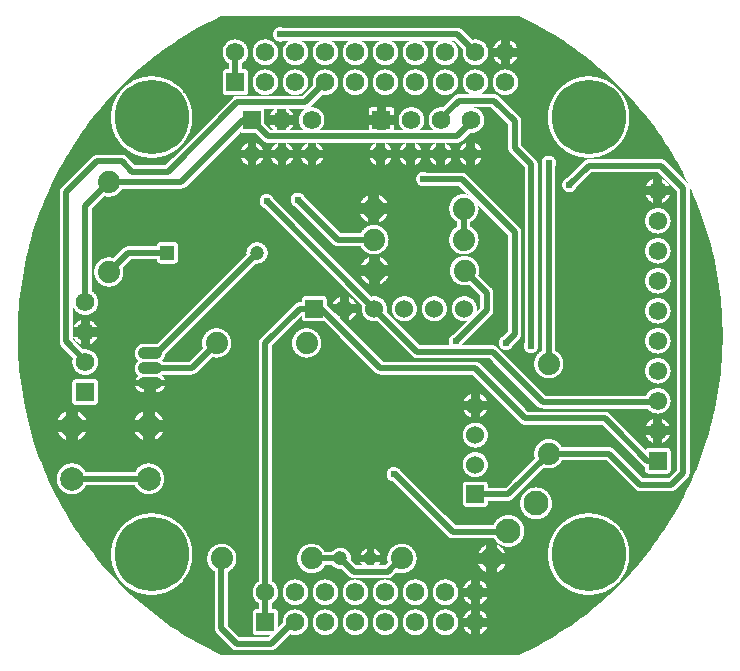
<source format=gtl>
G04 Layer: TopLayer*
G04 EasyEDA v5.9.42, Sat, 20 Apr 2019 23:02:29 GMT*
G04 3fcfc4233d194f7ea776cce536db31cf*
G04 Gerber Generator version 0.2*
G04 Scale: 100 percent, Rotated: No, Reflected: No *
G04 Dimensions in millimeters *
G04 leading zeros omitted , absolute positions ,3 integer and 3 decimal *
%FSLAX33Y33*%
%MOMM*%
G90*
G71D02*

%ADD11C,0.499999*%
%ADD12C,0.619760*%
%ADD13C,1.879600*%
%ADD14C,1.574800*%
%ADD15R,1.574800X1.574800*%
%ADD16C,1.524000*%
%ADD17R,1.524000X1.524000*%
%ADD18R,1.554988X1.554988*%
%ADD19C,1.554988*%
%ADD20R,1.199998X1.199998*%
%ADD21C,1.199998*%
%ADD22C,1.999996*%
%ADD23C,2.099996*%
%ADD24C,1.193800*%
%ADD25C,6.299987*%
%ADD26C,1.399997*%
%ADD27C,0.999998*%

%LPD*%
G36*
G01X16849Y5249D02*
G01X9774Y5249D01*
G01X10175Y4886D01*
G01X10583Y4531D01*
G01X10996Y4183D01*
G01X11416Y3843D01*
G01X11842Y3510D01*
G01X12274Y3185D01*
G01X12712Y2868D01*
G01X13156Y2559D01*
G01X13605Y2258D01*
G01X14059Y1965D01*
G01X14519Y1680D01*
G01X14983Y1404D01*
G01X15453Y1136D01*
G01X15928Y877D01*
G01X16407Y627D01*
G01X16890Y385D01*
G01X17378Y152D01*
G01X18545Y152D01*
G01X18545Y571D01*
G01X18535Y574D01*
G01X18526Y577D01*
G01X18516Y580D01*
G01X18507Y584D01*
G01X18498Y587D01*
G01X18453Y607D01*
G01X18444Y612D01*
G01X18436Y616D01*
G01X18427Y621D01*
G01X18419Y626D01*
G01X18410Y631D01*
G01X18402Y636D01*
G01X18394Y642D01*
G01X18386Y647D01*
G01X18354Y671D01*
G01X18347Y677D01*
G01X18339Y683D01*
G01X18332Y690D01*
G01X18324Y697D01*
G01X18317Y703D01*
G01X17003Y2017D01*
G01X16997Y2024D01*
G01X16990Y2031D01*
G01X16984Y2038D01*
G01X16978Y2046D01*
G01X16972Y2053D01*
G01X16966Y2061D01*
G01X16960Y2068D01*
G01X16954Y2076D01*
G01X16949Y2084D01*
G01X16943Y2092D01*
G01X16923Y2124D01*
G01X16918Y2133D01*
G01X16913Y2141D01*
G01X16909Y2150D01*
G01X16905Y2158D01*
G01X16897Y2176D01*
G01X16893Y2184D01*
G01X16889Y2193D01*
G01X16886Y2202D01*
G01X16882Y2211D01*
G01X16876Y2229D01*
G01X16873Y2239D01*
G01X16870Y2248D01*
G01X16868Y2257D01*
G01X16865Y2266D01*
G01X16863Y2276D01*
G01X16859Y2294D01*
G01X16857Y2304D01*
G01X16856Y2313D01*
G01X16854Y2323D01*
G01X16853Y2332D01*
G01X16851Y2352D01*
G01X16850Y2361D01*
G01X16850Y2371D01*
G01X16849Y2380D01*
G01X16849Y5249D01*
G37*

%LPD*%
G36*
G01X17418Y9565D02*
G01X14840Y9565D01*
G01X14868Y9447D01*
G01X14881Y9388D01*
G01X14892Y9328D01*
G01X14903Y9269D01*
G01X14921Y9149D01*
G01X14928Y9089D01*
G01X14934Y9029D01*
G01X14939Y8969D01*
G01X14944Y8908D01*
G01X14947Y8848D01*
G01X14949Y8787D01*
G01X14950Y8727D01*
G01X14950Y8666D01*
G01X14949Y8606D01*
G01X14947Y8545D01*
G01X14943Y8485D01*
G01X14939Y8424D01*
G01X14934Y8364D01*
G01X14920Y8244D01*
G01X14902Y8124D01*
G01X14891Y8065D01*
G01X14879Y8005D01*
G01X14867Y7946D01*
G01X14853Y7887D01*
G01X14838Y7828D01*
G01X14806Y7712D01*
G01X14788Y7654D01*
G01X14769Y7597D01*
G01X14749Y7539D01*
G01X14728Y7483D01*
G01X14706Y7426D01*
G01X14660Y7314D01*
G01X14635Y7259D01*
G01X14609Y7204D01*
G01X14555Y7096D01*
G01X14497Y6990D01*
G01X14435Y6886D01*
G01X14403Y6835D01*
G01X14369Y6784D01*
G01X14335Y6734D01*
G01X14301Y6685D01*
G01X14265Y6636D01*
G01X14191Y6540D01*
G01X14152Y6493D01*
G01X14113Y6447D01*
G01X14033Y6357D01*
G01X13949Y6269D01*
G01X13906Y6227D01*
G01X13862Y6185D01*
G01X13818Y6144D01*
G01X13773Y6104D01*
G01X13727Y6064D01*
G01X13680Y6025D01*
G01X13633Y5988D01*
G01X13585Y5951D01*
G01X13536Y5914D01*
G01X13487Y5879D01*
G01X13387Y5811D01*
G01X13285Y5747D01*
G01X13233Y5716D01*
G01X13180Y5686D01*
G01X13127Y5657D01*
G01X13073Y5629D01*
G01X13019Y5602D01*
G01X12965Y5576D01*
G01X12910Y5550D01*
G01X12854Y5526D01*
G01X12798Y5503D01*
G01X12742Y5481D01*
G01X12685Y5459D01*
G01X12628Y5439D01*
G01X12571Y5420D01*
G01X12513Y5401D01*
G01X12455Y5384D01*
G01X12397Y5368D01*
G01X12279Y5338D01*
G01X12220Y5325D01*
G01X12161Y5313D01*
G01X12102Y5302D01*
G01X12042Y5292D01*
G01X11982Y5283D01*
G01X11922Y5275D01*
G01X11862Y5268D01*
G01X11802Y5262D01*
G01X11741Y5258D01*
G01X11681Y5254D01*
G01X11620Y5251D01*
G01X11560Y5250D01*
G01X11499Y5249D01*
G01X16849Y5249D01*
G01X16849Y7234D01*
G01X16830Y7244D01*
G01X16811Y7255D01*
G01X16793Y7266D01*
G01X16774Y7278D01*
G01X16720Y7314D01*
G01X16702Y7327D01*
G01X16668Y7353D01*
G01X16634Y7381D01*
G01X16618Y7395D01*
G01X16570Y7440D01*
G01X16555Y7455D01*
G01X16510Y7503D01*
G01X16496Y7519D01*
G01X16482Y7536D01*
G01X16469Y7553D01*
G01X16455Y7570D01*
G01X16442Y7587D01*
G01X16429Y7605D01*
G01X16381Y7677D01*
G01X16359Y7715D01*
G01X16329Y7772D01*
G01X16319Y7792D01*
G01X16310Y7811D01*
G01X16301Y7831D01*
G01X16293Y7851D01*
G01X16285Y7872D01*
G01X16277Y7892D01*
G01X16270Y7912D01*
G01X16263Y7933D01*
G01X16256Y7953D01*
G01X16238Y8016D01*
G01X16228Y8058D01*
G01X16224Y8080D01*
G01X16219Y8101D01*
G01X16216Y8122D01*
G01X16212Y8144D01*
G01X16209Y8165D01*
G01X16205Y8209D01*
G01X16203Y8230D01*
G01X16201Y8252D01*
G01X16200Y8274D01*
G01X16200Y8295D01*
G01X16199Y8317D01*
G01X16199Y8339D01*
G01X16200Y8361D01*
G01X16201Y8382D01*
G01X16203Y8426D01*
G01X16205Y8447D01*
G01X16208Y8469D01*
G01X16210Y8490D01*
G01X16213Y8512D01*
G01X16217Y8533D01*
G01X16221Y8555D01*
G01X16225Y8576D01*
G01X16235Y8618D01*
G01X16240Y8640D01*
G01X16246Y8661D01*
G01X16252Y8681D01*
G01X16258Y8702D01*
G01X16265Y8723D01*
G01X16272Y8743D01*
G01X16280Y8764D01*
G01X16287Y8784D01*
G01X16296Y8804D01*
G01X16304Y8824D01*
G01X16313Y8844D01*
G01X16322Y8863D01*
G01X16332Y8883D01*
G01X16352Y8921D01*
G01X16385Y8978D01*
G01X16433Y9050D01*
G01X16446Y9067D01*
G01X16460Y9085D01*
G01X16473Y9102D01*
G01X16487Y9119D01*
G01X16515Y9151D01*
G01X16530Y9168D01*
G01X16545Y9183D01*
G01X16560Y9199D01*
G01X16575Y9214D01*
G01X16607Y9244D01*
G01X16623Y9258D01*
G01X16640Y9272D01*
G01X16656Y9286D01*
G01X16673Y9300D01*
G01X16691Y9313D01*
G01X16708Y9326D01*
G01X16726Y9339D01*
G01X16780Y9375D01*
G01X16799Y9386D01*
G01X16817Y9397D01*
G01X16855Y9419D01*
G01X16874Y9429D01*
G01X16894Y9438D01*
G01X16913Y9448D01*
G01X16933Y9457D01*
G01X16953Y9465D01*
G01X16973Y9474D01*
G01X16993Y9482D01*
G01X17014Y9489D01*
G01X17034Y9497D01*
G01X17055Y9504D01*
G01X17076Y9510D01*
G01X17096Y9516D01*
G01X17138Y9528D01*
G01X17159Y9533D01*
G01X17181Y9537D01*
G01X17202Y9542D01*
G01X17223Y9546D01*
G01X17245Y9549D01*
G01X17266Y9553D01*
G01X17288Y9555D01*
G01X17309Y9558D01*
G01X17353Y9562D01*
G01X17374Y9563D01*
G01X17418Y9565D01*
G37*

%LPD*%
G36*
G01X11439Y12150D02*
G01X4224Y12150D01*
G01X4491Y11701D01*
G01X4767Y11256D01*
G01X5050Y10817D01*
G01X5341Y10382D01*
G01X5639Y9953D01*
G01X5945Y9529D01*
G01X6258Y9110D01*
G01X6579Y8697D01*
G01X6906Y8290D01*
G01X7241Y7888D01*
G01X7583Y7492D01*
G01X7932Y7103D01*
G01X8287Y6719D01*
G01X8649Y6342D01*
G01X9018Y5971D01*
G01X9393Y5607D01*
G01X9774Y5249D01*
G01X11499Y5249D01*
G01X11439Y5250D01*
G01X11378Y5251D01*
G01X11318Y5254D01*
G01X11257Y5258D01*
G01X11197Y5262D01*
G01X11137Y5268D01*
G01X11077Y5275D01*
G01X11017Y5283D01*
G01X10957Y5292D01*
G01X10897Y5302D01*
G01X10837Y5313D01*
G01X10778Y5325D01*
G01X10660Y5353D01*
G01X10602Y5368D01*
G01X10543Y5384D01*
G01X10427Y5420D01*
G01X10370Y5439D01*
G01X10256Y5481D01*
G01X10200Y5503D01*
G01X10144Y5526D01*
G01X10034Y5576D01*
G01X9979Y5602D01*
G01X9925Y5629D01*
G01X9871Y5657D01*
G01X9818Y5686D01*
G01X9765Y5716D01*
G01X9713Y5747D01*
G01X9662Y5779D01*
G01X9560Y5845D01*
G01X9462Y5915D01*
G01X9413Y5951D01*
G01X9365Y5988D01*
G01X9318Y6026D01*
G01X9271Y6065D01*
G01X9225Y6105D01*
G01X9180Y6145D01*
G01X9136Y6186D01*
G01X9092Y6228D01*
G01X9049Y6270D01*
G01X8965Y6358D01*
G01X8924Y6403D01*
G01X8885Y6448D01*
G01X8845Y6495D01*
G01X8807Y6542D01*
G01X8770Y6589D01*
G01X8733Y6637D01*
G01X8697Y6686D01*
G01X8662Y6736D01*
G01X8628Y6786D01*
G01X8595Y6836D01*
G01X8563Y6888D01*
G01X8501Y6992D01*
G01X8443Y7098D01*
G01X8415Y7152D01*
G01X8389Y7206D01*
G01X8363Y7261D01*
G01X8338Y7316D01*
G01X8292Y7428D01*
G01X8270Y7485D01*
G01X8249Y7542D01*
G01X8229Y7599D01*
G01X8210Y7656D01*
G01X8176Y7772D01*
G01X8160Y7831D01*
G01X8145Y7890D01*
G01X8119Y8008D01*
G01X8107Y8067D01*
G01X8087Y8187D01*
G01X8071Y8307D01*
G01X8065Y8367D01*
G01X8060Y8427D01*
G01X8055Y8488D01*
G01X8052Y8548D01*
G01X8050Y8609D01*
G01X8049Y8669D01*
G01X8049Y8730D01*
G01X8050Y8790D01*
G01X8052Y8851D01*
G01X8055Y8911D01*
G01X8060Y8972D01*
G01X8065Y9032D01*
G01X8071Y9092D01*
G01X8087Y9212D01*
G01X8107Y9332D01*
G01X8119Y9391D01*
G01X8132Y9451D01*
G01X8145Y9510D01*
G01X8160Y9568D01*
G01X8176Y9627D01*
G01X8210Y9743D01*
G01X8229Y9800D01*
G01X8249Y9858D01*
G01X8270Y9914D01*
G01X8292Y9971D01*
G01X8338Y10083D01*
G01X8363Y10138D01*
G01X8389Y10193D01*
G01X8415Y10247D01*
G01X8443Y10301D01*
G01X8501Y10407D01*
G01X8532Y10460D01*
G01X8563Y10512D01*
G01X8595Y10563D01*
G01X8628Y10613D01*
G01X8662Y10664D01*
G01X8697Y10713D01*
G01X8733Y10762D01*
G01X8807Y10858D01*
G01X8845Y10905D01*
G01X8885Y10951D01*
G01X8924Y10996D01*
G01X8965Y11041D01*
G01X9049Y11129D01*
G01X9092Y11171D01*
G01X9136Y11213D01*
G01X9180Y11254D01*
G01X9225Y11295D01*
G01X9271Y11334D01*
G01X9318Y11373D01*
G01X9365Y11411D01*
G01X9413Y11448D01*
G01X9462Y11484D01*
G01X9560Y11554D01*
G01X9662Y11620D01*
G01X9713Y11652D01*
G01X9765Y11683D01*
G01X9818Y11713D01*
G01X9871Y11742D01*
G01X9925Y11770D01*
G01X9979Y11797D01*
G01X10089Y11849D01*
G01X10144Y11873D01*
G01X10200Y11896D01*
G01X10256Y11918D01*
G01X10313Y11940D01*
G01X10370Y11960D01*
G01X10427Y11979D01*
G01X10485Y11998D01*
G01X10543Y12015D01*
G01X10602Y12031D01*
G01X10660Y12046D01*
G01X10719Y12061D01*
G01X10778Y12074D01*
G01X10837Y12086D01*
G01X10897Y12097D01*
G01X10957Y12107D01*
G01X11017Y12116D01*
G01X11077Y12124D01*
G01X11137Y12131D01*
G01X11197Y12137D01*
G01X11257Y12142D01*
G01X11318Y12145D01*
G01X11378Y12148D01*
G01X11439Y12150D01*
G37*

%LPD*%
G36*
G01X27435Y549D02*
G01X18545Y549D01*
G01X18545Y152D01*
G01X27435Y152D01*
G01X27435Y549D01*
G37*

%LPD*%
G36*
G01X18554Y569D02*
G01X18545Y571D01*
G01X18545Y549D01*
G01X18680Y549D01*
G01X18670Y550D01*
G01X18660Y550D01*
G01X18650Y551D01*
G01X18641Y552D01*
G01X18631Y553D01*
G01X18621Y555D01*
G01X18612Y556D01*
G01X18592Y560D01*
G01X18583Y562D01*
G01X18563Y566D01*
G01X18554Y569D01*
G37*

%LPD*%
G36*
G01X20578Y12150D02*
G01X11560Y12150D01*
G01X11621Y12148D01*
G01X11681Y12145D01*
G01X11742Y12142D01*
G01X11802Y12137D01*
G01X11862Y12131D01*
G01X11923Y12124D01*
G01X11983Y12116D01*
G01X12043Y12107D01*
G01X12102Y12097D01*
G01X12162Y12086D01*
G01X12221Y12074D01*
G01X12281Y12061D01*
G01X12339Y12046D01*
G01X12398Y12031D01*
G01X12456Y12015D01*
G01X12515Y11997D01*
G01X12572Y11979D01*
G01X12630Y11960D01*
G01X12744Y11918D01*
G01X12800Y11896D01*
G01X12856Y11872D01*
G01X12911Y11848D01*
G01X12966Y11823D01*
G01X13021Y11797D01*
G01X13129Y11741D01*
G01X13182Y11712D01*
G01X13235Y11682D01*
G01X13287Y11651D01*
G01X13389Y11587D01*
G01X13440Y11553D01*
G01X13490Y11518D01*
G01X13539Y11483D01*
G01X13587Y11447D01*
G01X13635Y11410D01*
G01X13683Y11372D01*
G01X13729Y11333D01*
G01X13775Y11293D01*
G01X13820Y11253D01*
G01X13865Y11212D01*
G01X13909Y11170D01*
G01X13952Y11127D01*
G01X13994Y11084D01*
G01X14035Y11040D01*
G01X14076Y10995D01*
G01X14116Y10949D01*
G01X14155Y10903D01*
G01X14193Y10856D01*
G01X14231Y10808D01*
G01X14267Y10760D01*
G01X14303Y10711D01*
G01X14338Y10661D01*
G01X14372Y10611D01*
G01X14405Y10560D01*
G01X14437Y10509D01*
G01X14469Y10457D01*
G01X14499Y10405D01*
G01X14529Y10352D01*
G01X14585Y10244D01*
G01X14611Y10190D01*
G01X14637Y10135D01*
G01X14662Y10080D01*
G01X14686Y10024D01*
G01X14708Y9968D01*
G01X14730Y9911D01*
G01X14751Y9854D01*
G01X14771Y9797D01*
G01X14790Y9739D01*
G01X14807Y9682D01*
G01X14824Y9623D01*
G01X14840Y9565D01*
G01X20578Y9565D01*
G01X20578Y12150D01*
G37*

%LPD*%
G36*
G01X20578Y9565D02*
G01X17461Y9565D01*
G01X17505Y9563D01*
G01X17526Y9562D01*
G01X17570Y9558D01*
G01X17591Y9555D01*
G01X17613Y9553D01*
G01X17634Y9549D01*
G01X17656Y9546D01*
G01X17677Y9542D01*
G01X17699Y9537D01*
G01X17720Y9533D01*
G01X17741Y9528D01*
G01X17804Y9510D01*
G01X17824Y9504D01*
G01X17845Y9497D01*
G01X17866Y9489D01*
G01X17886Y9482D01*
G01X17906Y9474D01*
G01X17926Y9465D01*
G01X17946Y9457D01*
G01X17966Y9448D01*
G01X17985Y9438D01*
G01X18005Y9428D01*
G01X18043Y9408D01*
G01X18081Y9386D01*
G01X18099Y9375D01*
G01X18118Y9363D01*
G01X18136Y9351D01*
G01X18154Y9338D01*
G01X18171Y9326D01*
G01X18189Y9313D01*
G01X18206Y9300D01*
G01X18240Y9272D01*
G01X18256Y9258D01*
G01X18272Y9243D01*
G01X18288Y9229D01*
G01X18304Y9214D01*
G01X18335Y9183D01*
G01X18350Y9167D01*
G01X18364Y9151D01*
G01X18379Y9135D01*
G01X18407Y9101D01*
G01X18433Y9067D01*
G01X18459Y9031D01*
G01X18471Y9014D01*
G01X18483Y8995D01*
G01X18494Y8977D01*
G01X18506Y8958D01*
G01X18517Y8940D01*
G01X18527Y8921D01*
G01X18537Y8901D01*
G01X18557Y8863D01*
G01X18584Y8803D01*
G01X18600Y8763D01*
G01X18607Y8742D01*
G01X18614Y8722D01*
G01X18628Y8680D01*
G01X18634Y8659D01*
G01X18639Y8638D01*
G01X18645Y8617D01*
G01X18650Y8596D01*
G01X18658Y8554D01*
G01X18662Y8532D01*
G01X18666Y8511D01*
G01X18669Y8489D01*
G01X18672Y8468D01*
G01X18676Y8424D01*
G01X18677Y8403D01*
G01X18679Y8381D01*
G01X18679Y8359D01*
G01X18680Y8337D01*
G01X18680Y8316D01*
G01X18679Y8294D01*
G01X18679Y8272D01*
G01X18678Y8251D01*
G01X18674Y8207D01*
G01X18672Y8186D01*
G01X18666Y8142D01*
G01X18663Y8121D01*
G01X18659Y8100D01*
G01X18655Y8078D01*
G01X18651Y8057D01*
G01X18646Y8036D01*
G01X18640Y8015D01*
G01X18635Y7994D01*
G01X18623Y7952D01*
G01X18616Y7931D01*
G01X18609Y7911D01*
G01X18601Y7890D01*
G01X18594Y7870D01*
G01X18585Y7850D01*
G01X18577Y7830D01*
G01X18559Y7790D01*
G01X18549Y7771D01*
G01X18539Y7751D01*
G01X18519Y7713D01*
G01X18508Y7694D01*
G01X18497Y7676D01*
G01X18485Y7657D01*
G01X18461Y7621D01*
G01X18448Y7603D01*
G01X18436Y7586D01*
G01X18423Y7568D01*
G01X18395Y7534D01*
G01X18381Y7518D01*
G01X18367Y7501D01*
G01X18353Y7485D01*
G01X18338Y7469D01*
G01X18292Y7423D01*
G01X18276Y7408D01*
G01X18259Y7394D01*
G01X18243Y7380D01*
G01X18209Y7352D01*
G01X18175Y7326D01*
G01X18139Y7300D01*
G01X18121Y7288D01*
G01X18103Y7277D01*
G01X18085Y7265D01*
G01X18047Y7243D01*
G01X18028Y7233D01*
G01X18009Y7222D01*
G01X17989Y7213D01*
G01X17970Y7203D01*
G01X17950Y7194D01*
G01X17950Y7090D01*
G01X20578Y7090D01*
G01X20578Y9565D01*
G37*

%LPD*%
G36*
G01X20578Y13774D02*
G01X3342Y13774D01*
G01X3625Y13227D01*
G01X3919Y12685D01*
G01X4224Y12150D01*
G01X20578Y12150D01*
G01X20578Y13774D01*
G37*

%LPD*%
G36*
G01X36325Y1839D02*
G01X27435Y1839D01*
G01X27435Y152D01*
G01X36325Y152D01*
G01X36325Y1839D01*
G37*

%LPD*%
G36*
G01X27435Y1839D02*
G01X23117Y1839D01*
G01X21989Y710D01*
G01X21982Y703D01*
G01X21975Y697D01*
G01X21968Y690D01*
G01X21961Y684D01*
G01X21953Y678D01*
G01X21946Y672D01*
G01X21938Y666D01*
G01X21931Y660D01*
G01X21923Y654D01*
G01X21915Y649D01*
G01X21907Y643D01*
G01X21875Y623D01*
G01X21866Y618D01*
G01X21858Y613D01*
G01X21849Y609D01*
G01X21841Y605D01*
G01X21823Y597D01*
G01X21815Y593D01*
G01X21806Y589D01*
G01X21797Y586D01*
G01X21788Y582D01*
G01X21770Y576D01*
G01X21760Y573D01*
G01X21751Y570D01*
G01X21742Y568D01*
G01X21733Y565D01*
G01X21723Y563D01*
G01X21705Y559D01*
G01X21695Y557D01*
G01X21686Y556D01*
G01X21676Y554D01*
G01X21667Y553D01*
G01X21647Y551D01*
G01X21638Y550D01*
G01X21628Y550D01*
G01X21619Y549D01*
G01X27435Y549D01*
G01X27435Y1839D01*
G37*

%LPD*%
G36*
G01X18545Y7090D02*
G01X17950Y7090D01*
G01X17950Y2628D01*
G01X18545Y2033D01*
G01X18545Y7090D01*
G37*

%LPD*%
G36*
G01X20578Y7090D02*
G01X18545Y7090D01*
G01X18545Y4015D01*
G01X20578Y4015D01*
G01X20578Y4528D01*
G01X20561Y4538D01*
G01X20545Y4548D01*
G01X20529Y4559D01*
G01X20513Y4569D01*
G01X20498Y4580D01*
G01X20482Y4591D01*
G01X20467Y4603D01*
G01X20452Y4614D01*
G01X20437Y4626D01*
G01X20423Y4639D01*
G01X20408Y4651D01*
G01X20380Y4677D01*
G01X20367Y4690D01*
G01X20353Y4703D01*
G01X20314Y4745D01*
G01X20302Y4759D01*
G01X20254Y4819D01*
G01X20243Y4834D01*
G01X20232Y4850D01*
G01X20222Y4865D01*
G01X20211Y4881D01*
G01X20201Y4898D01*
G01X20191Y4914D01*
G01X20182Y4930D01*
G01X20155Y4981D01*
G01X20131Y5032D01*
G01X20124Y5050D01*
G01X20116Y5067D01*
G01X20110Y5085D01*
G01X20103Y5103D01*
G01X20091Y5139D01*
G01X20086Y5157D01*
G01X20080Y5176D01*
G01X20075Y5194D01*
G01X20071Y5212D01*
G01X20066Y5231D01*
G01X20063Y5250D01*
G01X20059Y5268D01*
G01X20050Y5325D01*
G01X20048Y5343D01*
G01X20044Y5381D01*
G01X20041Y5438D01*
G01X20041Y5495D01*
G01X20044Y5552D01*
G01X20050Y5609D01*
G01X20056Y5647D01*
G01X20059Y5665D01*
G01X20067Y5703D01*
G01X20071Y5721D01*
G01X20076Y5740D01*
G01X20080Y5758D01*
G01X20086Y5776D01*
G01X20091Y5794D01*
G01X20103Y5830D01*
G01X20124Y5884D01*
G01X20131Y5901D01*
G01X20139Y5918D01*
G01X20147Y5936D01*
G01X20155Y5953D01*
G01X20164Y5970D01*
G01X20173Y5986D01*
G01X20182Y6003D01*
G01X20192Y6020D01*
G01X20222Y6068D01*
G01X20233Y6084D01*
G01X20244Y6099D01*
G01X20255Y6115D01*
G01X20266Y6130D01*
G01X20278Y6145D01*
G01X20290Y6159D01*
G01X20302Y6174D01*
G01X20315Y6188D01*
G01X20327Y6202D01*
G01X20340Y6216D01*
G01X20381Y6257D01*
G01X20395Y6270D01*
G01X20409Y6282D01*
G01X20423Y6295D01*
G01X20468Y6331D01*
G01X20498Y6353D01*
G01X20530Y6375D01*
G01X20578Y6405D01*
G01X20578Y7090D01*
G37*

%LPD*%
G36*
G01X4727Y16375D02*
G01X2184Y16375D01*
G01X2395Y15846D01*
G01X2617Y15321D01*
G01X2849Y14801D01*
G01X3090Y14285D01*
G01X3342Y13774D01*
G01X4727Y13774D01*
G01X4704Y13775D01*
G01X4682Y13776D01*
G01X4659Y13777D01*
G01X4636Y13779D01*
G01X4614Y13781D01*
G01X4591Y13784D01*
G01X4569Y13787D01*
G01X4546Y13790D01*
G01X4502Y13798D01*
G01X4479Y13802D01*
G01X4457Y13807D01*
G01X4435Y13813D01*
G01X4413Y13818D01*
G01X4391Y13824D01*
G01X4369Y13831D01*
G01X4348Y13838D01*
G01X4326Y13845D01*
G01X4305Y13852D01*
G01X4284Y13860D01*
G01X4262Y13869D01*
G01X4242Y13877D01*
G01X4221Y13886D01*
G01X4200Y13896D01*
G01X4180Y13906D01*
G01X4159Y13916D01*
G01X4139Y13926D01*
G01X4099Y13948D01*
G01X4080Y13960D01*
G01X4060Y13972D01*
G01X4022Y13996D01*
G01X4004Y14009D01*
G01X3985Y14022D01*
G01X3931Y14064D01*
G01X3914Y14078D01*
G01X3896Y14093D01*
G01X3879Y14108D01*
G01X3863Y14123D01*
G01X3846Y14139D01*
G01X3814Y14171D01*
G01X3799Y14188D01*
G01X3783Y14204D01*
G01X3768Y14221D01*
G01X3753Y14239D01*
G01X3739Y14256D01*
G01X3711Y14292D01*
G01X3698Y14310D01*
G01X3684Y14329D01*
G01X3671Y14347D01*
G01X3647Y14385D01*
G01X3635Y14405D01*
G01X3623Y14424D01*
G01X3601Y14464D01*
G01X3581Y14504D01*
G01X3571Y14525D01*
G01X3562Y14546D01*
G01X3553Y14566D01*
G01X3544Y14587D01*
G01X3536Y14608D01*
G01X3528Y14630D01*
G01X3520Y14651D01*
G01X3513Y14673D01*
G01X3506Y14694D01*
G01X3500Y14716D01*
G01X3493Y14738D01*
G01X3488Y14760D01*
G01X3482Y14782D01*
G01X3478Y14804D01*
G01X3473Y14826D01*
G01X3469Y14849D01*
G01X3465Y14871D01*
G01X3462Y14894D01*
G01X3459Y14916D01*
G01X3456Y14939D01*
G01X3454Y14961D01*
G01X3452Y14984D01*
G01X3451Y15006D01*
G01X3449Y15052D01*
G01X3449Y15097D01*
G01X3451Y15143D01*
G01X3452Y15165D01*
G01X3454Y15188D01*
G01X3456Y15210D01*
G01X3459Y15233D01*
G01X3462Y15255D01*
G01X3465Y15278D01*
G01X3469Y15300D01*
G01X3473Y15323D01*
G01X3478Y15345D01*
G01X3482Y15367D01*
G01X3488Y15389D01*
G01X3493Y15411D01*
G01X3500Y15433D01*
G01X3506Y15455D01*
G01X3513Y15476D01*
G01X3520Y15498D01*
G01X3528Y15519D01*
G01X3536Y15541D01*
G01X3544Y15562D01*
G01X3553Y15583D01*
G01X3562Y15603D01*
G01X3571Y15624D01*
G01X3581Y15645D01*
G01X3601Y15685D01*
G01X3623Y15725D01*
G01X3635Y15744D01*
G01X3647Y15764D01*
G01X3671Y15802D01*
G01X3684Y15820D01*
G01X3698Y15839D01*
G01X3711Y15857D01*
G01X3739Y15893D01*
G01X3753Y15910D01*
G01X3768Y15928D01*
G01X3783Y15945D01*
G01X3799Y15961D01*
G01X3814Y15978D01*
G01X3846Y16010D01*
G01X3863Y16026D01*
G01X3879Y16041D01*
G01X3896Y16056D01*
G01X3914Y16071D01*
G01X3931Y16085D01*
G01X3985Y16127D01*
G01X4004Y16140D01*
G01X4022Y16153D01*
G01X4060Y16177D01*
G01X4080Y16189D01*
G01X4099Y16201D01*
G01X4139Y16223D01*
G01X4159Y16233D01*
G01X4180Y16243D01*
G01X4200Y16253D01*
G01X4221Y16263D01*
G01X4242Y16272D01*
G01X4262Y16280D01*
G01X4284Y16289D01*
G01X4305Y16297D01*
G01X4326Y16304D01*
G01X4348Y16311D01*
G01X4369Y16318D01*
G01X4391Y16325D01*
G01X4413Y16331D01*
G01X4435Y16336D01*
G01X4457Y16342D01*
G01X4479Y16347D01*
G01X4502Y16351D01*
G01X4546Y16359D01*
G01X4569Y16362D01*
G01X4591Y16365D01*
G01X4614Y16368D01*
G01X4636Y16370D01*
G01X4659Y16372D01*
G01X4682Y16373D01*
G01X4704Y16374D01*
G01X4727Y16375D01*
G37*

%LPD*%
G36*
G01X10071Y14524D02*
G01X5928Y14524D01*
G01X5918Y14503D01*
G01X5908Y14483D01*
G01X5897Y14462D01*
G01X5875Y14422D01*
G01X5863Y14402D01*
G01X5851Y14383D01*
G01X5838Y14363D01*
G01X5826Y14344D01*
G01X5812Y14325D01*
G01X5799Y14306D01*
G01X5757Y14252D01*
G01X5727Y14216D01*
G01X5712Y14199D01*
G01X5696Y14182D01*
G01X5680Y14166D01*
G01X5664Y14149D01*
G01X5647Y14133D01*
G01X5630Y14118D01*
G01X5613Y14102D01*
G01X5596Y14087D01*
G01X5578Y14072D01*
G01X5560Y14058D01*
G01X5542Y14043D01*
G01X5524Y14030D01*
G01X5505Y14016D01*
G01X5448Y13977D01*
G01X5428Y13965D01*
G01X5409Y13953D01*
G01X5369Y13931D01*
G01X5348Y13920D01*
G01X5328Y13910D01*
G01X5307Y13899D01*
G01X5286Y13890D01*
G01X5265Y13880D01*
G01X5244Y13872D01*
G01X5222Y13863D01*
G01X5201Y13855D01*
G01X5179Y13847D01*
G01X5113Y13826D01*
G01X5047Y13808D01*
G01X5024Y13803D01*
G01X5001Y13799D01*
G01X4979Y13794D01*
G01X4956Y13790D01*
G01X4933Y13787D01*
G01X4911Y13784D01*
G01X4888Y13781D01*
G01X4842Y13777D01*
G01X4773Y13774D01*
G01X11226Y13774D01*
G01X11157Y13777D01*
G01X11134Y13779D01*
G01X11112Y13781D01*
G01X11043Y13790D01*
G01X11020Y13794D01*
G01X10998Y13799D01*
G01X10975Y13803D01*
G01X10953Y13808D01*
G01X10930Y13814D01*
G01X10886Y13826D01*
G01X10820Y13847D01*
G01X10798Y13855D01*
G01X10777Y13863D01*
G01X10755Y13872D01*
G01X10734Y13880D01*
G01X10713Y13890D01*
G01X10692Y13899D01*
G01X10671Y13910D01*
G01X10651Y13920D01*
G01X10631Y13931D01*
G01X10610Y13942D01*
G01X10590Y13953D01*
G01X10571Y13965D01*
G01X10551Y13977D01*
G01X10494Y14016D01*
G01X10475Y14030D01*
G01X10457Y14043D01*
G01X10439Y14058D01*
G01X10421Y14072D01*
G01X10403Y14087D01*
G01X10386Y14102D01*
G01X10369Y14118D01*
G01X10352Y14133D01*
G01X10335Y14149D01*
G01X10319Y14166D01*
G01X10303Y14182D01*
G01X10288Y14199D01*
G01X10272Y14216D01*
G01X10242Y14252D01*
G01X10200Y14306D01*
G01X10161Y14363D01*
G01X10148Y14383D01*
G01X10136Y14402D01*
G01X10125Y14422D01*
G01X10113Y14442D01*
G01X10102Y14462D01*
G01X10091Y14483D01*
G01X10081Y14503D01*
G01X10071Y14524D01*
G37*

%LPD*%
G36*
G01X20578Y15980D02*
G01X12183Y15980D01*
G01X12215Y15946D01*
G01X12230Y15929D01*
G01X12244Y15912D01*
G01X12259Y15895D01*
G01X12287Y15859D01*
G01X12300Y15841D01*
G01X12314Y15822D01*
G01X12327Y15803D01*
G01X12339Y15785D01*
G01X12351Y15765D01*
G01X12363Y15746D01*
G01X12375Y15726D01*
G01X12386Y15707D01*
G01X12397Y15687D01*
G01X12407Y15667D01*
G01X12418Y15646D01*
G01X12427Y15626D01*
G01X12437Y15605D01*
G01X12455Y15563D01*
G01X12479Y15500D01*
G01X12493Y15456D01*
G01X12499Y15435D01*
G01X12511Y15391D01*
G01X12521Y15347D01*
G01X12526Y15324D01*
G01X12534Y15280D01*
G01X12537Y15257D01*
G01X12540Y15235D01*
G01X12543Y15212D01*
G01X12545Y15189D01*
G01X12547Y15167D01*
G01X12549Y15121D01*
G01X12550Y15099D01*
G01X12550Y15053D01*
G01X12549Y15031D01*
G01X12547Y14985D01*
G01X12545Y14963D01*
G01X12543Y14940D01*
G01X12540Y14917D01*
G01X12538Y14895D01*
G01X12534Y14872D01*
G01X12526Y14828D01*
G01X12522Y14805D01*
G01X12512Y14761D01*
G01X12494Y14695D01*
G01X12487Y14674D01*
G01X12480Y14652D01*
G01X12464Y14610D01*
G01X12456Y14588D01*
G01X12447Y14567D01*
G01X12438Y14547D01*
G01X12429Y14526D01*
G01X12419Y14505D01*
G01X12409Y14485D01*
G01X12376Y14425D01*
G01X12365Y14406D01*
G01X12353Y14386D01*
G01X12341Y14367D01*
G01X12315Y14329D01*
G01X12289Y14293D01*
G01X12261Y14257D01*
G01X12246Y14239D01*
G01X12232Y14222D01*
G01X12217Y14205D01*
G01X12201Y14188D01*
G01X12186Y14172D01*
G01X12170Y14155D01*
G01X12153Y14140D01*
G01X12137Y14124D01*
G01X12120Y14109D01*
G01X12103Y14093D01*
G01X12086Y14079D01*
G01X12068Y14064D01*
G01X12051Y14050D01*
G01X12033Y14036D01*
G01X12014Y14023D01*
G01X11996Y14010D01*
G01X11958Y13984D01*
G01X11920Y13960D01*
G01X11900Y13948D01*
G01X11860Y13926D01*
G01X11800Y13896D01*
G01X11716Y13860D01*
G01X11695Y13853D01*
G01X11673Y13845D01*
G01X11652Y13838D01*
G01X11608Y13824D01*
G01X11586Y13818D01*
G01X11564Y13813D01*
G01X11542Y13807D01*
G01X11520Y13802D01*
G01X11476Y13794D01*
G01X11453Y13790D01*
G01X11431Y13787D01*
G01X11408Y13784D01*
G01X11386Y13781D01*
G01X11340Y13777D01*
G01X11318Y13776D01*
G01X11272Y13774D01*
G01X20578Y13774D01*
G01X20578Y15980D01*
G37*

%LPD*%
G36*
G01X45215Y1839D02*
G01X36325Y1839D01*
G01X36325Y152D01*
G01X42621Y152D01*
G01X43150Y405D01*
G01X43675Y669D01*
G01X44193Y943D01*
G01X44707Y1227D01*
G01X45215Y1521D01*
G01X45215Y1839D01*
G37*

%LPD*%

%LPD*%

%LPD*%
G36*
G01X27435Y4014D02*
G01X26247Y4014D01*
G01X26285Y4012D01*
G01X26361Y4004D01*
G01X26399Y3998D01*
G01X26417Y3994D01*
G01X26455Y3986D01*
G01X26473Y3982D01*
G01X26492Y3977D01*
G01X26510Y3972D01*
G01X26528Y3966D01*
G01X26547Y3961D01*
G01X26565Y3954D01*
G01X26583Y3948D01*
G01X26601Y3941D01*
G01X26618Y3934D01*
G01X26636Y3927D01*
G01X26653Y3919D01*
G01X26671Y3911D01*
G01X26688Y3903D01*
G01X26705Y3894D01*
G01X26722Y3886D01*
G01X26739Y3876D01*
G01X26755Y3867D01*
G01X26772Y3857D01*
G01X26804Y3837D01*
G01X26836Y3815D01*
G01X26866Y3793D01*
G01X26882Y3781D01*
G01X26896Y3769D01*
G01X26926Y3745D01*
G01X26968Y3706D01*
G01X26981Y3692D01*
G01X26995Y3679D01*
G01X27008Y3665D01*
G01X27020Y3651D01*
G01X27033Y3636D01*
G01X27045Y3622D01*
G01X27081Y3577D01*
G01X27092Y3561D01*
G01X27103Y3546D01*
G01X27114Y3530D01*
G01X27134Y3498D01*
G01X27144Y3481D01*
G01X27154Y3465D01*
G01X27181Y3414D01*
G01X27205Y3363D01*
G01X27213Y3345D01*
G01X27227Y3309D01*
G01X27233Y3292D01*
G01X27240Y3274D01*
G01X27246Y3255D01*
G01X27256Y3219D01*
G01X27261Y3200D01*
G01X27266Y3182D01*
G01X27270Y3163D01*
G01X27274Y3145D01*
G01X27278Y3126D01*
G01X27287Y3069D01*
G01X27293Y3012D01*
G01X27296Y2955D01*
G01X27296Y2898D01*
G01X27293Y2841D01*
G01X27287Y2784D01*
G01X27278Y2727D01*
G01X27274Y2708D01*
G01X27270Y2690D01*
G01X27266Y2671D01*
G01X27261Y2653D01*
G01X27256Y2634D01*
G01X27246Y2598D01*
G01X27240Y2579D01*
G01X27233Y2561D01*
G01X27227Y2543D01*
G01X27220Y2526D01*
G01X27213Y2508D01*
G01X27205Y2490D01*
G01X27181Y2439D01*
G01X27154Y2388D01*
G01X27144Y2372D01*
G01X27134Y2355D01*
G01X27114Y2323D01*
G01X27103Y2307D01*
G01X27092Y2292D01*
G01X27081Y2276D01*
G01X27045Y2231D01*
G01X27033Y2217D01*
G01X27020Y2202D01*
G01X27008Y2188D01*
G01X26995Y2174D01*
G01X26981Y2161D01*
G01X26968Y2147D01*
G01X26926Y2108D01*
G01X26896Y2084D01*
G01X26882Y2072D01*
G01X26866Y2060D01*
G01X26851Y2049D01*
G01X26836Y2037D01*
G01X26820Y2027D01*
G01X26804Y2016D01*
G01X26772Y1996D01*
G01X26755Y1986D01*
G01X26739Y1976D01*
G01X26705Y1958D01*
G01X26671Y1942D01*
G01X26653Y1934D01*
G01X26636Y1926D01*
G01X26618Y1919D01*
G01X26601Y1912D01*
G01X26565Y1898D01*
G01X26547Y1892D01*
G01X26528Y1887D01*
G01X26510Y1881D01*
G01X26492Y1876D01*
G01X26473Y1871D01*
G01X26455Y1867D01*
G01X26417Y1859D01*
G01X26399Y1855D01*
G01X26361Y1849D01*
G01X26285Y1841D01*
G01X26247Y1839D01*
G01X27435Y1839D01*
G01X27435Y4014D01*
G37*

%LPD*%
G36*
G01X33790Y4014D02*
G01X31327Y4014D01*
G01X31365Y4012D01*
G01X31441Y4004D01*
G01X31479Y3998D01*
G01X31497Y3994D01*
G01X31535Y3986D01*
G01X31553Y3982D01*
G01X31572Y3977D01*
G01X31590Y3972D01*
G01X31608Y3966D01*
G01X31627Y3961D01*
G01X31645Y3954D01*
G01X31663Y3948D01*
G01X31681Y3941D01*
G01X31698Y3934D01*
G01X31716Y3927D01*
G01X31733Y3919D01*
G01X31751Y3911D01*
G01X31768Y3903D01*
G01X31785Y3894D01*
G01X31802Y3886D01*
G01X31819Y3876D01*
G01X31835Y3867D01*
G01X31852Y3857D01*
G01X31884Y3837D01*
G01X31916Y3815D01*
G01X31946Y3793D01*
G01X31962Y3781D01*
G01X31976Y3769D01*
G01X32006Y3745D01*
G01X32048Y3706D01*
G01X32061Y3692D01*
G01X32075Y3679D01*
G01X32088Y3665D01*
G01X32100Y3651D01*
G01X32113Y3636D01*
G01X32125Y3622D01*
G01X32161Y3577D01*
G01X32172Y3561D01*
G01X32183Y3546D01*
G01X32194Y3530D01*
G01X32214Y3498D01*
G01X32224Y3481D01*
G01X32234Y3465D01*
G01X32261Y3414D01*
G01X32285Y3363D01*
G01X32293Y3345D01*
G01X32307Y3309D01*
G01X32313Y3292D01*
G01X32320Y3274D01*
G01X32326Y3255D01*
G01X32336Y3219D01*
G01X32341Y3200D01*
G01X32346Y3182D01*
G01X32350Y3163D01*
G01X32354Y3145D01*
G01X32358Y3126D01*
G01X32367Y3069D01*
G01X32373Y3012D01*
G01X32376Y2955D01*
G01X32376Y2898D01*
G01X32373Y2841D01*
G01X32367Y2784D01*
G01X32358Y2727D01*
G01X32354Y2708D01*
G01X32350Y2690D01*
G01X32346Y2671D01*
G01X32341Y2653D01*
G01X32336Y2634D01*
G01X32326Y2598D01*
G01X32320Y2579D01*
G01X32313Y2561D01*
G01X32307Y2543D01*
G01X32300Y2526D01*
G01X32293Y2508D01*
G01X32285Y2490D01*
G01X32261Y2439D01*
G01X32234Y2388D01*
G01X32224Y2372D01*
G01X32214Y2355D01*
G01X32194Y2323D01*
G01X32183Y2307D01*
G01X32172Y2292D01*
G01X32161Y2276D01*
G01X32125Y2231D01*
G01X32113Y2217D01*
G01X32100Y2202D01*
G01X32088Y2188D01*
G01X32075Y2174D01*
G01X32061Y2161D01*
G01X32048Y2147D01*
G01X32006Y2108D01*
G01X31976Y2084D01*
G01X31962Y2072D01*
G01X31946Y2060D01*
G01X31931Y2049D01*
G01X31916Y2037D01*
G01X31900Y2027D01*
G01X31884Y2016D01*
G01X31852Y1996D01*
G01X31835Y1986D01*
G01X31819Y1976D01*
G01X31785Y1958D01*
G01X31751Y1942D01*
G01X31733Y1934D01*
G01X31716Y1926D01*
G01X31698Y1919D01*
G01X31681Y1912D01*
G01X31645Y1898D01*
G01X31627Y1892D01*
G01X31608Y1887D01*
G01X31590Y1881D01*
G01X31572Y1876D01*
G01X31553Y1871D01*
G01X31535Y1867D01*
G01X31497Y1859D01*
G01X31479Y1855D01*
G01X31441Y1849D01*
G01X31365Y1841D01*
G01X31327Y1839D01*
G01X33790Y1839D01*
G01X33752Y1841D01*
G01X33676Y1849D01*
G01X33657Y1852D01*
G01X33639Y1855D01*
G01X33601Y1863D01*
G01X33583Y1867D01*
G01X33564Y1871D01*
G01X33545Y1876D01*
G01X33527Y1881D01*
G01X33509Y1887D01*
G01X33491Y1892D01*
G01X33473Y1898D01*
G01X33401Y1926D01*
G01X33384Y1934D01*
G01X33366Y1942D01*
G01X33332Y1958D01*
G01X33298Y1976D01*
G01X33282Y1986D01*
G01X33265Y1996D01*
G01X33233Y2016D01*
G01X33217Y2027D01*
G01X33202Y2037D01*
G01X33186Y2049D01*
G01X33171Y2060D01*
G01X33126Y2096D01*
G01X33112Y2108D01*
G01X33097Y2121D01*
G01X33083Y2134D01*
G01X33043Y2174D01*
G01X33017Y2202D01*
G01X33004Y2217D01*
G01X32992Y2231D01*
G01X32956Y2276D01*
G01X32945Y2292D01*
G01X32934Y2307D01*
G01X32923Y2323D01*
G01X32903Y2355D01*
G01X32893Y2372D01*
G01X32883Y2388D01*
G01X32856Y2439D01*
G01X32832Y2490D01*
G01X32824Y2508D01*
G01X32817Y2526D01*
G01X32810Y2543D01*
G01X32798Y2579D01*
G01X32792Y2598D01*
G01X32786Y2616D01*
G01X32781Y2634D01*
G01X32776Y2653D01*
G01X32771Y2671D01*
G01X32767Y2690D01*
G01X32763Y2708D01*
G01X32759Y2727D01*
G01X32750Y2784D01*
G01X32744Y2841D01*
G01X32741Y2898D01*
G01X32741Y2955D01*
G01X32744Y3012D01*
G01X32750Y3069D01*
G01X32759Y3126D01*
G01X32763Y3145D01*
G01X32767Y3163D01*
G01X32771Y3182D01*
G01X32776Y3200D01*
G01X32781Y3219D01*
G01X32786Y3237D01*
G01X32792Y3255D01*
G01X32798Y3274D01*
G01X32804Y3292D01*
G01X32810Y3309D01*
G01X32824Y3345D01*
G01X32832Y3363D01*
G01X32856Y3414D01*
G01X32883Y3465D01*
G01X32893Y3481D01*
G01X32903Y3498D01*
G01X32923Y3530D01*
G01X32934Y3546D01*
G01X32945Y3561D01*
G01X32956Y3577D01*
G01X32992Y3622D01*
G01X33004Y3636D01*
G01X33017Y3651D01*
G01X33043Y3679D01*
G01X33083Y3719D01*
G01X33097Y3732D01*
G01X33112Y3745D01*
G01X33126Y3757D01*
G01X33171Y3793D01*
G01X33186Y3804D01*
G01X33202Y3815D01*
G01X33217Y3826D01*
G01X33233Y3837D01*
G01X33265Y3857D01*
G01X33282Y3867D01*
G01X33298Y3876D01*
G01X33315Y3886D01*
G01X33332Y3894D01*
G01X33349Y3903D01*
G01X33366Y3911D01*
G01X33384Y3919D01*
G01X33401Y3927D01*
G01X33455Y3948D01*
G01X33473Y3954D01*
G01X33491Y3961D01*
G01X33509Y3966D01*
G01X33527Y3972D01*
G01X33545Y3977D01*
G01X33564Y3982D01*
G01X33583Y3986D01*
G01X33601Y3990D01*
G01X33639Y3998D01*
G01X33657Y4001D01*
G01X33676Y4004D01*
G01X33752Y4012D01*
G01X33790Y4014D01*
G37*

%LPD*%
G36*
G01X31250Y4014D02*
G01X28787Y4014D01*
G01X28825Y4012D01*
G01X28901Y4004D01*
G01X28939Y3998D01*
G01X28957Y3994D01*
G01X28995Y3986D01*
G01X29013Y3982D01*
G01X29032Y3977D01*
G01X29050Y3972D01*
G01X29068Y3966D01*
G01X29087Y3961D01*
G01X29105Y3954D01*
G01X29123Y3948D01*
G01X29141Y3941D01*
G01X29158Y3934D01*
G01X29176Y3927D01*
G01X29193Y3919D01*
G01X29211Y3911D01*
G01X29228Y3903D01*
G01X29245Y3894D01*
G01X29262Y3886D01*
G01X29279Y3876D01*
G01X29295Y3867D01*
G01X29312Y3857D01*
G01X29344Y3837D01*
G01X29376Y3815D01*
G01X29406Y3793D01*
G01X29422Y3781D01*
G01X29436Y3769D01*
G01X29466Y3745D01*
G01X29508Y3706D01*
G01X29521Y3692D01*
G01X29535Y3679D01*
G01X29548Y3665D01*
G01X29560Y3651D01*
G01X29573Y3636D01*
G01X29585Y3622D01*
G01X29621Y3577D01*
G01X29632Y3561D01*
G01X29643Y3546D01*
G01X29654Y3530D01*
G01X29674Y3498D01*
G01X29684Y3481D01*
G01X29694Y3465D01*
G01X29721Y3414D01*
G01X29745Y3363D01*
G01X29753Y3345D01*
G01X29767Y3309D01*
G01X29773Y3292D01*
G01X29780Y3274D01*
G01X29786Y3255D01*
G01X29796Y3219D01*
G01X29801Y3200D01*
G01X29806Y3182D01*
G01X29810Y3163D01*
G01X29814Y3145D01*
G01X29818Y3126D01*
G01X29827Y3069D01*
G01X29833Y3012D01*
G01X29836Y2955D01*
G01X29836Y2898D01*
G01X29833Y2841D01*
G01X29827Y2784D01*
G01X29818Y2727D01*
G01X29814Y2708D01*
G01X29810Y2690D01*
G01X29806Y2671D01*
G01X29801Y2653D01*
G01X29796Y2634D01*
G01X29786Y2598D01*
G01X29780Y2579D01*
G01X29773Y2561D01*
G01X29767Y2543D01*
G01X29760Y2526D01*
G01X29753Y2508D01*
G01X29745Y2490D01*
G01X29721Y2439D01*
G01X29694Y2388D01*
G01X29684Y2372D01*
G01X29674Y2355D01*
G01X29654Y2323D01*
G01X29643Y2307D01*
G01X29632Y2292D01*
G01X29621Y2276D01*
G01X29585Y2231D01*
G01X29573Y2217D01*
G01X29560Y2202D01*
G01X29548Y2188D01*
G01X29535Y2174D01*
G01X29521Y2161D01*
G01X29508Y2147D01*
G01X29466Y2108D01*
G01X29436Y2084D01*
G01X29422Y2072D01*
G01X29406Y2060D01*
G01X29391Y2049D01*
G01X29376Y2037D01*
G01X29360Y2027D01*
G01X29344Y2016D01*
G01X29312Y1996D01*
G01X29295Y1986D01*
G01X29279Y1976D01*
G01X29245Y1958D01*
G01X29211Y1942D01*
G01X29193Y1934D01*
G01X29176Y1926D01*
G01X29158Y1919D01*
G01X29141Y1912D01*
G01X29105Y1898D01*
G01X29087Y1892D01*
G01X29068Y1887D01*
G01X29050Y1881D01*
G01X29032Y1876D01*
G01X29013Y1871D01*
G01X28995Y1867D01*
G01X28957Y1859D01*
G01X28939Y1855D01*
G01X28901Y1849D01*
G01X28825Y1841D01*
G01X28787Y1839D01*
G01X31250Y1839D01*
G01X31212Y1841D01*
G01X31136Y1849D01*
G01X31117Y1852D01*
G01X31099Y1855D01*
G01X31061Y1863D01*
G01X31043Y1867D01*
G01X31024Y1871D01*
G01X31005Y1876D01*
G01X30987Y1881D01*
G01X30969Y1887D01*
G01X30951Y1892D01*
G01X30933Y1898D01*
G01X30861Y1926D01*
G01X30844Y1934D01*
G01X30826Y1942D01*
G01X30792Y1958D01*
G01X30758Y1976D01*
G01X30742Y1986D01*
G01X30725Y1996D01*
G01X30693Y2016D01*
G01X30677Y2027D01*
G01X30662Y2037D01*
G01X30646Y2049D01*
G01X30631Y2060D01*
G01X30586Y2096D01*
G01X30572Y2108D01*
G01X30557Y2121D01*
G01X30543Y2134D01*
G01X30503Y2174D01*
G01X30477Y2202D01*
G01X30464Y2217D01*
G01X30452Y2231D01*
G01X30416Y2276D01*
G01X30405Y2292D01*
G01X30394Y2307D01*
G01X30383Y2323D01*
G01X30363Y2355D01*
G01X30353Y2372D01*
G01X30343Y2388D01*
G01X30316Y2439D01*
G01X30292Y2490D01*
G01X30284Y2508D01*
G01X30277Y2526D01*
G01X30270Y2543D01*
G01X30258Y2579D01*
G01X30252Y2598D01*
G01X30246Y2616D01*
G01X30241Y2634D01*
G01X30236Y2653D01*
G01X30231Y2671D01*
G01X30227Y2690D01*
G01X30223Y2708D01*
G01X30219Y2727D01*
G01X30210Y2784D01*
G01X30204Y2841D01*
G01X30201Y2898D01*
G01X30201Y2955D01*
G01X30204Y3012D01*
G01X30210Y3069D01*
G01X30219Y3126D01*
G01X30223Y3145D01*
G01X30227Y3163D01*
G01X30231Y3182D01*
G01X30236Y3200D01*
G01X30241Y3219D01*
G01X30246Y3237D01*
G01X30252Y3255D01*
G01X30258Y3274D01*
G01X30264Y3292D01*
G01X30270Y3309D01*
G01X30284Y3345D01*
G01X30292Y3363D01*
G01X30316Y3414D01*
G01X30343Y3465D01*
G01X30353Y3481D01*
G01X30363Y3498D01*
G01X30383Y3530D01*
G01X30394Y3546D01*
G01X30405Y3561D01*
G01X30416Y3577D01*
G01X30452Y3622D01*
G01X30464Y3636D01*
G01X30477Y3651D01*
G01X30503Y3679D01*
G01X30543Y3719D01*
G01X30557Y3732D01*
G01X30572Y3745D01*
G01X30586Y3757D01*
G01X30631Y3793D01*
G01X30646Y3804D01*
G01X30662Y3815D01*
G01X30677Y3826D01*
G01X30693Y3837D01*
G01X30725Y3857D01*
G01X30742Y3867D01*
G01X30758Y3876D01*
G01X30775Y3886D01*
G01X30792Y3894D01*
G01X30809Y3903D01*
G01X30826Y3911D01*
G01X30844Y3919D01*
G01X30861Y3927D01*
G01X30915Y3948D01*
G01X30933Y3954D01*
G01X30951Y3961D01*
G01X30969Y3966D01*
G01X30987Y3972D01*
G01X31005Y3977D01*
G01X31024Y3982D01*
G01X31043Y3986D01*
G01X31061Y3990D01*
G01X31099Y3998D01*
G01X31117Y4001D01*
G01X31136Y4004D01*
G01X31212Y4012D01*
G01X31250Y4014D01*
G37*

%LPD*%
G36*
G01X28710Y4014D02*
G01X27435Y4014D01*
G01X27435Y1839D01*
G01X28710Y1839D01*
G01X28672Y1841D01*
G01X28596Y1849D01*
G01X28577Y1852D01*
G01X28559Y1855D01*
G01X28521Y1863D01*
G01X28503Y1867D01*
G01X28484Y1871D01*
G01X28465Y1876D01*
G01X28447Y1881D01*
G01X28429Y1887D01*
G01X28411Y1892D01*
G01X28393Y1898D01*
G01X28321Y1926D01*
G01X28304Y1934D01*
G01X28286Y1942D01*
G01X28252Y1958D01*
G01X28218Y1976D01*
G01X28202Y1986D01*
G01X28185Y1996D01*
G01X28153Y2016D01*
G01X28137Y2027D01*
G01X28122Y2037D01*
G01X28106Y2049D01*
G01X28091Y2060D01*
G01X28046Y2096D01*
G01X28032Y2108D01*
G01X28017Y2121D01*
G01X28003Y2134D01*
G01X27963Y2174D01*
G01X27937Y2202D01*
G01X27924Y2217D01*
G01X27912Y2231D01*
G01X27876Y2276D01*
G01X27865Y2292D01*
G01X27854Y2307D01*
G01X27843Y2323D01*
G01X27823Y2355D01*
G01X27813Y2372D01*
G01X27803Y2388D01*
G01X27776Y2439D01*
G01X27752Y2490D01*
G01X27744Y2508D01*
G01X27737Y2526D01*
G01X27730Y2543D01*
G01X27718Y2579D01*
G01X27712Y2598D01*
G01X27706Y2616D01*
G01X27701Y2634D01*
G01X27696Y2653D01*
G01X27691Y2671D01*
G01X27687Y2690D01*
G01X27683Y2708D01*
G01X27679Y2727D01*
G01X27670Y2784D01*
G01X27664Y2841D01*
G01X27661Y2898D01*
G01X27661Y2955D01*
G01X27664Y3012D01*
G01X27670Y3069D01*
G01X27679Y3126D01*
G01X27683Y3145D01*
G01X27687Y3163D01*
G01X27691Y3182D01*
G01X27696Y3200D01*
G01X27701Y3219D01*
G01X27706Y3237D01*
G01X27712Y3255D01*
G01X27718Y3274D01*
G01X27724Y3292D01*
G01X27730Y3309D01*
G01X27744Y3345D01*
G01X27752Y3363D01*
G01X27776Y3414D01*
G01X27803Y3465D01*
G01X27813Y3481D01*
G01X27823Y3498D01*
G01X27843Y3530D01*
G01X27854Y3546D01*
G01X27865Y3561D01*
G01X27876Y3577D01*
G01X27912Y3622D01*
G01X27924Y3636D01*
G01X27937Y3651D01*
G01X27963Y3679D01*
G01X28003Y3719D01*
G01X28017Y3732D01*
G01X28032Y3745D01*
G01X28046Y3757D01*
G01X28091Y3793D01*
G01X28106Y3804D01*
G01X28122Y3815D01*
G01X28137Y3826D01*
G01X28153Y3837D01*
G01X28185Y3857D01*
G01X28202Y3867D01*
G01X28218Y3876D01*
G01X28235Y3886D01*
G01X28252Y3894D01*
G01X28269Y3903D01*
G01X28286Y3911D01*
G01X28304Y3919D01*
G01X28321Y3927D01*
G01X28375Y3948D01*
G01X28393Y3954D01*
G01X28411Y3961D01*
G01X28429Y3966D01*
G01X28447Y3972D01*
G01X28465Y3977D01*
G01X28484Y3982D01*
G01X28503Y3986D01*
G01X28521Y3990D01*
G01X28559Y3998D01*
G01X28577Y4001D01*
G01X28596Y4004D01*
G01X28672Y4012D01*
G01X28710Y4014D01*
G37*

%LPD*%
G36*
G01X23234Y1929D02*
G01X23216Y1937D01*
G01X23117Y1839D01*
G01X23630Y1839D01*
G01X23610Y1840D01*
G01X23591Y1841D01*
G01X23571Y1843D01*
G01X23533Y1847D01*
G01X23513Y1850D01*
G01X23475Y1856D01*
G01X23399Y1872D01*
G01X23380Y1877D01*
G01X23361Y1883D01*
G01X23343Y1888D01*
G01X23324Y1894D01*
G01X23306Y1901D01*
G01X23288Y1907D01*
G01X23270Y1914D01*
G01X23251Y1922D01*
G01X23234Y1929D01*
G37*

%LPD*%
G36*
G01X26170Y4014D02*
G01X23707Y4014D01*
G01X23745Y4012D01*
G01X23821Y4004D01*
G01X23859Y3998D01*
G01X23877Y3994D01*
G01X23915Y3986D01*
G01X23933Y3982D01*
G01X23952Y3977D01*
G01X23970Y3972D01*
G01X23988Y3966D01*
G01X24007Y3961D01*
G01X24025Y3954D01*
G01X24043Y3948D01*
G01X24061Y3941D01*
G01X24078Y3934D01*
G01X24096Y3927D01*
G01X24113Y3919D01*
G01X24131Y3911D01*
G01X24148Y3903D01*
G01X24165Y3894D01*
G01X24182Y3886D01*
G01X24199Y3876D01*
G01X24215Y3867D01*
G01X24232Y3857D01*
G01X24264Y3837D01*
G01X24296Y3815D01*
G01X24326Y3793D01*
G01X24342Y3781D01*
G01X24356Y3769D01*
G01X24386Y3745D01*
G01X24428Y3706D01*
G01X24441Y3692D01*
G01X24455Y3679D01*
G01X24468Y3665D01*
G01X24480Y3651D01*
G01X24493Y3636D01*
G01X24505Y3622D01*
G01X24541Y3577D01*
G01X24552Y3561D01*
G01X24563Y3546D01*
G01X24574Y3530D01*
G01X24594Y3498D01*
G01X24604Y3481D01*
G01X24614Y3465D01*
G01X24641Y3414D01*
G01X24665Y3363D01*
G01X24673Y3345D01*
G01X24687Y3309D01*
G01X24693Y3292D01*
G01X24700Y3274D01*
G01X24706Y3255D01*
G01X24716Y3219D01*
G01X24721Y3200D01*
G01X24726Y3182D01*
G01X24730Y3163D01*
G01X24734Y3145D01*
G01X24738Y3126D01*
G01X24747Y3069D01*
G01X24753Y3012D01*
G01X24756Y2955D01*
G01X24756Y2898D01*
G01X24753Y2841D01*
G01X24747Y2784D01*
G01X24738Y2727D01*
G01X24734Y2708D01*
G01X24730Y2690D01*
G01X24726Y2671D01*
G01X24721Y2653D01*
G01X24716Y2634D01*
G01X24706Y2598D01*
G01X24700Y2579D01*
G01X24693Y2561D01*
G01X24687Y2543D01*
G01X24680Y2526D01*
G01X24673Y2508D01*
G01X24665Y2490D01*
G01X24641Y2439D01*
G01X24614Y2388D01*
G01X24604Y2372D01*
G01X24594Y2355D01*
G01X24574Y2323D01*
G01X24563Y2307D01*
G01X24552Y2292D01*
G01X24541Y2276D01*
G01X24505Y2231D01*
G01X24493Y2217D01*
G01X24480Y2202D01*
G01X24468Y2188D01*
G01X24455Y2174D01*
G01X24441Y2161D01*
G01X24428Y2147D01*
G01X24386Y2108D01*
G01X24356Y2084D01*
G01X24342Y2072D01*
G01X24326Y2060D01*
G01X24311Y2049D01*
G01X24296Y2037D01*
G01X24280Y2027D01*
G01X24264Y2016D01*
G01X24232Y1996D01*
G01X24215Y1986D01*
G01X24199Y1976D01*
G01X24165Y1958D01*
G01X24131Y1942D01*
G01X24113Y1934D01*
G01X24096Y1926D01*
G01X24078Y1919D01*
G01X24061Y1912D01*
G01X24025Y1898D01*
G01X24007Y1892D01*
G01X23988Y1887D01*
G01X23970Y1881D01*
G01X23952Y1876D01*
G01X23933Y1871D01*
G01X23915Y1867D01*
G01X23877Y1859D01*
G01X23859Y1855D01*
G01X23821Y1849D01*
G01X23745Y1841D01*
G01X23707Y1839D01*
G01X26170Y1839D01*
G01X26132Y1841D01*
G01X26056Y1849D01*
G01X26037Y1852D01*
G01X26019Y1855D01*
G01X25981Y1863D01*
G01X25963Y1867D01*
G01X25944Y1871D01*
G01X25925Y1876D01*
G01X25907Y1881D01*
G01X25889Y1887D01*
G01X25871Y1892D01*
G01X25853Y1898D01*
G01X25781Y1926D01*
G01X25764Y1934D01*
G01X25746Y1942D01*
G01X25712Y1958D01*
G01X25678Y1976D01*
G01X25662Y1986D01*
G01X25645Y1996D01*
G01X25613Y2016D01*
G01X25597Y2027D01*
G01X25582Y2037D01*
G01X25566Y2049D01*
G01X25551Y2060D01*
G01X25506Y2096D01*
G01X25492Y2108D01*
G01X25477Y2121D01*
G01X25463Y2134D01*
G01X25423Y2174D01*
G01X25397Y2202D01*
G01X25384Y2217D01*
G01X25372Y2231D01*
G01X25336Y2276D01*
G01X25325Y2292D01*
G01X25314Y2307D01*
G01X25303Y2323D01*
G01X25283Y2355D01*
G01X25273Y2372D01*
G01X25263Y2388D01*
G01X25236Y2439D01*
G01X25212Y2490D01*
G01X25204Y2508D01*
G01X25197Y2526D01*
G01X25190Y2543D01*
G01X25178Y2579D01*
G01X25172Y2598D01*
G01X25166Y2616D01*
G01X25161Y2634D01*
G01X25156Y2653D01*
G01X25151Y2671D01*
G01X25147Y2690D01*
G01X25143Y2708D01*
G01X25139Y2727D01*
G01X25130Y2784D01*
G01X25124Y2841D01*
G01X25121Y2898D01*
G01X25121Y2955D01*
G01X25124Y3012D01*
G01X25130Y3069D01*
G01X25139Y3126D01*
G01X25143Y3145D01*
G01X25147Y3163D01*
G01X25151Y3182D01*
G01X25156Y3200D01*
G01X25161Y3219D01*
G01X25166Y3237D01*
G01X25172Y3255D01*
G01X25178Y3274D01*
G01X25184Y3292D01*
G01X25190Y3309D01*
G01X25204Y3345D01*
G01X25212Y3363D01*
G01X25236Y3414D01*
G01X25263Y3465D01*
G01X25273Y3481D01*
G01X25283Y3498D01*
G01X25303Y3530D01*
G01X25314Y3546D01*
G01X25325Y3561D01*
G01X25336Y3577D01*
G01X25372Y3622D01*
G01X25384Y3636D01*
G01X25397Y3651D01*
G01X25423Y3679D01*
G01X25463Y3719D01*
G01X25477Y3732D01*
G01X25492Y3745D01*
G01X25506Y3757D01*
G01X25551Y3793D01*
G01X25566Y3804D01*
G01X25582Y3815D01*
G01X25597Y3826D01*
G01X25613Y3837D01*
G01X25645Y3857D01*
G01X25662Y3867D01*
G01X25678Y3876D01*
G01X25695Y3886D01*
G01X25712Y3894D01*
G01X25729Y3903D01*
G01X25746Y3911D01*
G01X25764Y3919D01*
G01X25781Y3927D01*
G01X25835Y3948D01*
G01X25853Y3954D01*
G01X25871Y3961D01*
G01X25889Y3966D01*
G01X25907Y3972D01*
G01X25925Y3977D01*
G01X25944Y3982D01*
G01X25963Y3986D01*
G01X25981Y3990D01*
G01X26019Y3998D01*
G01X26037Y4001D01*
G01X26056Y4004D01*
G01X26132Y4012D01*
G01X26170Y4014D01*
G37*

%LPD*%
G36*
G01X20319Y4015D02*
G01X18545Y4015D01*
G01X18545Y2033D01*
G01X18738Y1840D01*
G01X20319Y1840D01*
G01X20314Y1841D01*
G01X20309Y1841D01*
G01X20304Y1842D01*
G01X20298Y1843D01*
G01X20293Y1843D01*
G01X20278Y1846D01*
G01X20272Y1847D01*
G01X20267Y1849D01*
G01X20257Y1851D01*
G01X20247Y1855D01*
G01X20242Y1856D01*
G01X20212Y1868D01*
G01X20208Y1871D01*
G01X20203Y1873D01*
G01X20198Y1876D01*
G01X20194Y1878D01*
G01X20189Y1881D01*
G01X20184Y1883D01*
G01X20180Y1886D01*
G01X20175Y1889D01*
G01X20167Y1895D01*
G01X20162Y1898D01*
G01X20158Y1901D01*
G01X20154Y1905D01*
G01X20146Y1911D01*
G01X20142Y1915D01*
G01X20138Y1918D01*
G01X20130Y1926D01*
G01X20126Y1929D01*
G01X20123Y1933D01*
G01X20115Y1941D01*
G01X20109Y1949D01*
G01X20105Y1953D01*
G01X20102Y1957D01*
G01X20099Y1962D01*
G01X20093Y1970D01*
G01X20090Y1975D01*
G01X20087Y1979D01*
G01X20084Y1984D01*
G01X20081Y1988D01*
G01X20079Y1993D01*
G01X20076Y1998D01*
G01X20074Y2002D01*
G01X20071Y2007D01*
G01X20067Y2017D01*
G01X20065Y2021D01*
G01X20055Y2046D01*
G01X20054Y2051D01*
G01X20052Y2056D01*
G01X20051Y2061D01*
G01X20049Y2067D01*
G01X20045Y2087D01*
G01X20044Y2093D01*
G01X20042Y2103D01*
G01X20042Y2108D01*
G01X20041Y2114D01*
G01X20041Y2124D01*
G01X20040Y2129D01*
G01X20040Y3725D01*
G01X20041Y3731D01*
G01X20041Y3741D01*
G01X20042Y3747D01*
G01X20042Y3752D01*
G01X20044Y3762D01*
G01X20045Y3768D01*
G01X20049Y3788D01*
G01X20051Y3793D01*
G01X20052Y3799D01*
G01X20054Y3804D01*
G01X20055Y3809D01*
G01X20065Y3834D01*
G01X20067Y3838D01*
G01X20071Y3848D01*
G01X20074Y3853D01*
G01X20076Y3857D01*
G01X20079Y3862D01*
G01X20081Y3867D01*
G01X20084Y3871D01*
G01X20087Y3876D01*
G01X20090Y3880D01*
G01X20093Y3885D01*
G01X20102Y3897D01*
G01X20105Y3902D01*
G01X20109Y3906D01*
G01X20115Y3914D01*
G01X20138Y3937D01*
G01X20142Y3940D01*
G01X20146Y3944D01*
G01X20154Y3950D01*
G01X20158Y3954D01*
G01X20162Y3957D01*
G01X20167Y3960D01*
G01X20175Y3966D01*
G01X20180Y3969D01*
G01X20184Y3971D01*
G01X20194Y3977D01*
G01X20198Y3979D01*
G01X20203Y3982D01*
G01X20208Y3984D01*
G01X20212Y3987D01*
G01X20242Y3999D01*
G01X20247Y4000D01*
G01X20252Y4002D01*
G01X20257Y4003D01*
G01X20262Y4005D01*
G01X20272Y4007D01*
G01X20278Y4009D01*
G01X20293Y4012D01*
G01X20298Y4012D01*
G01X20304Y4013D01*
G01X20309Y4014D01*
G01X20314Y4014D01*
G01X20319Y4015D01*
G37*

%LPD*%
G36*
G01X9655Y16375D02*
G01X4773Y16375D01*
G01X4842Y16372D01*
G01X4888Y16368D01*
G01X4934Y16362D01*
G01X5003Y16350D01*
G01X5025Y16345D01*
G01X5048Y16340D01*
G01X5070Y16335D01*
G01X5093Y16329D01*
G01X5115Y16323D01*
G01X5159Y16309D01*
G01X5225Y16285D01*
G01X5246Y16277D01*
G01X5267Y16267D01*
G01X5289Y16258D01*
G01X5310Y16248D01*
G01X5330Y16238D01*
G01X5351Y16228D01*
G01X5371Y16217D01*
G01X5392Y16205D01*
G01X5412Y16194D01*
G01X5432Y16182D01*
G01X5451Y16170D01*
G01X5471Y16157D01*
G01X5509Y16131D01*
G01X5527Y16117D01*
G01X5546Y16103D01*
G01X5564Y16089D01*
G01X5582Y16074D01*
G01X5599Y16059D01*
G01X5617Y16044D01*
G01X5651Y16012D01*
G01X5667Y15996D01*
G01X5684Y15980D01*
G01X9655Y15980D01*
G01X9655Y16375D01*
G37*

%LPD*%
G36*
G01X9655Y18374D02*
G01X1487Y18374D01*
G01X1648Y17870D01*
G01X1817Y17368D01*
G01X1996Y16870D01*
G01X2184Y16375D01*
G01X9655Y16375D01*
G01X9655Y18374D01*
G37*

%LPD*%
G36*
G01X23630Y29859D02*
G01X18545Y29859D01*
G01X18545Y15980D01*
G01X20578Y15980D01*
G01X20578Y26508D01*
G01X20577Y26517D01*
G01X20575Y26537D01*
G01X20575Y26547D01*
G01X20574Y26556D01*
G01X20574Y26596D01*
G01X20575Y26605D01*
G01X20575Y26615D01*
G01X20577Y26635D01*
G01X20578Y26644D01*
G01X20580Y26654D01*
G01X20581Y26664D01*
G01X20583Y26673D01*
G01X20587Y26693D01*
G01X20589Y26702D01*
G01X20591Y26712D01*
G01X20597Y26730D01*
G01X20599Y26740D01*
G01X20602Y26749D01*
G01X20606Y26758D01*
G01X20609Y26768D01*
G01X20612Y26777D01*
G01X20628Y26813D01*
G01X20632Y26821D01*
G01X20642Y26839D01*
G01X20646Y26847D01*
G01X20651Y26856D01*
G01X20656Y26864D01*
G01X20662Y26872D01*
G01X20667Y26881D01*
G01X20672Y26889D01*
G01X20684Y26905D01*
G01X20690Y26912D01*
G01X20702Y26928D01*
G01X20709Y26935D01*
G01X20715Y26942D01*
G01X20722Y26950D01*
G01X20728Y26957D01*
G01X23630Y29859D01*
G37*

%LPD*%
G36*
G01X18545Y16375D02*
G01X11273Y16375D01*
G01X11342Y16372D01*
G01X11388Y16368D01*
G01X11434Y16362D01*
G01X11503Y16350D01*
G01X11525Y16345D01*
G01X11548Y16340D01*
G01X11570Y16335D01*
G01X11593Y16329D01*
G01X11615Y16323D01*
G01X11659Y16309D01*
G01X11703Y16293D01*
G01X11724Y16285D01*
G01X11746Y16277D01*
G01X11767Y16267D01*
G01X11788Y16258D01*
G01X11851Y16228D01*
G01X11871Y16217D01*
G01X11892Y16205D01*
G01X11912Y16194D01*
G01X11931Y16182D01*
G01X11951Y16170D01*
G01X11970Y16157D01*
G01X11990Y16144D01*
G01X12008Y16131D01*
G01X12046Y16103D01*
G01X12064Y16089D01*
G01X12082Y16074D01*
G01X12099Y16059D01*
G01X12117Y16044D01*
G01X12151Y16012D01*
G01X12183Y15980D01*
G01X18545Y15980D01*
G01X18545Y16375D01*
G37*

%LPD*%
G36*
G01X45215Y1912D02*
G01X36762Y1912D01*
G01X36744Y1905D01*
G01X36690Y1887D01*
G01X36671Y1882D01*
G01X36653Y1876D01*
G01X36634Y1872D01*
G01X36616Y1867D01*
G01X36559Y1855D01*
G01X36541Y1852D01*
G01X36522Y1849D01*
G01X36503Y1847D01*
G01X36483Y1845D01*
G01X36445Y1841D01*
G01X36407Y1839D01*
G01X45215Y1839D01*
G01X45215Y1912D01*
G37*

%LPD*%
G36*
G01X50225Y5249D02*
G01X45215Y5249D01*
G01X45215Y1521D01*
G01X45661Y1791D01*
G01X46102Y2068D01*
G01X46539Y2353D01*
G01X46970Y2646D01*
G01X47396Y2946D01*
G01X47817Y3254D01*
G01X48233Y3569D01*
G01X48643Y3891D01*
G01X49047Y4220D01*
G01X49446Y4556D01*
G01X49838Y4899D01*
G01X50225Y5249D01*
G37*

%LPD*%
G36*
G01X36305Y4013D02*
G01X33892Y4013D01*
G01X33911Y4011D01*
G01X33930Y4010D01*
G01X33949Y4008D01*
G01X33967Y4005D01*
G01X33986Y4003D01*
G01X34024Y3997D01*
G01X34043Y3993D01*
G01X34061Y3989D01*
G01X34080Y3985D01*
G01X34098Y3980D01*
G01X34117Y3976D01*
G01X34135Y3970D01*
G01X34153Y3965D01*
G01X34189Y3953D01*
G01X34207Y3946D01*
G01X34225Y3940D01*
G01X34243Y3933D01*
G01X34277Y3917D01*
G01X34295Y3909D01*
G01X34329Y3893D01*
G01X34346Y3884D01*
G01X34362Y3874D01*
G01X34379Y3865D01*
G01X34427Y3835D01*
G01X34459Y3813D01*
G01X34489Y3791D01*
G01X34534Y3755D01*
G01X34548Y3742D01*
G01X34562Y3730D01*
G01X34590Y3704D01*
G01X34603Y3690D01*
G01X34617Y3677D01*
G01X34630Y3663D01*
G01X34642Y3649D01*
G01X34655Y3634D01*
G01X34667Y3620D01*
G01X34691Y3590D01*
G01X34702Y3575D01*
G01X34713Y3559D01*
G01X34724Y3544D01*
G01X34735Y3528D01*
G01X34745Y3512D01*
G01X34756Y3496D01*
G01X34765Y3480D01*
G01X34775Y3463D01*
G01X34784Y3447D01*
G01X34802Y3413D01*
G01X34810Y3396D01*
G01X34818Y3378D01*
G01X34826Y3361D01*
G01X34833Y3344D01*
G01X34854Y3290D01*
G01X34872Y3236D01*
G01X34877Y3218D01*
G01X34882Y3199D01*
G01X34886Y3181D01*
G01X34891Y3162D01*
G01X34895Y3144D01*
G01X34898Y3125D01*
G01X34902Y3106D01*
G01X34905Y3088D01*
G01X34913Y3012D01*
G01X34916Y2955D01*
G01X34916Y2898D01*
G01X34913Y2841D01*
G01X34905Y2765D01*
G01X34902Y2747D01*
G01X34898Y2728D01*
G01X34895Y2709D01*
G01X34891Y2691D01*
G01X34886Y2672D01*
G01X34882Y2654D01*
G01X34877Y2635D01*
G01X34872Y2617D01*
G01X34854Y2563D01*
G01X34833Y2509D01*
G01X34826Y2492D01*
G01X34818Y2474D01*
G01X34802Y2440D01*
G01X34784Y2406D01*
G01X34775Y2390D01*
G01X34765Y2373D01*
G01X34756Y2357D01*
G01X34745Y2341D01*
G01X34735Y2325D01*
G01X34724Y2309D01*
G01X34713Y2294D01*
G01X34702Y2278D01*
G01X34691Y2263D01*
G01X34667Y2233D01*
G01X34655Y2219D01*
G01X34642Y2204D01*
G01X34630Y2190D01*
G01X34617Y2176D01*
G01X34603Y2163D01*
G01X34590Y2149D01*
G01X34548Y2110D01*
G01X34534Y2098D01*
G01X34489Y2062D01*
G01X34459Y2040D01*
G01X34427Y2018D01*
G01X34379Y1988D01*
G01X34362Y1978D01*
G01X34346Y1969D01*
G01X34329Y1960D01*
G01X34312Y1952D01*
G01X34295Y1943D01*
G01X34277Y1935D01*
G01X34260Y1928D01*
G01X34243Y1920D01*
G01X34207Y1906D01*
G01X34153Y1888D01*
G01X34135Y1883D01*
G01X34117Y1877D01*
G01X34098Y1872D01*
G01X34080Y1868D01*
G01X34061Y1864D01*
G01X34043Y1860D01*
G01X34024Y1856D01*
G01X33967Y1847D01*
G01X33949Y1845D01*
G01X33930Y1843D01*
G01X33911Y1842D01*
G01X33892Y1840D01*
G01X33873Y1839D01*
G01X36325Y1839D01*
G01X36305Y1840D01*
G01X36287Y1842D01*
G01X36268Y1843D01*
G01X36230Y1847D01*
G01X36173Y1856D01*
G01X36155Y1860D01*
G01X36117Y1868D01*
G01X36099Y1872D01*
G01X36081Y1877D01*
G01X36062Y1883D01*
G01X36044Y1888D01*
G01X35990Y1906D01*
G01X35972Y1913D01*
G01X35955Y1920D01*
G01X35937Y1928D01*
G01X35920Y1935D01*
G01X35902Y1943D01*
G01X35885Y1952D01*
G01X35868Y1960D01*
G01X35852Y1969D01*
G01X35835Y1978D01*
G01X35818Y1988D01*
G01X35770Y2018D01*
G01X35754Y2029D01*
G01X35739Y2040D01*
G01X35723Y2051D01*
G01X35708Y2062D01*
G01X35678Y2086D01*
G01X35664Y2098D01*
G01X35649Y2110D01*
G01X35607Y2149D01*
G01X35594Y2163D01*
G01X35581Y2176D01*
G01X35555Y2204D01*
G01X35542Y2219D01*
G01X35530Y2233D01*
G01X35506Y2263D01*
G01X35495Y2278D01*
G01X35484Y2294D01*
G01X35473Y2309D01*
G01X35462Y2325D01*
G01X35432Y2373D01*
G01X35422Y2390D01*
G01X35413Y2406D01*
G01X35395Y2440D01*
G01X35379Y2474D01*
G01X35371Y2492D01*
G01X35364Y2509D01*
G01X35343Y2563D01*
G01X35331Y2599D01*
G01X35326Y2617D01*
G01X35320Y2635D01*
G01X35315Y2654D01*
G01X35311Y2672D01*
G01X35307Y2691D01*
G01X35303Y2709D01*
G01X35299Y2728D01*
G01X35296Y2747D01*
G01X35293Y2765D01*
G01X35290Y2784D01*
G01X35284Y2841D01*
G01X35281Y2898D01*
G01X35281Y2955D01*
G01X35284Y3012D01*
G01X35290Y3069D01*
G01X35293Y3088D01*
G01X35296Y3106D01*
G01X35299Y3125D01*
G01X35303Y3144D01*
G01X35307Y3162D01*
G01X35311Y3181D01*
G01X35315Y3199D01*
G01X35320Y3218D01*
G01X35326Y3236D01*
G01X35331Y3254D01*
G01X35343Y3290D01*
G01X35364Y3344D01*
G01X35371Y3361D01*
G01X35379Y3378D01*
G01X35387Y3396D01*
G01X35395Y3413D01*
G01X35413Y3447D01*
G01X35422Y3463D01*
G01X35432Y3480D01*
G01X35462Y3528D01*
G01X35473Y3544D01*
G01X35484Y3559D01*
G01X35495Y3575D01*
G01X35506Y3590D01*
G01X35530Y3620D01*
G01X35542Y3634D01*
G01X35555Y3649D01*
G01X35581Y3677D01*
G01X35594Y3690D01*
G01X35607Y3704D01*
G01X35635Y3730D01*
G01X35649Y3742D01*
G01X35664Y3755D01*
G01X35678Y3767D01*
G01X35708Y3791D01*
G01X35723Y3802D01*
G01X35739Y3813D01*
G01X35754Y3824D01*
G01X35770Y3835D01*
G01X35818Y3865D01*
G01X35835Y3874D01*
G01X35852Y3884D01*
G01X35868Y3893D01*
G01X35902Y3909D01*
G01X35920Y3917D01*
G01X35937Y3925D01*
G01X35955Y3933D01*
G01X35972Y3940D01*
G01X35990Y3946D01*
G01X36008Y3953D01*
G01X36044Y3965D01*
G01X36062Y3970D01*
G01X36081Y3976D01*
G01X36099Y3980D01*
G01X36117Y3985D01*
G01X36155Y3993D01*
G01X36173Y3997D01*
G01X36211Y4003D01*
G01X36230Y4005D01*
G01X36249Y4008D01*
G01X36268Y4010D01*
G01X36287Y4011D01*
G01X36305Y4013D01*
G37*

%LPD*%
G36*
G01X27435Y4015D02*
G01X21934Y4015D01*
G01X21940Y4014D01*
G01X27435Y4014D01*
G01X27435Y4015D01*
G37*

%LPD*%
G36*
G01X36325Y4379D02*
G01X27435Y4379D01*
G01X27435Y4014D01*
G01X36325Y4014D01*
G01X36325Y4379D01*
G37*

%LPD*%
G36*
G01X36325Y4014D02*
G01X33851Y4014D01*
G01X33873Y4013D01*
G01X36325Y4013D01*
G01X36325Y4014D01*
G37*

%LPD*%
G36*
G01X23630Y4014D02*
G01X21945Y4014D01*
G01X21951Y4013D01*
G01X21956Y4013D01*
G01X21971Y4010D01*
G01X21977Y4009D01*
G01X21987Y4007D01*
G01X21992Y4005D01*
G01X22002Y4003D01*
G01X22012Y3999D01*
G01X22017Y3998D01*
G01X22037Y3990D01*
G01X22041Y3988D01*
G01X22046Y3985D01*
G01X22056Y3981D01*
G01X22060Y3978D01*
G01X22065Y3976D01*
G01X22069Y3973D01*
G01X22074Y3970D01*
G01X22078Y3967D01*
G01X22083Y3965D01*
G01X22091Y3959D01*
G01X22096Y3955D01*
G01X22108Y3946D01*
G01X22112Y3942D01*
G01X22116Y3939D01*
G01X22120Y3935D01*
G01X22124Y3932D01*
G01X22127Y3928D01*
G01X22135Y3920D01*
G01X22138Y3916D01*
G01X22142Y3913D01*
G01X22145Y3909D01*
G01X22149Y3905D01*
G01X22152Y3900D01*
G01X22161Y3888D01*
G01X22164Y3883D01*
G01X22170Y3875D01*
G01X22173Y3870D01*
G01X22175Y3866D01*
G01X22181Y3856D01*
G01X22183Y3852D01*
G01X22185Y3847D01*
G01X22188Y3842D01*
G01X22190Y3837D01*
G01X22192Y3833D01*
G01X22200Y3813D01*
G01X22201Y3808D01*
G01X22203Y3803D01*
G01X22204Y3798D01*
G01X22206Y3793D01*
G01X22209Y3778D01*
G01X22210Y3772D01*
G01X22214Y3752D01*
G01X22214Y3746D01*
G01X22215Y3741D01*
G01X22215Y3736D01*
G01X22216Y3731D01*
G01X22216Y2495D01*
G01X22583Y2861D01*
G01X22581Y2899D01*
G01X22581Y2957D01*
G01X22584Y3014D01*
G01X22590Y3071D01*
G01X22593Y3089D01*
G01X22599Y3127D01*
G01X22603Y3146D01*
G01X22607Y3164D01*
G01X22611Y3183D01*
G01X22616Y3202D01*
G01X22626Y3238D01*
G01X22632Y3256D01*
G01X22638Y3275D01*
G01X22644Y3293D01*
G01X22651Y3311D01*
G01X22658Y3328D01*
G01X22672Y3364D01*
G01X22688Y3398D01*
G01X22697Y3415D01*
G01X22705Y3432D01*
G01X22714Y3449D01*
G01X22724Y3466D01*
G01X22733Y3482D01*
G01X22743Y3499D01*
G01X22753Y3515D01*
G01X22764Y3531D01*
G01X22775Y3546D01*
G01X22786Y3562D01*
G01X22797Y3577D01*
G01X22808Y3593D01*
G01X22820Y3608D01*
G01X22832Y3622D01*
G01X22845Y3637D01*
G01X22857Y3651D01*
G01X22896Y3693D01*
G01X22952Y3745D01*
G01X22967Y3758D01*
G01X22981Y3770D01*
G01X22996Y3782D01*
G01X23011Y3793D01*
G01X23027Y3805D01*
G01X23042Y3816D01*
G01X23058Y3827D01*
G01X23074Y3837D01*
G01X23090Y3848D01*
G01X23106Y3858D01*
G01X23122Y3867D01*
G01X23139Y3877D01*
G01X23173Y3895D01*
G01X23224Y3919D01*
G01X23242Y3927D01*
G01X23259Y3934D01*
G01X23313Y3955D01*
G01X23331Y3961D01*
G01X23349Y3966D01*
G01X23367Y3972D01*
G01X23386Y3977D01*
G01X23404Y3982D01*
G01X23423Y3986D01*
G01X23441Y3990D01*
G01X23479Y3998D01*
G01X23498Y4001D01*
G01X23516Y4004D01*
G01X23592Y4012D01*
G01X23630Y4014D01*
G37*

%LPD*%
G36*
G01X21561Y1840D02*
G01X18738Y1840D01*
G01X18928Y1650D01*
G01X21371Y1650D01*
G01X21561Y1840D01*
G37*

%LPD*%
G36*
G01X10316Y15980D02*
G01X5684Y15980D01*
G01X5699Y15963D01*
G01X5715Y15946D01*
G01X5745Y15912D01*
G01X5759Y15894D01*
G01X5773Y15877D01*
G01X5787Y15859D01*
G01X5801Y15840D01*
G01X5814Y15822D01*
G01X5840Y15784D01*
G01X5864Y15746D01*
G01X5908Y15666D01*
G01X5918Y15646D01*
G01X5928Y15625D01*
G01X10071Y15625D01*
G01X10081Y15646D01*
G01X10091Y15666D01*
G01X10135Y15746D01*
G01X10147Y15765D01*
G01X10160Y15784D01*
G01X10172Y15803D01*
G01X10185Y15822D01*
G01X10198Y15840D01*
G01X10212Y15859D01*
G01X10226Y15877D01*
G01X10240Y15894D01*
G01X10255Y15912D01*
G01X10269Y15929D01*
G01X10284Y15946D01*
G01X10316Y15980D01*
G37*

%LPD*%
G36*
G01X11226Y16375D02*
G01X9655Y16375D01*
G01X9655Y15980D01*
G01X10316Y15980D01*
G01X10348Y16012D01*
G01X10382Y16044D01*
G01X10400Y16059D01*
G01X10417Y16074D01*
G01X10435Y16089D01*
G01X10453Y16103D01*
G01X10491Y16131D01*
G01X10548Y16170D01*
G01X10568Y16182D01*
G01X10587Y16194D01*
G01X10608Y16205D01*
G01X10628Y16217D01*
G01X10648Y16228D01*
G01X10711Y16258D01*
G01X10732Y16267D01*
G01X10753Y16277D01*
G01X10775Y16285D01*
G01X10796Y16293D01*
G01X10840Y16309D01*
G01X10884Y16323D01*
G01X10906Y16329D01*
G01X10929Y16335D01*
G01X10951Y16340D01*
G01X10974Y16345D01*
G01X10996Y16350D01*
G01X11065Y16362D01*
G01X11111Y16368D01*
G01X11157Y16372D01*
G01X11226Y16375D01*
G37*

%LPD*%
G36*
G01X18545Y18374D02*
G01X9655Y18374D01*
G01X9655Y16375D01*
G01X18545Y16375D01*
G01X18545Y18374D01*
G37*

%LPD*%
G36*
G01X10049Y19074D02*
G01X9655Y19074D01*
G01X9655Y18374D01*
G01X10750Y18374D01*
G01X10728Y18383D01*
G01X10707Y18392D01*
G01X10686Y18402D01*
G01X10666Y18412D01*
G01X10645Y18423D01*
G01X10625Y18434D01*
G01X10604Y18445D01*
G01X10585Y18457D01*
G01X10545Y18481D01*
G01X10488Y18520D01*
G01X10469Y18534D01*
G01X10433Y18562D01*
G01X10415Y18577D01*
G01X10398Y18592D01*
G01X10380Y18607D01*
G01X10346Y18639D01*
G01X10314Y18671D01*
G01X10282Y18705D01*
G01X10267Y18722D01*
G01X10237Y18758D01*
G01X10209Y18794D01*
G01X10195Y18813D01*
G01X10156Y18870D01*
G01X10144Y18890D01*
G01X10132Y18909D01*
G01X10120Y18929D01*
G01X10109Y18949D01*
G01X10098Y18970D01*
G01X10087Y18990D01*
G01X10067Y19032D01*
G01X10049Y19074D01*
G37*

%LPD*%
G36*
G01X3549Y19074D02*
G01X1279Y19074D01*
G01X1487Y18374D01*
G01X4250Y18374D01*
G01X4228Y18383D01*
G01X4207Y18392D01*
G01X4186Y18402D01*
G01X4166Y18412D01*
G01X4145Y18423D01*
G01X4105Y18445D01*
G01X4045Y18481D01*
G01X3988Y18520D01*
G01X3970Y18534D01*
G01X3951Y18548D01*
G01X3933Y18562D01*
G01X3915Y18577D01*
G01X3898Y18592D01*
G01X3880Y18607D01*
G01X3863Y18623D01*
G01X3847Y18639D01*
G01X3830Y18655D01*
G01X3814Y18671D01*
G01X3782Y18705D01*
G01X3767Y18722D01*
G01X3737Y18758D01*
G01X3709Y18794D01*
G01X3695Y18813D01*
G01X3656Y18870D01*
G01X3644Y18890D01*
G01X3632Y18909D01*
G01X3620Y18929D01*
G01X3609Y18949D01*
G01X3598Y18970D01*
G01X3588Y18990D01*
G01X3577Y19011D01*
G01X3568Y19032D01*
G01X3558Y19053D01*
G01X3549Y19074D01*
G37*

%LPD*%
G36*
G01X5250Y19074D02*
G01X4250Y19074D01*
G01X4250Y18374D01*
G01X5250Y18374D01*
G01X5250Y19074D01*
G37*

%LPD*%
G36*
G01X9655Y19074D02*
G01X5950Y19074D01*
G01X5932Y19032D01*
G01X5912Y18990D01*
G01X5901Y18970D01*
G01X5890Y18949D01*
G01X5879Y18929D01*
G01X5867Y18909D01*
G01X5855Y18890D01*
G01X5843Y18870D01*
G01X5804Y18813D01*
G01X5790Y18794D01*
G01X5762Y18758D01*
G01X5732Y18722D01*
G01X5717Y18705D01*
G01X5685Y18671D01*
G01X5653Y18639D01*
G01X5619Y18607D01*
G01X5602Y18592D01*
G01X5566Y18562D01*
G01X5530Y18534D01*
G01X5511Y18520D01*
G01X5454Y18481D01*
G01X5434Y18469D01*
G01X5415Y18457D01*
G01X5395Y18445D01*
G01X5375Y18434D01*
G01X5354Y18423D01*
G01X5334Y18412D01*
G01X5292Y18392D01*
G01X5250Y18374D01*
G01X9655Y18374D01*
G01X9655Y19074D01*
G37*

%LPD*%
G36*
G01X18545Y22930D02*
G01X12636Y22930D01*
G01X12631Y22916D01*
G01X12611Y22864D01*
G01X12587Y22812D01*
G01X12580Y22800D01*
G01X12573Y22787D01*
G01X12559Y22763D01*
G01X12551Y22751D01*
G01X12544Y22739D01*
G01X12536Y22727D01*
G01X12528Y22716D01*
G01X12520Y22704D01*
G01X12475Y22649D01*
G01X12466Y22639D01*
G01X12456Y22628D01*
G01X12426Y22598D01*
G01X12416Y22589D01*
G01X12405Y22579D01*
G01X12395Y22570D01*
G01X12362Y22543D01*
G01X12350Y22535D01*
G01X12339Y22527D01*
G01X12327Y22518D01*
G01X12316Y22511D01*
G01X12292Y22495D01*
G01X12280Y22488D01*
G01X12267Y22481D01*
G01X12255Y22474D01*
G01X12242Y22468D01*
G01X12230Y22461D01*
G01X12204Y22449D01*
G01X12191Y22444D01*
G01X12178Y22438D01*
G01X12139Y22423D01*
G01X12125Y22418D01*
G01X12112Y22414D01*
G01X12098Y22410D01*
G01X12085Y22406D01*
G01X12071Y22403D01*
G01X12057Y22399D01*
G01X12029Y22393D01*
G01X12016Y22391D01*
G01X12002Y22388D01*
G01X11974Y22384D01*
G01X11960Y22383D01*
G01X11945Y22381D01*
G01X11917Y22379D01*
G01X11903Y22379D01*
G01X11889Y22378D01*
G01X18545Y22378D01*
G01X18545Y22930D01*
G37*

%LPD*%
G36*
G01X18545Y23430D02*
G01X9655Y23430D01*
G01X9655Y22930D01*
G01X18545Y22930D01*
G01X18545Y23430D01*
G37*

%LPD*%
G36*
G01X18545Y23899D02*
G01X12457Y23899D01*
G01X12427Y23869D01*
G01X12416Y23859D01*
G01X12406Y23850D01*
G01X12362Y23814D01*
G01X12406Y23778D01*
G01X12416Y23769D01*
G01X12426Y23759D01*
G01X12437Y23749D01*
G01X12446Y23739D01*
G01X12466Y23719D01*
G01X12475Y23708D01*
G01X12484Y23698D01*
G01X12511Y23665D01*
G01X12519Y23654D01*
G01X12528Y23642D01*
G01X12536Y23631D01*
G01X12543Y23619D01*
G01X12559Y23595D01*
G01X12580Y23559D01*
G01X12586Y23546D01*
G01X12592Y23534D01*
G01X12599Y23521D01*
G01X12604Y23508D01*
G01X12616Y23482D01*
G01X12631Y23443D01*
G01X12635Y23430D01*
G01X18545Y23430D01*
G01X18545Y23899D01*
G37*

%LPD*%
G36*
G01X18545Y25335D02*
G01X16538Y25335D01*
G01X15264Y24060D01*
G01X15257Y24054D01*
G01X15250Y24047D01*
G01X15243Y24041D01*
G01X15236Y24034D01*
G01X15229Y24028D01*
G01X15221Y24022D01*
G01X15214Y24016D01*
G01X15198Y24004D01*
G01X15191Y23999D01*
G01X15183Y23993D01*
G01X15175Y23988D01*
G01X15166Y23983D01*
G01X15142Y23968D01*
G01X15133Y23964D01*
G01X15125Y23959D01*
G01X15107Y23951D01*
G01X15099Y23947D01*
G01X15081Y23939D01*
G01X15072Y23936D01*
G01X15063Y23932D01*
G01X15036Y23923D01*
G01X15026Y23920D01*
G01X15017Y23918D01*
G01X15008Y23915D01*
G01X14999Y23913D01*
G01X14989Y23911D01*
G01X14980Y23909D01*
G01X14970Y23907D01*
G01X14961Y23906D01*
G01X14951Y23904D01*
G01X14942Y23903D01*
G01X14932Y23902D01*
G01X14923Y23901D01*
G01X14913Y23900D01*
G01X14904Y23900D01*
G01X14894Y23899D01*
G01X18545Y23899D01*
G01X18545Y25335D01*
G37*

%LPD*%
G36*
G01X18545Y27815D02*
G01X17022Y27815D01*
G01X17044Y27814D01*
G01X17065Y27813D01*
G01X17087Y27812D01*
G01X17109Y27810D01*
G01X17130Y27808D01*
G01X17152Y27806D01*
G01X17173Y27803D01*
G01X17195Y27800D01*
G01X17258Y27788D01*
G01X17280Y27783D01*
G01X17322Y27773D01*
G01X17342Y27767D01*
G01X17363Y27761D01*
G01X17384Y27754D01*
G01X17404Y27748D01*
G01X17425Y27740D01*
G01X17445Y27733D01*
G01X17485Y27717D01*
G01X17525Y27699D01*
G01X17544Y27690D01*
G01X17564Y27680D01*
G01X17602Y27660D01*
G01X17621Y27649D01*
G01X17639Y27638D01*
G01X17658Y27627D01*
G01X17712Y27591D01*
G01X17730Y27578D01*
G01X17781Y27539D01*
G01X17798Y27525D01*
G01X17814Y27511D01*
G01X17831Y27497D01*
G01X17846Y27482D01*
G01X17878Y27452D01*
G01X17893Y27436D01*
G01X17908Y27421D01*
G01X17922Y27405D01*
G01X17937Y27389D01*
G01X17951Y27372D01*
G01X17964Y27355D01*
G01X17978Y27338D01*
G01X18004Y27304D01*
G01X18017Y27286D01*
G01X18041Y27250D01*
G01X18052Y27232D01*
G01X18064Y27214D01*
G01X18075Y27195D01*
G01X18085Y27176D01*
G01X18096Y27157D01*
G01X18106Y27138D01*
G01X18115Y27119D01*
G01X18125Y27099D01*
G01X18134Y27079D01*
G01X18142Y27059D01*
G01X18151Y27039D01*
G01X18159Y27019D01*
G01X18173Y26979D01*
G01X18187Y26937D01*
G01X18193Y26917D01*
G01X18199Y26896D01*
G01X18214Y26833D01*
G01X18218Y26812D01*
G01X18222Y26790D01*
G01X18226Y26769D01*
G01X18229Y26747D01*
G01X18232Y26726D01*
G01X18234Y26705D01*
G01X18238Y26661D01*
G01X18239Y26640D01*
G01X18240Y26618D01*
G01X18241Y26597D01*
G01X18241Y26553D01*
G01X18240Y26532D01*
G01X18238Y26488D01*
G01X18236Y26467D01*
G01X18234Y26445D01*
G01X18232Y26424D01*
G01X18229Y26402D01*
G01X18226Y26381D01*
G01X18222Y26359D01*
G01X18214Y26317D01*
G01X18199Y26254D01*
G01X18187Y26212D01*
G01X18180Y26192D01*
G01X18173Y26171D01*
G01X18166Y26151D01*
G01X18159Y26130D01*
G01X18151Y26110D01*
G01X18142Y26090D01*
G01X18134Y26070D01*
G01X18125Y26051D01*
G01X18115Y26031D01*
G01X18106Y26012D01*
G01X18096Y25993D01*
G01X18085Y25974D01*
G01X18075Y25955D01*
G01X18064Y25936D01*
G01X18052Y25918D01*
G01X18041Y25899D01*
G01X18017Y25863D01*
G01X18004Y25846D01*
G01X17991Y25828D01*
G01X17978Y25811D01*
G01X17964Y25794D01*
G01X17951Y25778D01*
G01X17937Y25761D01*
G01X17922Y25745D01*
G01X17908Y25729D01*
G01X17893Y25713D01*
G01X17878Y25698D01*
G01X17846Y25668D01*
G01X17831Y25653D01*
G01X17814Y25639D01*
G01X17798Y25625D01*
G01X17764Y25597D01*
G01X17730Y25571D01*
G01X17658Y25523D01*
G01X17639Y25512D01*
G01X17621Y25501D01*
G01X17602Y25490D01*
G01X17564Y25470D01*
G01X17544Y25460D01*
G01X17525Y25451D01*
G01X17485Y25433D01*
G01X17425Y25409D01*
G01X17404Y25402D01*
G01X17384Y25395D01*
G01X17342Y25383D01*
G01X17322Y25377D01*
G01X17301Y25371D01*
G01X17280Y25366D01*
G01X17258Y25362D01*
G01X17237Y25357D01*
G01X17216Y25353D01*
G01X17195Y25350D01*
G01X17173Y25347D01*
G01X17152Y25344D01*
G01X17130Y25341D01*
G01X17109Y25339D01*
G01X17087Y25338D01*
G01X17065Y25336D01*
G01X17044Y25335D01*
G01X18545Y25335D01*
G01X18545Y27815D01*
G37*

%LPD*%
G36*
G01X24000Y30020D02*
G01X18545Y30020D01*
G01X18545Y29859D01*
G01X23630Y29859D01*
G01X23637Y29865D01*
G01X23651Y29879D01*
G01X23658Y29885D01*
G01X23666Y29891D01*
G01X23673Y29897D01*
G01X23681Y29903D01*
G01X23688Y29909D01*
G01X23696Y29915D01*
G01X23704Y29920D01*
G01X23712Y29926D01*
G01X23744Y29946D01*
G01X23753Y29951D01*
G01X23761Y29956D01*
G01X23770Y29960D01*
G01X23778Y29964D01*
G01X23796Y29972D01*
G01X23804Y29976D01*
G01X23813Y29980D01*
G01X23822Y29983D01*
G01X23831Y29987D01*
G01X23858Y29996D01*
G01X23868Y29999D01*
G01X23877Y30001D01*
G01X23886Y30004D01*
G01X23896Y30006D01*
G01X23914Y30010D01*
G01X23924Y30012D01*
G01X23933Y30013D01*
G01X23943Y30015D01*
G01X23952Y30016D01*
G01X23962Y30017D01*
G01X23971Y30018D01*
G01X23981Y30019D01*
G01X23991Y30019D01*
G01X24000Y30020D01*
G37*

%LPD*%
G36*
G01X18545Y20074D02*
G01X9655Y20074D01*
G01X9655Y19074D01*
G01X18545Y19074D01*
G01X18545Y20074D01*
G37*

%LPD*%
G36*
G01X18545Y20775D02*
G01X11750Y20775D01*
G01X11771Y20766D01*
G01X11792Y20756D01*
G01X11813Y20747D01*
G01X11833Y20736D01*
G01X11854Y20726D01*
G01X11874Y20715D01*
G01X11895Y20704D01*
G01X11915Y20692D01*
G01X11934Y20680D01*
G01X11954Y20668D01*
G01X12011Y20629D01*
G01X12030Y20615D01*
G01X12066Y20587D01*
G01X12102Y20557D01*
G01X12119Y20542D01*
G01X12153Y20510D01*
G01X12169Y20494D01*
G01X12185Y20477D01*
G01X12201Y20461D01*
G01X12217Y20444D01*
G01X12232Y20426D01*
G01X12247Y20409D01*
G01X12262Y20391D01*
G01X12276Y20373D01*
G01X12290Y20354D01*
G01X12304Y20336D01*
G01X12343Y20279D01*
G01X12379Y20219D01*
G01X12401Y20179D01*
G01X12412Y20158D01*
G01X12422Y20138D01*
G01X12432Y20117D01*
G01X12441Y20096D01*
G01X12450Y20074D01*
G01X18545Y20074D01*
G01X18545Y20775D01*
G37*

%LPD*%
G36*
G01X18545Y22378D02*
G01X9655Y22378D01*
G01X9655Y20775D01*
G01X18545Y20775D01*
G01X18545Y22378D01*
G37*

%LPD*%
G36*
G01X18545Y27815D02*
G01X18545Y31541D01*
G01X14818Y27815D01*
G01X18545Y27815D01*
G37*

%LPD*%
G36*
G01X18545Y19074D02*
G01X12450Y19074D01*
G01X12432Y19032D01*
G01X12412Y18990D01*
G01X12401Y18970D01*
G01X12390Y18949D01*
G01X12379Y18929D01*
G01X12367Y18909D01*
G01X12355Y18890D01*
G01X12343Y18870D01*
G01X12304Y18813D01*
G01X12290Y18794D01*
G01X12262Y18758D01*
G01X12232Y18722D01*
G01X12217Y18705D01*
G01X12185Y18671D01*
G01X12153Y18639D01*
G01X12119Y18607D01*
G01X12102Y18592D01*
G01X12066Y18562D01*
G01X12030Y18534D01*
G01X12011Y18520D01*
G01X11954Y18481D01*
G01X11934Y18469D01*
G01X11915Y18457D01*
G01X11895Y18445D01*
G01X11874Y18434D01*
G01X11854Y18423D01*
G01X11833Y18412D01*
G01X11813Y18402D01*
G01X11792Y18392D01*
G01X11750Y18374D01*
G01X18545Y18374D01*
G01X18545Y19074D01*
G37*

%LPD*%
G36*
G01X37894Y2533D02*
G01X37383Y2533D01*
G01X37376Y2515D01*
G01X37368Y2497D01*
G01X37360Y2480D01*
G01X37352Y2462D01*
G01X37344Y2445D01*
G01X37308Y2377D01*
G01X37298Y2361D01*
G01X37288Y2344D01*
G01X37277Y2328D01*
G01X37267Y2312D01*
G01X37256Y2296D01*
G01X37244Y2281D01*
G01X37233Y2266D01*
G01X37221Y2250D01*
G01X37209Y2235D01*
G01X37197Y2221D01*
G01X37184Y2206D01*
G01X37145Y2164D01*
G01X37131Y2150D01*
G01X37089Y2111D01*
G01X37074Y2099D01*
G01X37060Y2086D01*
G01X37030Y2062D01*
G01X37014Y2051D01*
G01X36999Y2039D01*
G01X36983Y2029D01*
G01X36951Y2007D01*
G01X36934Y1997D01*
G01X36918Y1987D01*
G01X36850Y1951D01*
G01X36833Y1943D01*
G01X36815Y1935D01*
G01X36798Y1927D01*
G01X36780Y1919D01*
G01X36762Y1912D01*
G01X38515Y1912D01*
G01X38497Y1919D01*
G01X38479Y1927D01*
G01X38462Y1935D01*
G01X38444Y1943D01*
G01X38427Y1951D01*
G01X38359Y1987D01*
G01X38343Y1997D01*
G01X38326Y2007D01*
G01X38294Y2029D01*
G01X38279Y2039D01*
G01X38263Y2051D01*
G01X38248Y2062D01*
G01X38218Y2086D01*
G01X38203Y2099D01*
G01X38188Y2111D01*
G01X38146Y2150D01*
G01X38133Y2164D01*
G01X38119Y2178D01*
G01X38093Y2206D01*
G01X38081Y2221D01*
G01X38068Y2235D01*
G01X38056Y2250D01*
G01X38044Y2266D01*
G01X38022Y2296D01*
G01X38000Y2328D01*
G01X37990Y2344D01*
G01X37979Y2361D01*
G01X37970Y2377D01*
G01X37960Y2394D01*
G01X37933Y2445D01*
G01X37925Y2462D01*
G01X37917Y2480D01*
G01X37909Y2497D01*
G01X37902Y2515D01*
G01X37894Y2533D01*
G37*

%LPD*%
G36*
G01X39302Y2533D02*
G01X38515Y2533D01*
G01X38515Y1912D01*
G01X39302Y1912D01*
G01X39302Y2533D01*
G37*

%LPD*%
G36*
G01X45215Y2533D02*
G01X39923Y2533D01*
G01X39916Y2515D01*
G01X39908Y2497D01*
G01X39900Y2480D01*
G01X39892Y2462D01*
G01X39884Y2445D01*
G01X39848Y2377D01*
G01X39838Y2361D01*
G01X39828Y2344D01*
G01X39817Y2328D01*
G01X39807Y2312D01*
G01X39796Y2296D01*
G01X39784Y2281D01*
G01X39773Y2266D01*
G01X39761Y2250D01*
G01X39749Y2235D01*
G01X39737Y2221D01*
G01X39724Y2206D01*
G01X39685Y2164D01*
G01X39671Y2150D01*
G01X39629Y2111D01*
G01X39614Y2099D01*
G01X39600Y2086D01*
G01X39570Y2062D01*
G01X39554Y2051D01*
G01X39539Y2039D01*
G01X39523Y2029D01*
G01X39491Y2007D01*
G01X39474Y1997D01*
G01X39458Y1987D01*
G01X39390Y1951D01*
G01X39373Y1943D01*
G01X39355Y1935D01*
G01X39338Y1927D01*
G01X39320Y1919D01*
G01X39302Y1912D01*
G01X45215Y1912D01*
G01X45215Y2533D01*
G37*

%LPD*%
G36*
G01X45215Y3320D02*
G01X37383Y3320D01*
G01X37390Y3302D01*
G01X37408Y3248D01*
G01X37413Y3229D01*
G01X37419Y3211D01*
G01X37424Y3192D01*
G01X37428Y3174D01*
G01X37440Y3117D01*
G01X37446Y3079D01*
G01X37454Y3003D01*
G01X37456Y2965D01*
G01X37456Y2946D01*
G01X37457Y2926D01*
G01X37456Y2907D01*
G01X37456Y2888D01*
G01X37454Y2850D01*
G01X37448Y2793D01*
G01X37446Y2773D01*
G01X37443Y2755D01*
G01X37440Y2736D01*
G01X37428Y2679D01*
G01X37424Y2661D01*
G01X37419Y2642D01*
G01X37413Y2624D01*
G01X37408Y2605D01*
G01X37390Y2551D01*
G01X37383Y2533D01*
G01X45215Y2533D01*
G01X45215Y3320D01*
G37*

%LPD*%
G36*
G01X45215Y4014D02*
G01X36407Y4014D01*
G01X36445Y4012D01*
G01X36483Y4008D01*
G01X36503Y4006D01*
G01X36522Y4004D01*
G01X36541Y4001D01*
G01X36559Y3997D01*
G01X36578Y3994D01*
G01X36616Y3986D01*
G01X36634Y3981D01*
G01X36653Y3977D01*
G01X36671Y3971D01*
G01X36690Y3966D01*
G01X36726Y3954D01*
G01X36744Y3947D01*
G01X36762Y3941D01*
G01X45215Y3941D01*
G01X45215Y4014D01*
G37*

%LPD*%
G36*
G01X45215Y4379D02*
G01X36325Y4379D01*
G01X36325Y4014D01*
G01X45215Y4014D01*
G01X45215Y4379D01*
G37*

%LPD*%
G36*
G01X45215Y4452D02*
G01X36762Y4452D01*
G01X36744Y4445D01*
G01X36690Y4427D01*
G01X36671Y4422D01*
G01X36653Y4416D01*
G01X36634Y4412D01*
G01X36616Y4407D01*
G01X36559Y4395D01*
G01X36541Y4392D01*
G01X36522Y4389D01*
G01X36503Y4387D01*
G01X36483Y4385D01*
G01X36445Y4381D01*
G01X36407Y4379D01*
G01X45215Y4379D01*
G01X45215Y4452D01*
G37*

%LPD*%
G36*
G01X45215Y5860D02*
G01X37383Y5860D01*
G01X37390Y5842D01*
G01X37408Y5788D01*
G01X37413Y5769D01*
G01X37419Y5751D01*
G01X37424Y5732D01*
G01X37428Y5714D01*
G01X37440Y5657D01*
G01X37446Y5619D01*
G01X37454Y5543D01*
G01X37456Y5505D01*
G01X37456Y5486D01*
G01X37457Y5466D01*
G01X37456Y5447D01*
G01X37456Y5428D01*
G01X37454Y5390D01*
G01X37448Y5333D01*
G01X37446Y5313D01*
G01X37443Y5295D01*
G01X37440Y5276D01*
G01X37428Y5219D01*
G01X37424Y5201D01*
G01X37419Y5182D01*
G01X37413Y5164D01*
G01X37408Y5145D01*
G01X37390Y5091D01*
G01X37383Y5073D01*
G01X45215Y5073D01*
G01X45215Y5860D01*
G37*

%LPD*%
G36*
G01X45215Y3941D02*
G01X39302Y3941D01*
G01X39320Y3934D01*
G01X39338Y3926D01*
G01X39355Y3918D01*
G01X39373Y3910D01*
G01X39390Y3902D01*
G01X39441Y3875D01*
G01X39458Y3865D01*
G01X39474Y3856D01*
G01X39491Y3846D01*
G01X39539Y3813D01*
G01X39554Y3802D01*
G01X39570Y3791D01*
G01X39600Y3767D01*
G01X39614Y3754D01*
G01X39629Y3742D01*
G01X39657Y3716D01*
G01X39671Y3702D01*
G01X39685Y3689D01*
G01X39724Y3647D01*
G01X39737Y3632D01*
G01X39749Y3617D01*
G01X39761Y3603D01*
G01X39773Y3587D01*
G01X39784Y3572D01*
G01X39796Y3556D01*
G01X39807Y3541D01*
G01X39817Y3525D01*
G01X39828Y3509D01*
G01X39838Y3492D01*
G01X39848Y3476D01*
G01X39884Y3408D01*
G01X39892Y3391D01*
G01X39900Y3373D01*
G01X39908Y3356D01*
G01X39916Y3338D01*
G01X39923Y3320D01*
G01X45215Y3320D01*
G01X45215Y3941D01*
G37*

%LPD*%
G36*
G01X45215Y5073D02*
G01X39923Y5073D01*
G01X39916Y5055D01*
G01X39908Y5037D01*
G01X39900Y5020D01*
G01X39892Y5002D01*
G01X39884Y4985D01*
G01X39848Y4917D01*
G01X39838Y4901D01*
G01X39828Y4884D01*
G01X39817Y4868D01*
G01X39807Y4852D01*
G01X39796Y4836D01*
G01X39784Y4821D01*
G01X39773Y4806D01*
G01X39761Y4790D01*
G01X39749Y4775D01*
G01X39737Y4761D01*
G01X39724Y4746D01*
G01X39685Y4704D01*
G01X39671Y4690D01*
G01X39629Y4651D01*
G01X39614Y4639D01*
G01X39600Y4626D01*
G01X39570Y4602D01*
G01X39554Y4591D01*
G01X39539Y4579D01*
G01X39523Y4569D01*
G01X39491Y4547D01*
G01X39474Y4537D01*
G01X39458Y4527D01*
G01X39390Y4491D01*
G01X39373Y4483D01*
G01X39355Y4475D01*
G01X39338Y4467D01*
G01X39320Y4459D01*
G01X39302Y4452D01*
G01X45215Y4452D01*
G01X45215Y5073D01*
G37*

%LPD*%
G36*
G01X45233Y7586D02*
G01X45215Y7643D01*
G01X45215Y5249D01*
G01X48499Y5249D01*
G01X48379Y5251D01*
G01X48318Y5254D01*
G01X48198Y5262D01*
G01X48138Y5268D01*
G01X48078Y5275D01*
G01X48018Y5283D01*
G01X47958Y5292D01*
G01X47899Y5302D01*
G01X47839Y5313D01*
G01X47780Y5325D01*
G01X47721Y5338D01*
G01X47663Y5352D01*
G01X47604Y5367D01*
G01X47546Y5383D01*
G01X47488Y5401D01*
G01X47431Y5419D01*
G01X47373Y5438D01*
G01X47316Y5458D01*
G01X47260Y5479D01*
G01X47148Y5525D01*
G01X47093Y5549D01*
G01X47038Y5574D01*
G01X46983Y5600D01*
G01X46929Y5627D01*
G01X46876Y5655D01*
G01X46823Y5684D01*
G01X46770Y5714D01*
G01X46718Y5744D01*
G01X46616Y5808D01*
G01X46516Y5876D01*
G01X46467Y5911D01*
G01X46418Y5947D01*
G01X46371Y5984D01*
G01X46323Y6022D01*
G01X46277Y6060D01*
G01X46231Y6099D01*
G01X46186Y6140D01*
G01X46142Y6180D01*
G01X46098Y6222D01*
G01X46055Y6264D01*
G01X46013Y6308D01*
G01X45971Y6351D01*
G01X45930Y6396D01*
G01X45891Y6441D01*
G01X45851Y6487D01*
G01X45813Y6534D01*
G01X45776Y6581D01*
G01X45739Y6629D01*
G01X45703Y6678D01*
G01X45668Y6727D01*
G01X45634Y6777D01*
G01X45601Y6827D01*
G01X45569Y6878D01*
G01X45537Y6930D01*
G01X45507Y6982D01*
G01X45477Y7035D01*
G01X45448Y7088D01*
G01X45421Y7141D01*
G01X45394Y7195D01*
G01X45368Y7250D01*
G01X45343Y7305D01*
G01X45319Y7360D01*
G01X45296Y7416D01*
G01X45274Y7473D01*
G01X45253Y7529D01*
G01X45233Y7586D01*
G37*

%LPD*%
G36*
G01X55775Y12150D02*
G01X48560Y12150D01*
G01X48620Y12148D01*
G01X48681Y12145D01*
G01X48741Y12142D01*
G01X48802Y12137D01*
G01X48862Y12131D01*
G01X48922Y12124D01*
G01X48982Y12116D01*
G01X49042Y12107D01*
G01X49102Y12097D01*
G01X49161Y12086D01*
G01X49221Y12074D01*
G01X49280Y12061D01*
G01X49339Y12046D01*
G01X49397Y12031D01*
G01X49456Y12015D01*
G01X49514Y11998D01*
G01X49571Y11979D01*
G01X49629Y11960D01*
G01X49686Y11940D01*
G01X49743Y11918D01*
G01X49799Y11896D01*
G01X49855Y11873D01*
G01X49910Y11849D01*
G01X50020Y11797D01*
G01X50074Y11770D01*
G01X50128Y11742D01*
G01X50181Y11713D01*
G01X50233Y11683D01*
G01X50285Y11652D01*
G01X50337Y11620D01*
G01X50388Y11587D01*
G01X50438Y11554D01*
G01X50488Y11519D01*
G01X50537Y11484D01*
G01X50586Y11448D01*
G01X50634Y11411D01*
G01X50681Y11373D01*
G01X50728Y11334D01*
G01X50774Y11295D01*
G01X50819Y11254D01*
G01X50863Y11213D01*
G01X50907Y11171D01*
G01X50950Y11129D01*
G01X51034Y11041D01*
G01X51114Y10951D01*
G01X51153Y10905D01*
G01X51192Y10858D01*
G01X51266Y10762D01*
G01X51302Y10713D01*
G01X51336Y10664D01*
G01X51370Y10613D01*
G01X51404Y10563D01*
G01X51436Y10512D01*
G01X51467Y10460D01*
G01X51498Y10407D01*
G01X51556Y10301D01*
G01X51610Y10193D01*
G01X51636Y10138D01*
G01X51661Y10083D01*
G01X51707Y9971D01*
G01X51729Y9914D01*
G01X51750Y9858D01*
G01X51770Y9800D01*
G01X51788Y9743D01*
G01X51806Y9685D01*
G01X51823Y9627D01*
G01X51839Y9568D01*
G01X51853Y9510D01*
G01X51867Y9451D01*
G01X51880Y9391D01*
G01X51891Y9332D01*
G01X51902Y9272D01*
G01X51912Y9212D01*
G01X51920Y9152D01*
G01X51934Y9032D01*
G01X51939Y8972D01*
G01X51943Y8911D01*
G01X51947Y8851D01*
G01X51949Y8790D01*
G01X51950Y8730D01*
G01X51950Y8669D01*
G01X51949Y8609D01*
G01X51947Y8548D01*
G01X51943Y8488D01*
G01X51939Y8427D01*
G01X51934Y8367D01*
G01X51920Y8247D01*
G01X51912Y8187D01*
G01X51902Y8127D01*
G01X51891Y8067D01*
G01X51880Y8008D01*
G01X51867Y7949D01*
G01X51839Y7831D01*
G01X51823Y7772D01*
G01X51806Y7714D01*
G01X51788Y7656D01*
G01X51770Y7599D01*
G01X51750Y7542D01*
G01X51729Y7485D01*
G01X51707Y7428D01*
G01X51661Y7316D01*
G01X51636Y7261D01*
G01X51610Y7206D01*
G01X51556Y7098D01*
G01X51498Y6992D01*
G01X51436Y6888D01*
G01X51404Y6836D01*
G01X51302Y6686D01*
G01X51266Y6637D01*
G01X51229Y6589D01*
G01X51192Y6542D01*
G01X51114Y6448D01*
G01X51034Y6358D01*
G01X50950Y6270D01*
G01X50907Y6228D01*
G01X50863Y6186D01*
G01X50819Y6145D01*
G01X50774Y6105D01*
G01X50728Y6065D01*
G01X50681Y6026D01*
G01X50634Y5988D01*
G01X50586Y5951D01*
G01X50537Y5915D01*
G01X50488Y5880D01*
G01X50438Y5845D01*
G01X50388Y5812D01*
G01X50337Y5779D01*
G01X50285Y5747D01*
G01X50233Y5716D01*
G01X50181Y5686D01*
G01X50128Y5657D01*
G01X50074Y5629D01*
G01X50020Y5602D01*
G01X49965Y5576D01*
G01X49855Y5526D01*
G01X49799Y5503D01*
G01X49743Y5481D01*
G01X49629Y5439D01*
G01X49571Y5420D01*
G01X49514Y5402D01*
G01X49456Y5384D01*
G01X49397Y5368D01*
G01X49339Y5353D01*
G01X49221Y5325D01*
G01X49161Y5313D01*
G01X49102Y5302D01*
G01X49042Y5292D01*
G01X48982Y5283D01*
G01X48922Y5275D01*
G01X48862Y5268D01*
G01X48802Y5262D01*
G01X48741Y5258D01*
G01X48681Y5254D01*
G01X48620Y5251D01*
G01X48560Y5250D01*
G01X48499Y5249D01*
G01X50225Y5249D01*
G01X50606Y5607D01*
G01X50981Y5971D01*
G01X51350Y6342D01*
G01X51712Y6719D01*
G01X52067Y7103D01*
G01X52416Y7492D01*
G01X52758Y7888D01*
G01X53093Y8290D01*
G01X53420Y8697D01*
G01X53741Y9110D01*
G01X54054Y9529D01*
G01X54360Y9953D01*
G01X54658Y10382D01*
G01X54949Y10817D01*
G01X55232Y11256D01*
G01X55508Y11701D01*
G01X55775Y12150D01*
G37*

%LPD*%
G36*
G01X36347Y4014D02*
G01X36325Y4014D01*
G01X36325Y4013D01*
G01X36347Y4014D01*
G37*

%LPD*%
G36*
G01X27435Y4379D02*
G01X21679Y4379D01*
G01X21679Y4015D01*
G01X27435Y4015D01*
G01X27435Y4379D01*
G37*

%LPD*%

%LPD*%

%LPD*%
G36*
G01X28710Y6554D02*
G01X27435Y6554D01*
G01X27435Y4379D01*
G01X28710Y4379D01*
G01X28672Y4381D01*
G01X28596Y4389D01*
G01X28577Y4392D01*
G01X28559Y4395D01*
G01X28521Y4403D01*
G01X28503Y4407D01*
G01X28484Y4411D01*
G01X28465Y4416D01*
G01X28447Y4421D01*
G01X28429Y4427D01*
G01X28411Y4432D01*
G01X28393Y4438D01*
G01X28321Y4466D01*
G01X28304Y4474D01*
G01X28286Y4482D01*
G01X28252Y4498D01*
G01X28218Y4516D01*
G01X28202Y4526D01*
G01X28185Y4536D01*
G01X28153Y4556D01*
G01X28137Y4567D01*
G01X28122Y4577D01*
G01X28106Y4589D01*
G01X28091Y4600D01*
G01X28046Y4636D01*
G01X28032Y4648D01*
G01X28017Y4661D01*
G01X28003Y4674D01*
G01X27963Y4714D01*
G01X27937Y4742D01*
G01X27924Y4757D01*
G01X27912Y4771D01*
G01X27876Y4816D01*
G01X27865Y4832D01*
G01X27854Y4847D01*
G01X27843Y4863D01*
G01X27823Y4895D01*
G01X27813Y4912D01*
G01X27803Y4928D01*
G01X27776Y4979D01*
G01X27752Y5030D01*
G01X27744Y5048D01*
G01X27737Y5066D01*
G01X27730Y5083D01*
G01X27718Y5119D01*
G01X27712Y5138D01*
G01X27706Y5156D01*
G01X27701Y5174D01*
G01X27696Y5193D01*
G01X27691Y5211D01*
G01X27687Y5230D01*
G01X27683Y5248D01*
G01X27679Y5267D01*
G01X27670Y5324D01*
G01X27664Y5381D01*
G01X27661Y5438D01*
G01X27661Y5495D01*
G01X27664Y5552D01*
G01X27670Y5609D01*
G01X27679Y5666D01*
G01X27683Y5685D01*
G01X27687Y5703D01*
G01X27691Y5722D01*
G01X27696Y5740D01*
G01X27701Y5759D01*
G01X27706Y5777D01*
G01X27712Y5795D01*
G01X27718Y5814D01*
G01X27724Y5832D01*
G01X27730Y5849D01*
G01X27744Y5885D01*
G01X27752Y5903D01*
G01X27776Y5954D01*
G01X27803Y6005D01*
G01X27813Y6021D01*
G01X27823Y6038D01*
G01X27843Y6070D01*
G01X27854Y6086D01*
G01X27865Y6101D01*
G01X27876Y6117D01*
G01X27912Y6162D01*
G01X27924Y6176D01*
G01X27937Y6191D01*
G01X27963Y6219D01*
G01X28003Y6259D01*
G01X28017Y6272D01*
G01X28032Y6285D01*
G01X28046Y6297D01*
G01X28091Y6333D01*
G01X28106Y6344D01*
G01X28122Y6355D01*
G01X28137Y6366D01*
G01X28153Y6377D01*
G01X28185Y6397D01*
G01X28202Y6407D01*
G01X28218Y6416D01*
G01X28235Y6426D01*
G01X28252Y6434D01*
G01X28269Y6443D01*
G01X28286Y6451D01*
G01X28304Y6459D01*
G01X28321Y6467D01*
G01X28375Y6488D01*
G01X28393Y6494D01*
G01X28411Y6501D01*
G01X28429Y6506D01*
G01X28447Y6512D01*
G01X28465Y6517D01*
G01X28484Y6522D01*
G01X28503Y6526D01*
G01X28521Y6530D01*
G01X28559Y6538D01*
G01X28577Y6541D01*
G01X28596Y6544D01*
G01X28672Y6552D01*
G01X28710Y6554D01*
G37*

%LPD*%
G36*
G01X27435Y6554D02*
G01X26247Y6554D01*
G01X26285Y6552D01*
G01X26361Y6544D01*
G01X26399Y6538D01*
G01X26417Y6534D01*
G01X26455Y6526D01*
G01X26473Y6522D01*
G01X26492Y6517D01*
G01X26510Y6512D01*
G01X26528Y6506D01*
G01X26547Y6501D01*
G01X26565Y6494D01*
G01X26583Y6488D01*
G01X26601Y6481D01*
G01X26618Y6474D01*
G01X26636Y6467D01*
G01X26653Y6459D01*
G01X26671Y6451D01*
G01X26688Y6443D01*
G01X26705Y6434D01*
G01X26722Y6426D01*
G01X26739Y6416D01*
G01X26755Y6407D01*
G01X26772Y6397D01*
G01X26804Y6377D01*
G01X26836Y6355D01*
G01X26866Y6333D01*
G01X26882Y6321D01*
G01X26896Y6309D01*
G01X26926Y6285D01*
G01X26968Y6246D01*
G01X26981Y6232D01*
G01X26995Y6219D01*
G01X27008Y6205D01*
G01X27020Y6191D01*
G01X27033Y6176D01*
G01X27045Y6162D01*
G01X27081Y6117D01*
G01X27092Y6101D01*
G01X27103Y6086D01*
G01X27114Y6070D01*
G01X27134Y6038D01*
G01X27144Y6021D01*
G01X27154Y6005D01*
G01X27181Y5954D01*
G01X27205Y5903D01*
G01X27213Y5885D01*
G01X27227Y5849D01*
G01X27233Y5832D01*
G01X27240Y5814D01*
G01X27246Y5795D01*
G01X27256Y5759D01*
G01X27261Y5740D01*
G01X27266Y5722D01*
G01X27270Y5703D01*
G01X27274Y5685D01*
G01X27278Y5666D01*
G01X27287Y5609D01*
G01X27293Y5552D01*
G01X27296Y5495D01*
G01X27296Y5438D01*
G01X27293Y5381D01*
G01X27287Y5324D01*
G01X27278Y5267D01*
G01X27274Y5248D01*
G01X27270Y5230D01*
G01X27266Y5211D01*
G01X27261Y5193D01*
G01X27256Y5174D01*
G01X27246Y5138D01*
G01X27240Y5119D01*
G01X27233Y5101D01*
G01X27227Y5083D01*
G01X27220Y5066D01*
G01X27213Y5048D01*
G01X27205Y5030D01*
G01X27181Y4979D01*
G01X27154Y4928D01*
G01X27144Y4912D01*
G01X27134Y4895D01*
G01X27114Y4863D01*
G01X27103Y4847D01*
G01X27092Y4832D01*
G01X27081Y4816D01*
G01X27045Y4771D01*
G01X27033Y4757D01*
G01X27020Y4742D01*
G01X27008Y4728D01*
G01X26995Y4714D01*
G01X26981Y4701D01*
G01X26968Y4687D01*
G01X26926Y4648D01*
G01X26896Y4624D01*
G01X26882Y4612D01*
G01X26866Y4600D01*
G01X26851Y4589D01*
G01X26836Y4577D01*
G01X26820Y4567D01*
G01X26804Y4556D01*
G01X26772Y4536D01*
G01X26755Y4526D01*
G01X26739Y4516D01*
G01X26705Y4498D01*
G01X26671Y4482D01*
G01X26653Y4474D01*
G01X26636Y4466D01*
G01X26618Y4459D01*
G01X26601Y4452D01*
G01X26565Y4438D01*
G01X26547Y4432D01*
G01X26528Y4427D01*
G01X26510Y4421D01*
G01X26492Y4416D01*
G01X26473Y4411D01*
G01X26455Y4407D01*
G01X26417Y4399D01*
G01X26399Y4395D01*
G01X26361Y4389D01*
G01X26285Y4381D01*
G01X26247Y4379D01*
G01X27435Y4379D01*
G01X27435Y6554D01*
G37*

%LPD*%
G36*
G01X33790Y6554D02*
G01X31327Y6554D01*
G01X31365Y6552D01*
G01X31441Y6544D01*
G01X31479Y6538D01*
G01X31497Y6534D01*
G01X31535Y6526D01*
G01X31553Y6522D01*
G01X31572Y6517D01*
G01X31590Y6512D01*
G01X31608Y6506D01*
G01X31627Y6501D01*
G01X31645Y6494D01*
G01X31663Y6488D01*
G01X31681Y6481D01*
G01X31698Y6474D01*
G01X31716Y6467D01*
G01X31733Y6459D01*
G01X31751Y6451D01*
G01X31768Y6443D01*
G01X31785Y6434D01*
G01X31802Y6426D01*
G01X31819Y6416D01*
G01X31835Y6407D01*
G01X31852Y6397D01*
G01X31884Y6377D01*
G01X31916Y6355D01*
G01X31946Y6333D01*
G01X31962Y6321D01*
G01X31976Y6309D01*
G01X32006Y6285D01*
G01X32048Y6246D01*
G01X32061Y6232D01*
G01X32075Y6219D01*
G01X32088Y6205D01*
G01X32100Y6191D01*
G01X32113Y6176D01*
G01X32125Y6162D01*
G01X32161Y6117D01*
G01X32172Y6101D01*
G01X32183Y6086D01*
G01X32194Y6070D01*
G01X32214Y6038D01*
G01X32224Y6021D01*
G01X32234Y6005D01*
G01X32261Y5954D01*
G01X32285Y5903D01*
G01X32293Y5885D01*
G01X32307Y5849D01*
G01X32313Y5832D01*
G01X32320Y5814D01*
G01X32326Y5795D01*
G01X32336Y5759D01*
G01X32341Y5740D01*
G01X32346Y5722D01*
G01X32350Y5703D01*
G01X32354Y5685D01*
G01X32358Y5666D01*
G01X32367Y5609D01*
G01X32373Y5552D01*
G01X32376Y5495D01*
G01X32376Y5438D01*
G01X32373Y5381D01*
G01X32367Y5324D01*
G01X32358Y5267D01*
G01X32354Y5248D01*
G01X32350Y5230D01*
G01X32346Y5211D01*
G01X32341Y5193D01*
G01X32336Y5174D01*
G01X32326Y5138D01*
G01X32320Y5119D01*
G01X32313Y5101D01*
G01X32307Y5083D01*
G01X32300Y5066D01*
G01X32293Y5048D01*
G01X32285Y5030D01*
G01X32261Y4979D01*
G01X32234Y4928D01*
G01X32224Y4912D01*
G01X32214Y4895D01*
G01X32194Y4863D01*
G01X32183Y4847D01*
G01X32172Y4832D01*
G01X32161Y4816D01*
G01X32125Y4771D01*
G01X32113Y4757D01*
G01X32100Y4742D01*
G01X32088Y4728D01*
G01X32075Y4714D01*
G01X32061Y4701D01*
G01X32048Y4687D01*
G01X32006Y4648D01*
G01X31976Y4624D01*
G01X31962Y4612D01*
G01X31946Y4600D01*
G01X31931Y4589D01*
G01X31916Y4577D01*
G01X31900Y4567D01*
G01X31884Y4556D01*
G01X31852Y4536D01*
G01X31835Y4526D01*
G01X31819Y4516D01*
G01X31785Y4498D01*
G01X31751Y4482D01*
G01X31733Y4474D01*
G01X31716Y4466D01*
G01X31698Y4459D01*
G01X31681Y4452D01*
G01X31645Y4438D01*
G01X31627Y4432D01*
G01X31608Y4427D01*
G01X31590Y4421D01*
G01X31572Y4416D01*
G01X31553Y4411D01*
G01X31535Y4407D01*
G01X31497Y4399D01*
G01X31479Y4395D01*
G01X31441Y4389D01*
G01X31365Y4381D01*
G01X31327Y4379D01*
G01X33790Y4379D01*
G01X33752Y4381D01*
G01X33676Y4389D01*
G01X33657Y4392D01*
G01X33639Y4395D01*
G01X33601Y4403D01*
G01X33583Y4407D01*
G01X33564Y4411D01*
G01X33545Y4416D01*
G01X33527Y4421D01*
G01X33509Y4427D01*
G01X33491Y4432D01*
G01X33473Y4438D01*
G01X33401Y4466D01*
G01X33384Y4474D01*
G01X33366Y4482D01*
G01X33332Y4498D01*
G01X33298Y4516D01*
G01X33282Y4526D01*
G01X33265Y4536D01*
G01X33233Y4556D01*
G01X33217Y4567D01*
G01X33202Y4577D01*
G01X33186Y4589D01*
G01X33171Y4600D01*
G01X33126Y4636D01*
G01X33112Y4648D01*
G01X33097Y4661D01*
G01X33083Y4674D01*
G01X33043Y4714D01*
G01X33017Y4742D01*
G01X33004Y4757D01*
G01X32992Y4771D01*
G01X32956Y4816D01*
G01X32945Y4832D01*
G01X32934Y4847D01*
G01X32923Y4863D01*
G01X32903Y4895D01*
G01X32893Y4912D01*
G01X32883Y4928D01*
G01X32856Y4979D01*
G01X32832Y5030D01*
G01X32824Y5048D01*
G01X32817Y5066D01*
G01X32810Y5083D01*
G01X32798Y5119D01*
G01X32792Y5138D01*
G01X32786Y5156D01*
G01X32781Y5174D01*
G01X32776Y5193D01*
G01X32771Y5211D01*
G01X32767Y5230D01*
G01X32763Y5248D01*
G01X32759Y5267D01*
G01X32750Y5324D01*
G01X32744Y5381D01*
G01X32741Y5438D01*
G01X32741Y5495D01*
G01X32744Y5552D01*
G01X32750Y5609D01*
G01X32759Y5666D01*
G01X32763Y5685D01*
G01X32767Y5703D01*
G01X32771Y5722D01*
G01X32776Y5740D01*
G01X32781Y5759D01*
G01X32786Y5777D01*
G01X32792Y5795D01*
G01X32798Y5814D01*
G01X32804Y5832D01*
G01X32810Y5849D01*
G01X32824Y5885D01*
G01X32832Y5903D01*
G01X32856Y5954D01*
G01X32883Y6005D01*
G01X32893Y6021D01*
G01X32903Y6038D01*
G01X32923Y6070D01*
G01X32934Y6086D01*
G01X32945Y6101D01*
G01X32956Y6117D01*
G01X32992Y6162D01*
G01X33004Y6176D01*
G01X33017Y6191D01*
G01X33043Y6219D01*
G01X33083Y6259D01*
G01X33097Y6272D01*
G01X33112Y6285D01*
G01X33126Y6297D01*
G01X33171Y6333D01*
G01X33186Y6344D01*
G01X33202Y6355D01*
G01X33217Y6366D01*
G01X33233Y6377D01*
G01X33265Y6397D01*
G01X33282Y6407D01*
G01X33298Y6416D01*
G01X33315Y6426D01*
G01X33332Y6434D01*
G01X33349Y6443D01*
G01X33366Y6451D01*
G01X33384Y6459D01*
G01X33401Y6467D01*
G01X33455Y6488D01*
G01X33473Y6494D01*
G01X33491Y6501D01*
G01X33509Y6506D01*
G01X33527Y6512D01*
G01X33545Y6517D01*
G01X33564Y6522D01*
G01X33583Y6526D01*
G01X33601Y6530D01*
G01X33639Y6538D01*
G01X33657Y6541D01*
G01X33676Y6544D01*
G01X33752Y6552D01*
G01X33790Y6554D01*
G37*

%LPD*%
G36*
G01X31250Y6554D02*
G01X28787Y6554D01*
G01X28825Y6552D01*
G01X28901Y6544D01*
G01X28939Y6538D01*
G01X28957Y6534D01*
G01X28995Y6526D01*
G01X29013Y6522D01*
G01X29032Y6517D01*
G01X29050Y6512D01*
G01X29068Y6506D01*
G01X29087Y6501D01*
G01X29105Y6494D01*
G01X29123Y6488D01*
G01X29141Y6481D01*
G01X29158Y6474D01*
G01X29176Y6467D01*
G01X29193Y6459D01*
G01X29211Y6451D01*
G01X29228Y6443D01*
G01X29245Y6434D01*
G01X29262Y6426D01*
G01X29279Y6416D01*
G01X29295Y6407D01*
G01X29312Y6397D01*
G01X29344Y6377D01*
G01X29376Y6355D01*
G01X29406Y6333D01*
G01X29422Y6321D01*
G01X29436Y6309D01*
G01X29466Y6285D01*
G01X29508Y6246D01*
G01X29521Y6232D01*
G01X29535Y6219D01*
G01X29548Y6205D01*
G01X29560Y6191D01*
G01X29573Y6176D01*
G01X29585Y6162D01*
G01X29621Y6117D01*
G01X29632Y6101D01*
G01X29643Y6086D01*
G01X29654Y6070D01*
G01X29674Y6038D01*
G01X29684Y6021D01*
G01X29694Y6005D01*
G01X29721Y5954D01*
G01X29745Y5903D01*
G01X29753Y5885D01*
G01X29767Y5849D01*
G01X29773Y5832D01*
G01X29780Y5814D01*
G01X29786Y5795D01*
G01X29796Y5759D01*
G01X29801Y5740D01*
G01X29806Y5722D01*
G01X29810Y5703D01*
G01X29814Y5685D01*
G01X29818Y5666D01*
G01X29827Y5609D01*
G01X29833Y5552D01*
G01X29836Y5495D01*
G01X29836Y5438D01*
G01X29833Y5381D01*
G01X29827Y5324D01*
G01X29818Y5267D01*
G01X29814Y5248D01*
G01X29810Y5230D01*
G01X29806Y5211D01*
G01X29801Y5193D01*
G01X29796Y5174D01*
G01X29786Y5138D01*
G01X29780Y5119D01*
G01X29773Y5101D01*
G01X29767Y5083D01*
G01X29760Y5066D01*
G01X29753Y5048D01*
G01X29745Y5030D01*
G01X29721Y4979D01*
G01X29694Y4928D01*
G01X29684Y4912D01*
G01X29674Y4895D01*
G01X29654Y4863D01*
G01X29643Y4847D01*
G01X29632Y4832D01*
G01X29621Y4816D01*
G01X29585Y4771D01*
G01X29573Y4757D01*
G01X29560Y4742D01*
G01X29548Y4728D01*
G01X29535Y4714D01*
G01X29521Y4701D01*
G01X29508Y4687D01*
G01X29466Y4648D01*
G01X29436Y4624D01*
G01X29422Y4612D01*
G01X29406Y4600D01*
G01X29391Y4589D01*
G01X29376Y4577D01*
G01X29360Y4567D01*
G01X29344Y4556D01*
G01X29312Y4536D01*
G01X29295Y4526D01*
G01X29279Y4516D01*
G01X29245Y4498D01*
G01X29211Y4482D01*
G01X29193Y4474D01*
G01X29176Y4466D01*
G01X29158Y4459D01*
G01X29141Y4452D01*
G01X29105Y4438D01*
G01X29087Y4432D01*
G01X29068Y4427D01*
G01X29050Y4421D01*
G01X29032Y4416D01*
G01X29013Y4411D01*
G01X28995Y4407D01*
G01X28957Y4399D01*
G01X28939Y4395D01*
G01X28901Y4389D01*
G01X28825Y4381D01*
G01X28787Y4379D01*
G01X31250Y4379D01*
G01X31212Y4381D01*
G01X31136Y4389D01*
G01X31117Y4392D01*
G01X31099Y4395D01*
G01X31061Y4403D01*
G01X31043Y4407D01*
G01X31024Y4411D01*
G01X31005Y4416D01*
G01X30987Y4421D01*
G01X30969Y4427D01*
G01X30951Y4432D01*
G01X30933Y4438D01*
G01X30861Y4466D01*
G01X30844Y4474D01*
G01X30826Y4482D01*
G01X30792Y4498D01*
G01X30758Y4516D01*
G01X30742Y4526D01*
G01X30725Y4536D01*
G01X30693Y4556D01*
G01X30677Y4567D01*
G01X30662Y4577D01*
G01X30646Y4589D01*
G01X30631Y4600D01*
G01X30586Y4636D01*
G01X30572Y4648D01*
G01X30557Y4661D01*
G01X30543Y4674D01*
G01X30503Y4714D01*
G01X30477Y4742D01*
G01X30464Y4757D01*
G01X30452Y4771D01*
G01X30416Y4816D01*
G01X30405Y4832D01*
G01X30394Y4847D01*
G01X30383Y4863D01*
G01X30363Y4895D01*
G01X30353Y4912D01*
G01X30343Y4928D01*
G01X30316Y4979D01*
G01X30292Y5030D01*
G01X30284Y5048D01*
G01X30277Y5066D01*
G01X30270Y5083D01*
G01X30258Y5119D01*
G01X30252Y5138D01*
G01X30246Y5156D01*
G01X30241Y5174D01*
G01X30236Y5193D01*
G01X30231Y5211D01*
G01X30227Y5230D01*
G01X30223Y5248D01*
G01X30219Y5267D01*
G01X30210Y5324D01*
G01X30204Y5381D01*
G01X30201Y5438D01*
G01X30201Y5495D01*
G01X30204Y5552D01*
G01X30210Y5609D01*
G01X30219Y5666D01*
G01X30223Y5685D01*
G01X30227Y5703D01*
G01X30231Y5722D01*
G01X30236Y5740D01*
G01X30241Y5759D01*
G01X30246Y5777D01*
G01X30252Y5795D01*
G01X30258Y5814D01*
G01X30264Y5832D01*
G01X30270Y5849D01*
G01X30284Y5885D01*
G01X30292Y5903D01*
G01X30316Y5954D01*
G01X30343Y6005D01*
G01X30353Y6021D01*
G01X30363Y6038D01*
G01X30383Y6070D01*
G01X30394Y6086D01*
G01X30405Y6101D01*
G01X30416Y6117D01*
G01X30452Y6162D01*
G01X30464Y6176D01*
G01X30477Y6191D01*
G01X30503Y6219D01*
G01X30543Y6259D01*
G01X30557Y6272D01*
G01X30572Y6285D01*
G01X30586Y6297D01*
G01X30631Y6333D01*
G01X30646Y6344D01*
G01X30662Y6355D01*
G01X30677Y6366D01*
G01X30693Y6377D01*
G01X30725Y6397D01*
G01X30742Y6407D01*
G01X30758Y6416D01*
G01X30775Y6426D01*
G01X30792Y6434D01*
G01X30809Y6443D01*
G01X30826Y6451D01*
G01X30844Y6459D01*
G01X30861Y6467D01*
G01X30915Y6488D01*
G01X30933Y6494D01*
G01X30951Y6501D01*
G01X30969Y6506D01*
G01X30987Y6512D01*
G01X31005Y6517D01*
G01X31024Y6522D01*
G01X31043Y6526D01*
G01X31061Y6530D01*
G01X31099Y6538D01*
G01X31117Y6541D01*
G01X31136Y6544D01*
G01X31212Y6552D01*
G01X31250Y6554D01*
G37*

%LPD*%
G36*
G01X11750Y19074D02*
G01X10750Y19074D01*
G01X10750Y18374D01*
G01X11750Y18374D01*
G01X11750Y19074D01*
G37*

%LPD*%
G36*
G01X9655Y20074D02*
G01X1015Y20074D01*
G01X1279Y19074D01*
G01X9655Y19074D01*
G01X9655Y20074D01*
G37*

%LPD*%
G36*
G01X9655Y23495D02*
G01X6666Y23495D01*
G01X6671Y23494D01*
G01X6681Y23494D01*
G01X6687Y23493D01*
G01X6692Y23493D01*
G01X6697Y23492D01*
G01X6703Y23492D01*
G01X6723Y23488D01*
G01X6729Y23487D01*
G01X6734Y23485D01*
G01X6744Y23483D01*
G01X6749Y23481D01*
G01X6754Y23480D01*
G01X6789Y23466D01*
G01X6793Y23464D01*
G01X6798Y23461D01*
G01X6803Y23459D01*
G01X6807Y23456D01*
G01X6812Y23453D01*
G01X6817Y23451D01*
G01X6821Y23448D01*
G01X6826Y23445D01*
G01X6834Y23439D01*
G01X6839Y23436D01*
G01X6847Y23430D01*
G01X6851Y23426D01*
G01X6855Y23423D01*
G01X6859Y23419D01*
G01X6863Y23416D01*
G01X6871Y23408D01*
G01X6875Y23405D01*
G01X6878Y23401D01*
G01X6882Y23397D01*
G01X6885Y23393D01*
G01X6889Y23389D01*
G01X6892Y23385D01*
G01X6896Y23381D01*
G01X6899Y23377D01*
G01X6902Y23372D01*
G01X6908Y23364D01*
G01X6911Y23359D01*
G01X6914Y23355D01*
G01X6917Y23350D01*
G01X6920Y23346D01*
G01X6922Y23341D01*
G01X6925Y23337D01*
G01X6927Y23332D01*
G01X6930Y23327D01*
G01X6932Y23322D01*
G01X6934Y23318D01*
G01X6946Y23288D01*
G01X6947Y23283D01*
G01X6949Y23278D01*
G01X6950Y23273D01*
G01X6952Y23268D01*
G01X6953Y23262D01*
G01X6957Y23242D01*
G01X6958Y23236D01*
G01X6958Y23231D01*
G01X6960Y23221D01*
G01X6960Y23210D01*
G01X6961Y23205D01*
G01X6961Y21609D01*
G01X6960Y21603D01*
G01X6960Y21593D01*
G01X6959Y21588D01*
G01X6958Y21582D01*
G01X6958Y21577D01*
G01X6956Y21567D01*
G01X6955Y21561D01*
G01X6952Y21546D01*
G01X6950Y21541D01*
G01X6949Y21536D01*
G01X6947Y21531D01*
G01X6946Y21525D01*
G01X6940Y21510D01*
G01X6938Y21506D01*
G01X6930Y21486D01*
G01X6927Y21481D01*
G01X6925Y21477D01*
G01X6922Y21472D01*
G01X6920Y21468D01*
G01X6914Y21458D01*
G01X6908Y21450D01*
G01X6905Y21445D01*
G01X6896Y21433D01*
G01X6892Y21428D01*
G01X6889Y21424D01*
G01X6885Y21420D01*
G01X6882Y21416D01*
G01X6878Y21413D01*
G01X6875Y21409D01*
G01X6867Y21401D01*
G01X6863Y21398D01*
G01X6859Y21394D01*
G01X6855Y21391D01*
G01X6851Y21387D01*
G01X6843Y21381D01*
G01X6839Y21377D01*
G01X6834Y21374D01*
G01X6826Y21368D01*
G01X6821Y21365D01*
G01X6817Y21363D01*
G01X6807Y21357D01*
G01X6803Y21355D01*
G01X6798Y21352D01*
G01X6793Y21350D01*
G01X6789Y21348D01*
G01X6784Y21345D01*
G01X6764Y21337D01*
G01X6759Y21336D01*
G01X6749Y21332D01*
G01X6744Y21331D01*
G01X6739Y21329D01*
G01X6729Y21327D01*
G01X6723Y21326D01*
G01X6718Y21324D01*
G01X6713Y21323D01*
G01X6708Y21323D01*
G01X6703Y21322D01*
G01X6697Y21321D01*
G01X6692Y21320D01*
G01X6681Y21320D01*
G01X6676Y21319D01*
G01X9655Y21319D01*
G01X9655Y23495D01*
G37*

%LPD*%
G36*
G01X10113Y22930D02*
G01X9655Y22930D01*
G01X9655Y22378D01*
G01X10860Y22378D01*
G01X10846Y22379D01*
G01X10832Y22379D01*
G01X10818Y22380D01*
G01X10803Y22381D01*
G01X10789Y22383D01*
G01X10775Y22384D01*
G01X10747Y22388D01*
G01X10733Y22391D01*
G01X10720Y22393D01*
G01X10692Y22399D01*
G01X10678Y22403D01*
G01X10664Y22406D01*
G01X10651Y22410D01*
G01X10637Y22414D01*
G01X10624Y22418D01*
G01X10610Y22423D01*
G01X10571Y22438D01*
G01X10558Y22444D01*
G01X10545Y22449D01*
G01X10519Y22461D01*
G01X10507Y22468D01*
G01X10494Y22474D01*
G01X10482Y22481D01*
G01X10469Y22488D01*
G01X10457Y22495D01*
G01X10433Y22511D01*
G01X10422Y22518D01*
G01X10410Y22527D01*
G01X10399Y22535D01*
G01X10387Y22543D01*
G01X10354Y22570D01*
G01X10344Y22579D01*
G01X10333Y22589D01*
G01X10323Y22598D01*
G01X10293Y22628D01*
G01X10283Y22639D01*
G01X10274Y22649D01*
G01X10265Y22660D01*
G01X10255Y22671D01*
G01X10247Y22682D01*
G01X10229Y22704D01*
G01X10221Y22716D01*
G01X10213Y22727D01*
G01X10205Y22739D01*
G01X10198Y22751D01*
G01X10190Y22763D01*
G01X10176Y22787D01*
G01X10169Y22800D01*
G01X10162Y22812D01*
G01X10138Y22864D01*
G01X10118Y22916D01*
G01X10113Y22930D01*
G37*

%LPD*%
G36*
G01X11863Y22930D02*
G01X10887Y22930D01*
G01X10887Y22378D01*
G01X11863Y22378D01*
G01X11863Y22930D01*
G37*

%LPD*%
G36*
G01X11863Y23648D02*
G01X10887Y23648D01*
G01X10887Y23430D01*
G01X11863Y23430D01*
G01X11863Y23648D01*
G37*

%LPD*%
G36*
G01X10846Y26519D02*
G01X9655Y26519D01*
G01X9655Y23430D01*
G01X10114Y23430D01*
G01X10118Y23443D01*
G01X10133Y23482D01*
G01X10145Y23508D01*
G01X10150Y23521D01*
G01X10157Y23534D01*
G01X10163Y23546D01*
G01X10169Y23559D01*
G01X10190Y23595D01*
G01X10198Y23607D01*
G01X10205Y23619D01*
G01X10213Y23631D01*
G01X10221Y23642D01*
G01X10230Y23654D01*
G01X10238Y23665D01*
G01X10265Y23698D01*
G01X10274Y23708D01*
G01X10283Y23719D01*
G01X10303Y23739D01*
G01X10312Y23749D01*
G01X10323Y23759D01*
G01X10333Y23769D01*
G01X10343Y23778D01*
G01X10387Y23814D01*
G01X10376Y23823D01*
G01X10365Y23831D01*
G01X10354Y23841D01*
G01X10343Y23850D01*
G01X10333Y23859D01*
G01X10322Y23869D01*
G01X10302Y23889D01*
G01X10293Y23899D01*
G01X10283Y23909D01*
G01X10274Y23920D01*
G01X10264Y23930D01*
G01X10246Y23952D01*
G01X10238Y23963D01*
G01X10229Y23975D01*
G01X10221Y23986D01*
G01X10213Y23998D01*
G01X10205Y24009D01*
G01X10197Y24021D01*
G01X10176Y24057D01*
G01X10169Y24070D01*
G01X10162Y24082D01*
G01X10150Y24108D01*
G01X10144Y24120D01*
G01X10138Y24133D01*
G01X10128Y24159D01*
G01X10123Y24173D01*
G01X10118Y24186D01*
G01X10114Y24199D01*
G01X10109Y24213D01*
G01X10105Y24226D01*
G01X10101Y24240D01*
G01X10098Y24253D01*
G01X10095Y24267D01*
G01X10091Y24281D01*
G01X10089Y24295D01*
G01X10086Y24309D01*
G01X10084Y24322D01*
G01X10078Y24364D01*
G01X10077Y24378D01*
G01X10076Y24393D01*
G01X10074Y24421D01*
G01X10074Y24477D01*
G01X10078Y24533D01*
G01X10086Y24589D01*
G01X10089Y24603D01*
G01X10091Y24617D01*
G01X10095Y24631D01*
G01X10098Y24644D01*
G01X10101Y24658D01*
G01X10105Y24672D01*
G01X10109Y24685D01*
G01X10114Y24699D01*
G01X10118Y24712D01*
G01X10138Y24764D01*
G01X10156Y24803D01*
G01X10162Y24815D01*
G01X10169Y24828D01*
G01X10176Y24840D01*
G01X10183Y24853D01*
G01X10197Y24877D01*
G01X10205Y24889D01*
G01X10213Y24900D01*
G01X10221Y24912D01*
G01X10229Y24923D01*
G01X10238Y24935D01*
G01X10246Y24946D01*
G01X10255Y24957D01*
G01X10264Y24967D01*
G01X10274Y24978D01*
G01X10283Y24989D01*
G01X10293Y24999D01*
G01X10302Y25009D01*
G01X10322Y25029D01*
G01X10333Y25039D01*
G01X10343Y25048D01*
G01X10387Y25084D01*
G01X10376Y25093D01*
G01X10365Y25101D01*
G01X10354Y25110D01*
G01X10343Y25120D01*
G01X10333Y25129D01*
G01X10323Y25139D01*
G01X10313Y25148D01*
G01X10293Y25168D01*
G01X10283Y25179D01*
G01X10274Y25189D01*
G01X10265Y25200D01*
G01X10256Y25210D01*
G01X10238Y25232D01*
G01X10230Y25243D01*
G01X10222Y25255D01*
G01X10214Y25266D01*
G01X10198Y25290D01*
G01X10163Y25350D01*
G01X10151Y25376D01*
G01X10145Y25388D01*
G01X10139Y25401D01*
G01X10119Y25453D01*
G01X10114Y25467D01*
G01X10106Y25493D01*
G01X10102Y25507D01*
G01X10099Y25520D01*
G01X10095Y25534D01*
G01X10092Y25548D01*
G01X10089Y25561D01*
G01X10087Y25575D01*
G01X10084Y25589D01*
G01X10078Y25631D01*
G01X10074Y25687D01*
G01X10074Y25757D01*
G01X10076Y25785D01*
G01X10078Y25799D01*
G01X10079Y25812D01*
G01X10085Y25854D01*
G01X10088Y25868D01*
G01X10090Y25882D01*
G01X10093Y25895D01*
G01X10096Y25909D01*
G01X10100Y25923D01*
G01X10104Y25936D01*
G01X10108Y25950D01*
G01X10116Y25976D01*
G01X10121Y25989D01*
G01X10126Y26003D01*
G01X10136Y26029D01*
G01X10142Y26042D01*
G01X10147Y26054D01*
G01X10159Y26080D01*
G01X10173Y26104D01*
G01X10179Y26117D01*
G01X10186Y26129D01*
G01X10194Y26141D01*
G01X10201Y26153D01*
G01X10209Y26164D01*
G01X10217Y26176D01*
G01X10225Y26187D01*
G01X10233Y26199D01*
G01X10242Y26210D01*
G01X10250Y26221D01*
G01X10259Y26232D01*
G01X10268Y26242D01*
G01X10278Y26253D01*
G01X10287Y26263D01*
G01X10327Y26303D01*
G01X10337Y26312D01*
G01X10347Y26322D01*
G01X10380Y26349D01*
G01X10402Y26365D01*
G01X10414Y26374D01*
G01X10425Y26382D01*
G01X10437Y26389D01*
G01X10449Y26397D01*
G01X10497Y26425D01*
G01X10510Y26432D01*
G01X10522Y26438D01*
G01X10535Y26444D01*
G01X10547Y26450D01*
G01X10560Y26455D01*
G01X10573Y26461D01*
G01X10599Y26471D01*
G01X10613Y26475D01*
G01X10626Y26480D01*
G01X10639Y26484D01*
G01X10653Y26488D01*
G01X10666Y26492D01*
G01X10680Y26495D01*
G01X10693Y26499D01*
G01X10721Y26505D01*
G01X10735Y26507D01*
G01X10748Y26509D01*
G01X10762Y26512D01*
G01X10776Y26513D01*
G01X10790Y26515D01*
G01X10846Y26519D01*
G37*

%LPD*%
G36*
G01X16625Y25393D02*
G01X16603Y25400D01*
G01X16538Y25335D01*
G01X16956Y25335D01*
G01X16933Y25336D01*
G01X16911Y25338D01*
G01X16888Y25340D01*
G01X16866Y25342D01*
G01X16822Y25348D01*
G01X16799Y25351D01*
G01X16755Y25359D01*
G01X16711Y25369D01*
G01X16690Y25374D01*
G01X16646Y25386D01*
G01X16625Y25393D01*
G37*

%LPD*%
G36*
G01X16979Y27815D02*
G01X14818Y27815D01*
G01X12674Y25671D01*
G01X12672Y25643D01*
G01X12670Y25629D01*
G01X12669Y25615D01*
G01X12667Y25601D01*
G01X12664Y25587D01*
G01X12662Y25574D01*
G01X12659Y25560D01*
G01X12657Y25546D01*
G01X12653Y25532D01*
G01X12650Y25519D01*
G01X12646Y25505D01*
G01X12643Y25492D01*
G01X12638Y25479D01*
G01X12634Y25465D01*
G01X12630Y25452D01*
G01X12615Y25413D01*
G01X12603Y25387D01*
G01X12598Y25375D01*
G01X12591Y25362D01*
G01X12585Y25350D01*
G01X12579Y25337D01*
G01X12558Y25301D01*
G01X12550Y25289D01*
G01X12543Y25277D01*
G01X12535Y25266D01*
G01X12527Y25254D01*
G01X12519Y25243D01*
G01X12510Y25232D01*
G01X12502Y25221D01*
G01X12484Y25199D01*
G01X12475Y25189D01*
G01X12465Y25178D01*
G01X12456Y25168D01*
G01X12426Y25138D01*
G01X12416Y25129D01*
G01X12405Y25119D01*
G01X12395Y25110D01*
G01X12373Y25092D01*
G01X12362Y25084D01*
G01X12375Y25074D01*
G01X12399Y25054D01*
G01X12410Y25044D01*
G01X12422Y25033D01*
G01X12455Y25000D01*
G01X14647Y25000D01*
G01X15825Y26179D01*
G01X15818Y26199D01*
G01X15800Y26262D01*
G01X15790Y26304D01*
G01X15786Y26326D01*
G01X15781Y26347D01*
G01X15778Y26369D01*
G01X15774Y26390D01*
G01X15771Y26412D01*
G01X15768Y26433D01*
G01X15764Y26477D01*
G01X15763Y26498D01*
G01X15761Y26520D01*
G01X15761Y26542D01*
G01X15760Y26564D01*
G01X15760Y26585D01*
G01X15761Y26607D01*
G01X15761Y26629D01*
G01X15763Y26651D01*
G01X15764Y26672D01*
G01X15768Y26716D01*
G01X15771Y26737D01*
G01X15774Y26759D01*
G01X15777Y26780D01*
G01X15781Y26802D01*
G01X15785Y26823D01*
G01X15790Y26844D01*
G01X15795Y26866D01*
G01X15800Y26887D01*
G01X15818Y26950D01*
G01X15825Y26970D01*
G01X15832Y26991D01*
G01X15840Y27011D01*
G01X15847Y27032D01*
G01X15856Y27052D01*
G01X15864Y27072D01*
G01X15873Y27092D01*
G01X15882Y27111D01*
G01X15892Y27131D01*
G01X15912Y27169D01*
G01X15945Y27226D01*
G01X15956Y27244D01*
G01X15968Y27263D01*
G01X15981Y27281D01*
G01X15993Y27298D01*
G01X16006Y27316D01*
G01X16019Y27333D01*
G01X16033Y27350D01*
G01X16046Y27367D01*
G01X16060Y27384D01*
G01X16075Y27400D01*
G01X16089Y27416D01*
G01X16104Y27432D01*
G01X16135Y27463D01*
G01X16183Y27508D01*
G01X16199Y27522D01*
G01X16216Y27536D01*
G01X16233Y27549D01*
G01X16250Y27563D01*
G01X16268Y27576D01*
G01X16286Y27588D01*
G01X16303Y27601D01*
G01X16322Y27613D01*
G01X16340Y27625D01*
G01X16358Y27636D01*
G01X16396Y27658D01*
G01X16434Y27678D01*
G01X16474Y27698D01*
G01X16493Y27707D01*
G01X16513Y27715D01*
G01X16533Y27724D01*
G01X16554Y27732D01*
G01X16574Y27740D01*
G01X16595Y27747D01*
G01X16615Y27754D01*
G01X16636Y27760D01*
G01X16657Y27767D01*
G01X16678Y27772D01*
G01X16699Y27778D01*
G01X16741Y27788D01*
G01X16763Y27792D01*
G01X16805Y27800D01*
G01X16849Y27806D01*
G01X16870Y27808D01*
G01X16914Y27812D01*
G01X16935Y27813D01*
G01X16979Y27815D01*
G37*

%LPD*%
G36*
G01X24491Y30533D02*
G01X18545Y30533D01*
G01X18545Y30020D01*
G01X24206Y30020D01*
G01X24206Y30248D01*
G01X24207Y30253D01*
G01X24207Y30264D01*
G01X24209Y30274D01*
G01X24209Y30279D01*
G01X24210Y30285D01*
G01X24213Y30300D01*
G01X24215Y30305D01*
G01X24217Y30315D01*
G01X24219Y30320D01*
G01X24220Y30325D01*
G01X24232Y30355D01*
G01X24234Y30359D01*
G01X24236Y30364D01*
G01X24239Y30369D01*
G01X24241Y30374D01*
G01X24243Y30378D01*
G01X24246Y30383D01*
G01X24249Y30387D01*
G01X24251Y30392D01*
G01X24254Y30396D01*
G01X24257Y30401D01*
G01X24269Y30417D01*
G01X24273Y30422D01*
G01X24279Y30430D01*
G01X24283Y30434D01*
G01X24287Y30437D01*
G01X24290Y30441D01*
G01X24305Y30456D01*
G01X24309Y30459D01*
G01X24313Y30463D01*
G01X24325Y30472D01*
G01X24330Y30476D01*
G01X24338Y30482D01*
G01X24343Y30484D01*
G01X24347Y30487D01*
G01X24352Y30490D01*
G01X24356Y30493D01*
G01X24361Y30495D01*
G01X24365Y30498D01*
G01X24370Y30500D01*
G01X24375Y30503D01*
G01X24379Y30505D01*
G01X24404Y30515D01*
G01X24408Y30517D01*
G01X24413Y30518D01*
G01X24418Y30520D01*
G01X24423Y30521D01*
G01X24429Y30523D01*
G01X24464Y30530D01*
G01X24470Y30531D01*
G01X24475Y30531D01*
G01X24480Y30532D01*
G01X24485Y30532D01*
G01X24491Y30533D01*
G37*

%LPD*%
G36*
G01X9655Y20775D02*
G01X5250Y20775D01*
G01X5271Y20766D01*
G01X5292Y20756D01*
G01X5313Y20747D01*
G01X5334Y20736D01*
G01X5354Y20726D01*
G01X5375Y20715D01*
G01X5395Y20704D01*
G01X5415Y20692D01*
G01X5434Y20680D01*
G01X5454Y20668D01*
G01X5511Y20629D01*
G01X5530Y20615D01*
G01X5566Y20587D01*
G01X5602Y20557D01*
G01X5619Y20542D01*
G01X5653Y20510D01*
G01X5669Y20494D01*
G01X5685Y20477D01*
G01X5701Y20461D01*
G01X5717Y20444D01*
G01X5732Y20426D01*
G01X5747Y20409D01*
G01X5762Y20391D01*
G01X5776Y20373D01*
G01X5790Y20354D01*
G01X5804Y20336D01*
G01X5843Y20279D01*
G01X5879Y20219D01*
G01X5901Y20179D01*
G01X5912Y20158D01*
G01X5922Y20138D01*
G01X5932Y20117D01*
G01X5941Y20096D01*
G01X5950Y20074D01*
G01X9655Y20074D01*
G01X9655Y20775D01*
G37*

%LPD*%
G36*
G01X11750Y20775D02*
G01X10750Y20775D01*
G01X10750Y20074D01*
G01X11750Y20074D01*
G01X11750Y20775D01*
G37*

%LPD*%
G36*
G01X10750Y20775D02*
G01X9655Y20775D01*
G01X9655Y20074D01*
G01X10049Y20074D01*
G01X10058Y20096D01*
G01X10067Y20117D01*
G01X10077Y20138D01*
G01X10087Y20158D01*
G01X10098Y20179D01*
G01X10120Y20219D01*
G01X10156Y20279D01*
G01X10195Y20336D01*
G01X10209Y20354D01*
G01X10223Y20373D01*
G01X10237Y20391D01*
G01X10252Y20409D01*
G01X10267Y20426D01*
G01X10282Y20444D01*
G01X10298Y20461D01*
G01X10314Y20477D01*
G01X10330Y20494D01*
G01X10346Y20510D01*
G01X10380Y20542D01*
G01X10398Y20557D01*
G01X10415Y20572D01*
G01X10433Y20587D01*
G01X10469Y20615D01*
G01X10488Y20629D01*
G01X10545Y20668D01*
G01X10585Y20692D01*
G01X10604Y20704D01*
G01X10625Y20715D01*
G01X10645Y20726D01*
G01X10666Y20736D01*
G01X10686Y20747D01*
G01X10707Y20756D01*
G01X10728Y20766D01*
G01X10750Y20775D01*
G37*

%LPD*%
G36*
G01X9655Y21319D02*
G01X765Y21319D01*
G01X765Y21183D01*
G01X852Y20775D01*
G01X9655Y20775D01*
G01X9655Y21319D01*
G37*

%LPD*%
G36*
G01X25744Y33299D02*
G01X20302Y33299D01*
G01X18545Y31541D01*
G01X18545Y30533D01*
G01X27435Y30533D01*
G01X27435Y31608D01*
G01X25744Y33299D01*
G37*

%LPD*%
G36*
G01X38515Y3941D02*
G01X36762Y3941D01*
G01X36780Y3934D01*
G01X36798Y3926D01*
G01X36815Y3918D01*
G01X36833Y3910D01*
G01X36850Y3902D01*
G01X36901Y3875D01*
G01X36918Y3865D01*
G01X36934Y3856D01*
G01X36951Y3846D01*
G01X36999Y3813D01*
G01X37014Y3802D01*
G01X37030Y3791D01*
G01X37060Y3767D01*
G01X37074Y3754D01*
G01X37089Y3742D01*
G01X37117Y3716D01*
G01X37131Y3702D01*
G01X37145Y3689D01*
G01X37184Y3647D01*
G01X37197Y3632D01*
G01X37209Y3617D01*
G01X37221Y3603D01*
G01X37233Y3587D01*
G01X37244Y3572D01*
G01X37256Y3556D01*
G01X37267Y3541D01*
G01X37277Y3525D01*
G01X37288Y3509D01*
G01X37298Y3492D01*
G01X37308Y3476D01*
G01X37344Y3408D01*
G01X37352Y3391D01*
G01X37360Y3373D01*
G01X37368Y3356D01*
G01X37376Y3338D01*
G01X37383Y3320D01*
G01X37894Y3320D01*
G01X37902Y3338D01*
G01X37909Y3356D01*
G01X37917Y3373D01*
G01X37925Y3391D01*
G01X37933Y3408D01*
G01X37960Y3459D01*
G01X37970Y3476D01*
G01X37979Y3492D01*
G01X37990Y3509D01*
G01X38000Y3525D01*
G01X38011Y3541D01*
G01X38022Y3556D01*
G01X38033Y3572D01*
G01X38044Y3587D01*
G01X38056Y3603D01*
G01X38068Y3617D01*
G01X38081Y3632D01*
G01X38093Y3647D01*
G01X38119Y3675D01*
G01X38160Y3716D01*
G01X38188Y3742D01*
G01X38203Y3754D01*
G01X38218Y3767D01*
G01X38248Y3791D01*
G01X38263Y3802D01*
G01X38279Y3813D01*
G01X38294Y3824D01*
G01X38326Y3846D01*
G01X38343Y3856D01*
G01X38359Y3865D01*
G01X38376Y3875D01*
G01X38427Y3902D01*
G01X38444Y3910D01*
G01X38462Y3918D01*
G01X38479Y3926D01*
G01X38497Y3934D01*
G01X38515Y3941D01*
G37*

%LPD*%
G36*
G01X39302Y3941D02*
G01X38515Y3941D01*
G01X38515Y3320D01*
G01X39302Y3320D01*
G01X39302Y3941D01*
G37*

%LPD*%
G36*
G01X39302Y5073D02*
G01X38515Y5073D01*
G01X38515Y4452D01*
G01X39302Y4452D01*
G01X39302Y5073D01*
G37*

%LPD*%
G36*
G01X37894Y5073D02*
G01X37383Y5073D01*
G01X37376Y5055D01*
G01X37368Y5037D01*
G01X37360Y5020D01*
G01X37352Y5002D01*
G01X37344Y4985D01*
G01X37308Y4917D01*
G01X37298Y4901D01*
G01X37288Y4884D01*
G01X37277Y4868D01*
G01X37267Y4852D01*
G01X37256Y4836D01*
G01X37244Y4821D01*
G01X37233Y4806D01*
G01X37221Y4790D01*
G01X37209Y4775D01*
G01X37197Y4761D01*
G01X37184Y4746D01*
G01X37145Y4704D01*
G01X37131Y4690D01*
G01X37089Y4651D01*
G01X37074Y4639D01*
G01X37060Y4626D01*
G01X37030Y4602D01*
G01X37014Y4591D01*
G01X36999Y4579D01*
G01X36983Y4569D01*
G01X36951Y4547D01*
G01X36934Y4537D01*
G01X36918Y4527D01*
G01X36850Y4491D01*
G01X36833Y4483D01*
G01X36815Y4475D01*
G01X36798Y4467D01*
G01X36780Y4459D01*
G01X36762Y4452D01*
G01X38515Y4452D01*
G01X38497Y4459D01*
G01X38479Y4467D01*
G01X38462Y4475D01*
G01X38444Y4483D01*
G01X38427Y4491D01*
G01X38359Y4527D01*
G01X38343Y4537D01*
G01X38326Y4547D01*
G01X38294Y4569D01*
G01X38279Y4579D01*
G01X38263Y4591D01*
G01X38248Y4602D01*
G01X38218Y4626D01*
G01X38203Y4639D01*
G01X38188Y4651D01*
G01X38146Y4690D01*
G01X38133Y4704D01*
G01X38119Y4718D01*
G01X38093Y4746D01*
G01X38081Y4761D01*
G01X38068Y4775D01*
G01X38056Y4790D01*
G01X38044Y4806D01*
G01X38022Y4836D01*
G01X38000Y4868D01*
G01X37990Y4884D01*
G01X37979Y4901D01*
G01X37970Y4917D01*
G01X37960Y4934D01*
G01X37933Y4985D01*
G01X37925Y5002D01*
G01X37917Y5020D01*
G01X37909Y5037D01*
G01X37902Y5055D01*
G01X37894Y5073D01*
G37*

%LPD*%
G36*
G01X38515Y6481D02*
G01X36762Y6481D01*
G01X36780Y6474D01*
G01X36798Y6466D01*
G01X36815Y6458D01*
G01X36833Y6450D01*
G01X36850Y6442D01*
G01X36901Y6415D01*
G01X36918Y6405D01*
G01X36934Y6396D01*
G01X36951Y6386D01*
G01X36999Y6353D01*
G01X37014Y6342D01*
G01X37030Y6331D01*
G01X37060Y6307D01*
G01X37074Y6294D01*
G01X37089Y6282D01*
G01X37117Y6256D01*
G01X37131Y6242D01*
G01X37145Y6229D01*
G01X37184Y6187D01*
G01X37197Y6172D01*
G01X37209Y6157D01*
G01X37221Y6143D01*
G01X37233Y6127D01*
G01X37244Y6112D01*
G01X37256Y6096D01*
G01X37267Y6081D01*
G01X37277Y6065D01*
G01X37288Y6049D01*
G01X37298Y6032D01*
G01X37308Y6016D01*
G01X37344Y5948D01*
G01X37352Y5931D01*
G01X37360Y5913D01*
G01X37368Y5896D01*
G01X37376Y5878D01*
G01X37383Y5860D01*
G01X37894Y5860D01*
G01X37902Y5878D01*
G01X37909Y5896D01*
G01X37917Y5913D01*
G01X37925Y5931D01*
G01X37933Y5948D01*
G01X37960Y5999D01*
G01X37970Y6016D01*
G01X37979Y6032D01*
G01X37990Y6049D01*
G01X38000Y6065D01*
G01X38011Y6081D01*
G01X38022Y6096D01*
G01X38033Y6112D01*
G01X38044Y6127D01*
G01X38056Y6143D01*
G01X38068Y6157D01*
G01X38081Y6172D01*
G01X38093Y6187D01*
G01X38119Y6215D01*
G01X38160Y6256D01*
G01X38188Y6282D01*
G01X38203Y6294D01*
G01X38218Y6307D01*
G01X38248Y6331D01*
G01X38263Y6342D01*
G01X38279Y6353D01*
G01X38294Y6364D01*
G01X38326Y6386D01*
G01X38343Y6396D01*
G01X38359Y6405D01*
G01X38376Y6415D01*
G01X38427Y6442D01*
G01X38444Y6450D01*
G01X38462Y6458D01*
G01X38479Y6466D01*
G01X38497Y6474D01*
G01X38515Y6481D01*
G37*

%LPD*%
G36*
G01X39302Y6481D02*
G01X38515Y6481D01*
G01X38515Y5860D01*
G01X39302Y5860D01*
G01X39302Y6481D01*
G37*

%LPD*%
G36*
G01X45215Y6481D02*
G01X39302Y6481D01*
G01X39320Y6474D01*
G01X39338Y6466D01*
G01X39355Y6458D01*
G01X39373Y6450D01*
G01X39390Y6442D01*
G01X39441Y6415D01*
G01X39458Y6405D01*
G01X39474Y6396D01*
G01X39491Y6386D01*
G01X39539Y6353D01*
G01X39554Y6342D01*
G01X39570Y6331D01*
G01X39600Y6307D01*
G01X39614Y6294D01*
G01X39629Y6282D01*
G01X39657Y6256D01*
G01X39671Y6242D01*
G01X39685Y6229D01*
G01X39724Y6187D01*
G01X39737Y6172D01*
G01X39749Y6157D01*
G01X39761Y6143D01*
G01X39773Y6127D01*
G01X39784Y6112D01*
G01X39796Y6096D01*
G01X39807Y6081D01*
G01X39817Y6065D01*
G01X39828Y6049D01*
G01X39838Y6032D01*
G01X39848Y6016D01*
G01X39884Y5948D01*
G01X39892Y5931D01*
G01X39900Y5913D01*
G01X39908Y5896D01*
G01X39916Y5878D01*
G01X39923Y5860D01*
G01X45215Y5860D01*
G01X45215Y6481D01*
G37*

%LPD*%
G36*
G01X45215Y6554D02*
G01X36407Y6554D01*
G01X36445Y6552D01*
G01X36483Y6548D01*
G01X36503Y6546D01*
G01X36522Y6544D01*
G01X36541Y6541D01*
G01X36559Y6537D01*
G01X36578Y6534D01*
G01X36616Y6526D01*
G01X36634Y6521D01*
G01X36653Y6517D01*
G01X36671Y6511D01*
G01X36690Y6506D01*
G01X36726Y6494D01*
G01X36744Y6487D01*
G01X36762Y6481D01*
G01X45215Y6481D01*
G01X45215Y6554D01*
G37*

%LPD*%
G36*
G01X45215Y7177D02*
G01X36325Y7177D01*
G01X36325Y6554D01*
G01X45215Y6554D01*
G01X45215Y7177D01*
G37*

%LPD*%
G36*
G01X45154Y7855D02*
G01X41457Y7855D01*
G01X41449Y7834D01*
G01X41440Y7814D01*
G01X41431Y7795D01*
G01X41411Y7755D01*
G01X41391Y7717D01*
G01X41369Y7679D01*
G01X41357Y7660D01*
G01X41333Y7624D01*
G01X41320Y7606D01*
G01X41308Y7588D01*
G01X41294Y7571D01*
G01X41281Y7554D01*
G01X41267Y7536D01*
G01X41253Y7520D01*
G01X41239Y7503D01*
G01X41194Y7455D01*
G01X41179Y7440D01*
G01X41131Y7395D01*
G01X41063Y7339D01*
G01X41046Y7326D01*
G01X41028Y7313D01*
G01X40992Y7289D01*
G01X40973Y7277D01*
G01X40955Y7265D01*
G01X40917Y7243D01*
G01X40898Y7233D01*
G01X40879Y7222D01*
G01X40859Y7213D01*
G01X40839Y7203D01*
G01X40799Y7185D01*
G01X40779Y7177D01*
G01X45215Y7177D01*
G01X45215Y7643D01*
G01X45193Y7713D01*
G01X45173Y7784D01*
G01X45154Y7855D01*
G37*

%LPD*%
G36*
G01X48439Y12150D02*
G01X45215Y12150D01*
G01X45215Y9756D01*
G01X45233Y9813D01*
G01X45253Y9870D01*
G01X45274Y9927D01*
G01X45296Y9983D01*
G01X45319Y10039D01*
G01X45343Y10094D01*
G01X45368Y10149D01*
G01X45394Y10204D01*
G01X45421Y10258D01*
G01X45448Y10311D01*
G01X45477Y10365D01*
G01X45537Y10469D01*
G01X45569Y10521D01*
G01X45601Y10572D01*
G01X45634Y10622D01*
G01X45668Y10672D01*
G01X45703Y10721D01*
G01X45739Y10770D01*
G01X45776Y10818D01*
G01X45813Y10865D01*
G01X45851Y10912D01*
G01X45891Y10958D01*
G01X45930Y11003D01*
G01X45971Y11048D01*
G01X46013Y11092D01*
G01X46055Y11135D01*
G01X46098Y11177D01*
G01X46142Y11219D01*
G01X46186Y11260D01*
G01X46231Y11300D01*
G01X46323Y11378D01*
G01X46371Y11415D01*
G01X46418Y11452D01*
G01X46467Y11488D01*
G01X46516Y11523D01*
G01X46616Y11591D01*
G01X46718Y11655D01*
G01X46770Y11686D01*
G01X46876Y11744D01*
G01X46929Y11772D01*
G01X46983Y11799D01*
G01X47038Y11825D01*
G01X47093Y11850D01*
G01X47148Y11874D01*
G01X47204Y11898D01*
G01X47260Y11920D01*
G01X47316Y11941D01*
G01X47373Y11961D01*
G01X47431Y11980D01*
G01X47488Y11999D01*
G01X47546Y12016D01*
G01X47604Y12032D01*
G01X47663Y12047D01*
G01X47721Y12061D01*
G01X47780Y12074D01*
G01X47839Y12086D01*
G01X47899Y12097D01*
G01X47958Y12107D01*
G01X48018Y12116D01*
G01X48078Y12124D01*
G01X48138Y12131D01*
G01X48198Y12137D01*
G01X48258Y12142D01*
G01X48318Y12145D01*
G01X48379Y12148D01*
G01X48439Y12150D01*
G37*

%LPD*%
G36*
G01X56781Y14023D02*
G01X45215Y14023D01*
G01X45215Y13662D01*
G01X45259Y13578D01*
G01X45269Y13556D01*
G01X45279Y13535D01*
G01X45306Y13469D01*
G01X45314Y13446D01*
G01X45321Y13424D01*
G01X45329Y13401D01*
G01X45336Y13379D01*
G01X45343Y13356D01*
G01X45355Y13310D01*
G01X45360Y13287D01*
G01X45365Y13263D01*
G01X45369Y13240D01*
G01X45374Y13217D01*
G01X45377Y13193D01*
G01X45381Y13170D01*
G01X45384Y13146D01*
G01X45386Y13122D01*
G01X45388Y13099D01*
G01X45390Y13075D01*
G01X45391Y13051D01*
G01X45392Y13028D01*
G01X45392Y12956D01*
G01X45391Y12933D01*
G01X45390Y12909D01*
G01X45386Y12861D01*
G01X45384Y12838D01*
G01X45381Y12814D01*
G01X45377Y12791D01*
G01X45374Y12767D01*
G01X45369Y12744D01*
G01X45365Y12721D01*
G01X45360Y12697D01*
G01X45355Y12674D01*
G01X45343Y12628D01*
G01X45336Y12605D01*
G01X45329Y12583D01*
G01X45321Y12560D01*
G01X45314Y12538D01*
G01X45306Y12515D01*
G01X45279Y12449D01*
G01X45269Y12428D01*
G01X45259Y12406D01*
G01X45215Y12322D01*
G01X45215Y12150D01*
G01X55775Y12150D01*
G01X56039Y12612D01*
G01X56295Y13078D01*
G01X56542Y13548D01*
G01X56781Y14023D01*
G37*

%LPD*%
G36*
G01X26170Y6554D02*
G01X23707Y6554D01*
G01X23745Y6552D01*
G01X23821Y6544D01*
G01X23859Y6538D01*
G01X23877Y6534D01*
G01X23915Y6526D01*
G01X23933Y6522D01*
G01X23952Y6517D01*
G01X23970Y6512D01*
G01X23988Y6506D01*
G01X24007Y6501D01*
G01X24025Y6494D01*
G01X24043Y6488D01*
G01X24061Y6481D01*
G01X24078Y6474D01*
G01X24096Y6467D01*
G01X24113Y6459D01*
G01X24131Y6451D01*
G01X24148Y6443D01*
G01X24165Y6434D01*
G01X24182Y6426D01*
G01X24199Y6416D01*
G01X24215Y6407D01*
G01X24232Y6397D01*
G01X24264Y6377D01*
G01X24296Y6355D01*
G01X24326Y6333D01*
G01X24342Y6321D01*
G01X24356Y6309D01*
G01X24386Y6285D01*
G01X24428Y6246D01*
G01X24441Y6232D01*
G01X24455Y6219D01*
G01X24468Y6205D01*
G01X24480Y6191D01*
G01X24493Y6176D01*
G01X24505Y6162D01*
G01X24541Y6117D01*
G01X24552Y6101D01*
G01X24563Y6086D01*
G01X24574Y6070D01*
G01X24594Y6038D01*
G01X24604Y6021D01*
G01X24614Y6005D01*
G01X24641Y5954D01*
G01X24665Y5903D01*
G01X24673Y5885D01*
G01X24687Y5849D01*
G01X24693Y5832D01*
G01X24700Y5814D01*
G01X24706Y5795D01*
G01X24716Y5759D01*
G01X24721Y5740D01*
G01X24726Y5722D01*
G01X24730Y5703D01*
G01X24734Y5685D01*
G01X24738Y5666D01*
G01X24747Y5609D01*
G01X24753Y5552D01*
G01X24756Y5495D01*
G01X24756Y5438D01*
G01X24753Y5381D01*
G01X24747Y5324D01*
G01X24738Y5267D01*
G01X24734Y5248D01*
G01X24730Y5230D01*
G01X24726Y5211D01*
G01X24721Y5193D01*
G01X24716Y5174D01*
G01X24706Y5138D01*
G01X24700Y5119D01*
G01X24693Y5101D01*
G01X24687Y5083D01*
G01X24680Y5066D01*
G01X24673Y5048D01*
G01X24665Y5030D01*
G01X24641Y4979D01*
G01X24614Y4928D01*
G01X24604Y4912D01*
G01X24594Y4895D01*
G01X24574Y4863D01*
G01X24563Y4847D01*
G01X24552Y4832D01*
G01X24541Y4816D01*
G01X24505Y4771D01*
G01X24493Y4757D01*
G01X24480Y4742D01*
G01X24468Y4728D01*
G01X24455Y4714D01*
G01X24441Y4701D01*
G01X24428Y4687D01*
G01X24386Y4648D01*
G01X24356Y4624D01*
G01X24342Y4612D01*
G01X24326Y4600D01*
G01X24311Y4589D01*
G01X24296Y4577D01*
G01X24280Y4567D01*
G01X24264Y4556D01*
G01X24232Y4536D01*
G01X24215Y4526D01*
G01X24199Y4516D01*
G01X24165Y4498D01*
G01X24131Y4482D01*
G01X24113Y4474D01*
G01X24096Y4466D01*
G01X24078Y4459D01*
G01X24061Y4452D01*
G01X24025Y4438D01*
G01X24007Y4432D01*
G01X23988Y4427D01*
G01X23970Y4421D01*
G01X23952Y4416D01*
G01X23933Y4411D01*
G01X23915Y4407D01*
G01X23877Y4399D01*
G01X23859Y4395D01*
G01X23821Y4389D01*
G01X23745Y4381D01*
G01X23707Y4379D01*
G01X26170Y4379D01*
G01X26132Y4381D01*
G01X26056Y4389D01*
G01X26037Y4392D01*
G01X26019Y4395D01*
G01X25981Y4403D01*
G01X25963Y4407D01*
G01X25944Y4411D01*
G01X25925Y4416D01*
G01X25907Y4421D01*
G01X25889Y4427D01*
G01X25871Y4432D01*
G01X25853Y4438D01*
G01X25781Y4466D01*
G01X25764Y4474D01*
G01X25746Y4482D01*
G01X25712Y4498D01*
G01X25678Y4516D01*
G01X25662Y4526D01*
G01X25645Y4536D01*
G01X25613Y4556D01*
G01X25597Y4567D01*
G01X25582Y4577D01*
G01X25566Y4589D01*
G01X25551Y4600D01*
G01X25506Y4636D01*
G01X25492Y4648D01*
G01X25477Y4661D01*
G01X25463Y4674D01*
G01X25423Y4714D01*
G01X25397Y4742D01*
G01X25384Y4757D01*
G01X25372Y4771D01*
G01X25336Y4816D01*
G01X25325Y4832D01*
G01X25314Y4847D01*
G01X25303Y4863D01*
G01X25283Y4895D01*
G01X25273Y4912D01*
G01X25263Y4928D01*
G01X25236Y4979D01*
G01X25212Y5030D01*
G01X25204Y5048D01*
G01X25197Y5066D01*
G01X25190Y5083D01*
G01X25178Y5119D01*
G01X25172Y5138D01*
G01X25166Y5156D01*
G01X25161Y5174D01*
G01X25156Y5193D01*
G01X25151Y5211D01*
G01X25147Y5230D01*
G01X25143Y5248D01*
G01X25139Y5267D01*
G01X25130Y5324D01*
G01X25124Y5381D01*
G01X25121Y5438D01*
G01X25121Y5495D01*
G01X25124Y5552D01*
G01X25130Y5609D01*
G01X25139Y5666D01*
G01X25143Y5685D01*
G01X25147Y5703D01*
G01X25151Y5722D01*
G01X25156Y5740D01*
G01X25161Y5759D01*
G01X25166Y5777D01*
G01X25172Y5795D01*
G01X25178Y5814D01*
G01X25184Y5832D01*
G01X25190Y5849D01*
G01X25204Y5885D01*
G01X25212Y5903D01*
G01X25236Y5954D01*
G01X25263Y6005D01*
G01X25273Y6021D01*
G01X25283Y6038D01*
G01X25303Y6070D01*
G01X25314Y6086D01*
G01X25325Y6101D01*
G01X25336Y6117D01*
G01X25372Y6162D01*
G01X25384Y6176D01*
G01X25397Y6191D01*
G01X25423Y6219D01*
G01X25463Y6259D01*
G01X25477Y6272D01*
G01X25492Y6285D01*
G01X25506Y6297D01*
G01X25551Y6333D01*
G01X25566Y6344D01*
G01X25582Y6355D01*
G01X25597Y6366D01*
G01X25613Y6377D01*
G01X25645Y6397D01*
G01X25662Y6407D01*
G01X25678Y6416D01*
G01X25695Y6426D01*
G01X25712Y6434D01*
G01X25729Y6443D01*
G01X25746Y6451D01*
G01X25764Y6459D01*
G01X25781Y6467D01*
G01X25835Y6488D01*
G01X25853Y6494D01*
G01X25871Y6501D01*
G01X25889Y6506D01*
G01X25907Y6512D01*
G01X25925Y6517D01*
G01X25944Y6522D01*
G01X25963Y6526D01*
G01X25981Y6530D01*
G01X26019Y6538D01*
G01X26037Y6541D01*
G01X26056Y6544D01*
G01X26132Y6552D01*
G01X26170Y6554D01*
G37*

%LPD*%
G36*
G01X23630Y6554D02*
G01X21679Y6554D01*
G01X21679Y6405D01*
G01X21695Y6395D01*
G01X21712Y6385D01*
G01X21728Y6375D01*
G01X21743Y6364D01*
G01X21759Y6353D01*
G01X21774Y6342D01*
G01X21790Y6331D01*
G01X21805Y6319D01*
G01X21819Y6307D01*
G01X21834Y6295D01*
G01X21848Y6282D01*
G01X21862Y6270D01*
G01X21876Y6257D01*
G01X21890Y6243D01*
G01X21904Y6230D01*
G01X21943Y6188D01*
G01X21955Y6174D01*
G01X21967Y6159D01*
G01X21979Y6145D01*
G01X21991Y6130D01*
G01X22002Y6114D01*
G01X22014Y6099D01*
G01X22025Y6083D01*
G01X22035Y6068D01*
G01X22046Y6052D01*
G01X22056Y6036D01*
G01X22066Y6019D01*
G01X22075Y6003D01*
G01X22102Y5952D01*
G01X22126Y5901D01*
G01X22133Y5883D01*
G01X22141Y5866D01*
G01X22147Y5848D01*
G01X22154Y5830D01*
G01X22172Y5776D01*
G01X22177Y5757D01*
G01X22182Y5739D01*
G01X22186Y5721D01*
G01X22191Y5702D01*
G01X22195Y5683D01*
G01X22198Y5665D01*
G01X22202Y5646D01*
G01X22205Y5627D01*
G01X22207Y5608D01*
G01X22210Y5590D01*
G01X22212Y5571D01*
G01X22216Y5495D01*
G01X22216Y5438D01*
G01X22213Y5381D01*
G01X22207Y5324D01*
G01X22201Y5286D01*
G01X22198Y5268D01*
G01X22195Y5249D01*
G01X22191Y5230D01*
G01X22186Y5212D01*
G01X22182Y5193D01*
G01X22177Y5175D01*
G01X22171Y5157D01*
G01X22166Y5138D01*
G01X22154Y5102D01*
G01X22147Y5084D01*
G01X22140Y5067D01*
G01X22133Y5049D01*
G01X22126Y5032D01*
G01X22118Y5014D01*
G01X22102Y4980D01*
G01X22084Y4946D01*
G01X22075Y4930D01*
G01X22065Y4913D01*
G01X22035Y4865D01*
G01X22013Y4833D01*
G01X21991Y4803D01*
G01X21967Y4773D01*
G01X21955Y4759D01*
G01X21942Y4744D01*
G01X21916Y4716D01*
G01X21903Y4703D01*
G01X21890Y4689D01*
G01X21848Y4650D01*
G01X21834Y4638D01*
G01X21789Y4602D01*
G01X21774Y4591D01*
G01X21758Y4579D01*
G01X21743Y4569D01*
G01X21727Y4558D01*
G01X21679Y4528D01*
G01X21679Y4379D01*
G01X23630Y4379D01*
G01X23592Y4381D01*
G01X23516Y4389D01*
G01X23497Y4392D01*
G01X23479Y4395D01*
G01X23441Y4403D01*
G01X23423Y4407D01*
G01X23404Y4411D01*
G01X23385Y4416D01*
G01X23367Y4421D01*
G01X23349Y4427D01*
G01X23331Y4432D01*
G01X23313Y4438D01*
G01X23241Y4466D01*
G01X23224Y4474D01*
G01X23206Y4482D01*
G01X23172Y4498D01*
G01X23138Y4516D01*
G01X23122Y4526D01*
G01X23105Y4536D01*
G01X23073Y4556D01*
G01X23057Y4567D01*
G01X23042Y4577D01*
G01X23026Y4589D01*
G01X23011Y4600D01*
G01X22966Y4636D01*
G01X22952Y4648D01*
G01X22937Y4661D01*
G01X22923Y4674D01*
G01X22883Y4714D01*
G01X22857Y4742D01*
G01X22844Y4757D01*
G01X22832Y4771D01*
G01X22796Y4816D01*
G01X22785Y4832D01*
G01X22774Y4847D01*
G01X22763Y4863D01*
G01X22743Y4895D01*
G01X22733Y4912D01*
G01X22723Y4928D01*
G01X22696Y4979D01*
G01X22672Y5030D01*
G01X22664Y5048D01*
G01X22657Y5066D01*
G01X22650Y5083D01*
G01X22638Y5119D01*
G01X22632Y5138D01*
G01X22626Y5156D01*
G01X22621Y5174D01*
G01X22616Y5193D01*
G01X22611Y5211D01*
G01X22607Y5230D01*
G01X22603Y5248D01*
G01X22599Y5267D01*
G01X22590Y5324D01*
G01X22584Y5381D01*
G01X22581Y5438D01*
G01X22581Y5495D01*
G01X22584Y5552D01*
G01X22590Y5609D01*
G01X22599Y5666D01*
G01X22603Y5685D01*
G01X22607Y5703D01*
G01X22611Y5722D01*
G01X22616Y5740D01*
G01X22621Y5759D01*
G01X22626Y5777D01*
G01X22632Y5795D01*
G01X22638Y5814D01*
G01X22644Y5832D01*
G01X22650Y5849D01*
G01X22664Y5885D01*
G01X22672Y5903D01*
G01X22696Y5954D01*
G01X22723Y6005D01*
G01X22733Y6021D01*
G01X22743Y6038D01*
G01X22763Y6070D01*
G01X22774Y6086D01*
G01X22785Y6101D01*
G01X22796Y6117D01*
G01X22832Y6162D01*
G01X22844Y6176D01*
G01X22857Y6191D01*
G01X22883Y6219D01*
G01X22923Y6259D01*
G01X22937Y6272D01*
G01X22952Y6285D01*
G01X22966Y6297D01*
G01X23011Y6333D01*
G01X23026Y6344D01*
G01X23042Y6355D01*
G01X23057Y6366D01*
G01X23073Y6377D01*
G01X23105Y6397D01*
G01X23122Y6407D01*
G01X23138Y6416D01*
G01X23155Y6426D01*
G01X23172Y6434D01*
G01X23189Y6443D01*
G01X23206Y6451D01*
G01X23224Y6459D01*
G01X23241Y6467D01*
G01X23295Y6488D01*
G01X23313Y6494D01*
G01X23331Y6501D01*
G01X23349Y6506D01*
G01X23367Y6512D01*
G01X23385Y6517D01*
G01X23404Y6522D01*
G01X23423Y6526D01*
G01X23441Y6530D01*
G01X23479Y6538D01*
G01X23497Y6541D01*
G01X23516Y6544D01*
G01X23592Y6552D01*
G01X23630Y6554D01*
G37*

%LPD*%
G36*
G01X36305Y6553D02*
G01X33892Y6553D01*
G01X33911Y6551D01*
G01X33930Y6550D01*
G01X33949Y6548D01*
G01X33967Y6545D01*
G01X33986Y6543D01*
G01X34024Y6537D01*
G01X34043Y6533D01*
G01X34061Y6529D01*
G01X34080Y6525D01*
G01X34098Y6520D01*
G01X34117Y6516D01*
G01X34135Y6510D01*
G01X34153Y6505D01*
G01X34189Y6493D01*
G01X34207Y6486D01*
G01X34225Y6480D01*
G01X34243Y6473D01*
G01X34277Y6457D01*
G01X34295Y6449D01*
G01X34329Y6433D01*
G01X34346Y6424D01*
G01X34362Y6414D01*
G01X34379Y6405D01*
G01X34427Y6375D01*
G01X34459Y6353D01*
G01X34489Y6331D01*
G01X34534Y6295D01*
G01X34548Y6282D01*
G01X34562Y6270D01*
G01X34590Y6244D01*
G01X34603Y6230D01*
G01X34617Y6217D01*
G01X34630Y6203D01*
G01X34642Y6189D01*
G01X34655Y6174D01*
G01X34667Y6160D01*
G01X34691Y6130D01*
G01X34702Y6115D01*
G01X34713Y6099D01*
G01X34724Y6084D01*
G01X34735Y6068D01*
G01X34745Y6052D01*
G01X34756Y6036D01*
G01X34765Y6020D01*
G01X34775Y6003D01*
G01X34784Y5987D01*
G01X34802Y5953D01*
G01X34810Y5936D01*
G01X34818Y5918D01*
G01X34826Y5901D01*
G01X34833Y5884D01*
G01X34854Y5830D01*
G01X34872Y5776D01*
G01X34877Y5758D01*
G01X34882Y5739D01*
G01X34886Y5721D01*
G01X34891Y5702D01*
G01X34895Y5684D01*
G01X34898Y5665D01*
G01X34902Y5646D01*
G01X34905Y5628D01*
G01X34913Y5552D01*
G01X34916Y5495D01*
G01X34916Y5438D01*
G01X34913Y5381D01*
G01X34905Y5305D01*
G01X34902Y5287D01*
G01X34898Y5268D01*
G01X34895Y5249D01*
G01X34891Y5231D01*
G01X34886Y5212D01*
G01X34882Y5194D01*
G01X34877Y5175D01*
G01X34872Y5157D01*
G01X34854Y5103D01*
G01X34833Y5049D01*
G01X34826Y5032D01*
G01X34818Y5014D01*
G01X34802Y4980D01*
G01X34784Y4946D01*
G01X34775Y4930D01*
G01X34765Y4913D01*
G01X34756Y4897D01*
G01X34745Y4881D01*
G01X34735Y4865D01*
G01X34724Y4849D01*
G01X34713Y4834D01*
G01X34702Y4818D01*
G01X34691Y4803D01*
G01X34667Y4773D01*
G01X34655Y4759D01*
G01X34642Y4744D01*
G01X34630Y4730D01*
G01X34617Y4716D01*
G01X34603Y4703D01*
G01X34590Y4689D01*
G01X34548Y4650D01*
G01X34534Y4638D01*
G01X34489Y4602D01*
G01X34459Y4580D01*
G01X34427Y4558D01*
G01X34379Y4528D01*
G01X34362Y4518D01*
G01X34346Y4509D01*
G01X34329Y4500D01*
G01X34312Y4492D01*
G01X34295Y4483D01*
G01X34277Y4475D01*
G01X34260Y4468D01*
G01X34243Y4460D01*
G01X34207Y4446D01*
G01X34153Y4428D01*
G01X34135Y4423D01*
G01X34117Y4417D01*
G01X34098Y4412D01*
G01X34080Y4408D01*
G01X34061Y4404D01*
G01X34043Y4400D01*
G01X34024Y4396D01*
G01X33967Y4387D01*
G01X33949Y4385D01*
G01X33930Y4383D01*
G01X33911Y4382D01*
G01X33892Y4380D01*
G01X33873Y4379D01*
G01X36325Y4379D01*
G01X36305Y4380D01*
G01X36287Y4382D01*
G01X36268Y4383D01*
G01X36230Y4387D01*
G01X36173Y4396D01*
G01X36155Y4400D01*
G01X36117Y4408D01*
G01X36099Y4412D01*
G01X36081Y4417D01*
G01X36062Y4423D01*
G01X36044Y4428D01*
G01X35990Y4446D01*
G01X35972Y4453D01*
G01X35955Y4460D01*
G01X35937Y4468D01*
G01X35920Y4475D01*
G01X35902Y4483D01*
G01X35885Y4492D01*
G01X35868Y4500D01*
G01X35852Y4509D01*
G01X35835Y4518D01*
G01X35818Y4528D01*
G01X35770Y4558D01*
G01X35754Y4569D01*
G01X35739Y4580D01*
G01X35723Y4591D01*
G01X35708Y4602D01*
G01X35678Y4626D01*
G01X35664Y4638D01*
G01X35649Y4650D01*
G01X35607Y4689D01*
G01X35594Y4703D01*
G01X35581Y4716D01*
G01X35555Y4744D01*
G01X35542Y4759D01*
G01X35530Y4773D01*
G01X35506Y4803D01*
G01X35495Y4818D01*
G01X35484Y4834D01*
G01X35473Y4849D01*
G01X35462Y4865D01*
G01X35432Y4913D01*
G01X35422Y4930D01*
G01X35413Y4946D01*
G01X35395Y4980D01*
G01X35379Y5014D01*
G01X35371Y5032D01*
G01X35364Y5049D01*
G01X35343Y5103D01*
G01X35331Y5139D01*
G01X35326Y5157D01*
G01X35320Y5175D01*
G01X35315Y5194D01*
G01X35311Y5212D01*
G01X35307Y5231D01*
G01X35303Y5249D01*
G01X35299Y5268D01*
G01X35296Y5287D01*
G01X35293Y5305D01*
G01X35290Y5324D01*
G01X35284Y5381D01*
G01X35281Y5438D01*
G01X35281Y5495D01*
G01X35284Y5552D01*
G01X35290Y5609D01*
G01X35293Y5628D01*
G01X35296Y5646D01*
G01X35299Y5665D01*
G01X35303Y5684D01*
G01X35307Y5702D01*
G01X35311Y5721D01*
G01X35315Y5739D01*
G01X35320Y5758D01*
G01X35326Y5776D01*
G01X35331Y5794D01*
G01X35343Y5830D01*
G01X35364Y5884D01*
G01X35371Y5901D01*
G01X35379Y5918D01*
G01X35387Y5936D01*
G01X35395Y5953D01*
G01X35413Y5987D01*
G01X35422Y6003D01*
G01X35432Y6020D01*
G01X35462Y6068D01*
G01X35473Y6084D01*
G01X35484Y6099D01*
G01X35495Y6115D01*
G01X35506Y6130D01*
G01X35530Y6160D01*
G01X35542Y6174D01*
G01X35555Y6189D01*
G01X35581Y6217D01*
G01X35594Y6230D01*
G01X35607Y6244D01*
G01X35635Y6270D01*
G01X35649Y6282D01*
G01X35664Y6295D01*
G01X35678Y6307D01*
G01X35708Y6331D01*
G01X35723Y6342D01*
G01X35739Y6353D01*
G01X35754Y6364D01*
G01X35770Y6375D01*
G01X35818Y6405D01*
G01X35835Y6414D01*
G01X35852Y6424D01*
G01X35868Y6433D01*
G01X35902Y6449D01*
G01X35920Y6457D01*
G01X35937Y6465D01*
G01X35955Y6473D01*
G01X35972Y6480D01*
G01X35990Y6486D01*
G01X36008Y6493D01*
G01X36044Y6505D01*
G01X36062Y6510D01*
G01X36081Y6516D01*
G01X36099Y6520D01*
G01X36117Y6525D01*
G01X36155Y6533D01*
G01X36173Y6537D01*
G01X36211Y6543D01*
G01X36230Y6545D01*
G01X36249Y6548D01*
G01X36268Y6550D01*
G01X36287Y6551D01*
G01X36305Y6553D01*
G37*

%LPD*%
G36*
G01X36325Y6649D02*
G01X27435Y6649D01*
G01X27435Y6554D01*
G01X36325Y6554D01*
G01X36325Y6649D01*
G37*

%LPD*%
G36*
G01X27435Y7084D02*
G01X21679Y7084D01*
G01X21679Y6554D01*
G01X27435Y6554D01*
G01X27435Y7084D01*
G37*

%LPD*%
G36*
G01X36325Y6554D02*
G01X33851Y6554D01*
G01X33873Y6553D01*
G01X36325Y6553D01*
G01X36325Y6554D01*
G37*

%LPD*%
G36*
G01X5250Y20775D02*
G01X4250Y20775D01*
G01X4250Y20074D01*
G01X5250Y20074D01*
G01X5250Y20775D01*
G37*

%LPD*%
G36*
G01X4250Y20775D02*
G01X852Y20775D01*
G01X1015Y20074D01*
G01X3549Y20074D01*
G01X3558Y20096D01*
G01X3568Y20117D01*
G01X3577Y20138D01*
G01X3588Y20158D01*
G01X3598Y20179D01*
G01X3620Y20219D01*
G01X3656Y20279D01*
G01X3695Y20336D01*
G01X3709Y20354D01*
G01X3723Y20373D01*
G01X3737Y20391D01*
G01X3752Y20409D01*
G01X3767Y20426D01*
G01X3782Y20444D01*
G01X3798Y20461D01*
G01X3814Y20477D01*
G01X3830Y20494D01*
G01X3847Y20510D01*
G01X3863Y20526D01*
G01X3880Y20542D01*
G01X3898Y20557D01*
G01X3915Y20572D01*
G01X3933Y20587D01*
G01X3951Y20601D01*
G01X3970Y20615D01*
G01X3988Y20629D01*
G01X4045Y20668D01*
G01X4105Y20704D01*
G01X4145Y20726D01*
G01X4166Y20736D01*
G01X4186Y20747D01*
G01X4207Y20756D01*
G01X4228Y20766D01*
G01X4250Y20775D01*
G37*

%LPD*%
G36*
G01X9655Y23862D02*
G01X765Y23862D01*
G01X765Y23495D01*
G01X9655Y23495D01*
G01X9655Y23862D01*
G37*

%LPD*%
G36*
G01X9655Y26037D02*
G01X5913Y26037D01*
G01X5951Y26035D01*
G01X6027Y26027D01*
G01X6065Y26021D01*
G01X6083Y26017D01*
G01X6121Y26009D01*
G01X6139Y26005D01*
G01X6158Y26000D01*
G01X6176Y25995D01*
G01X6194Y25989D01*
G01X6213Y25984D01*
G01X6231Y25977D01*
G01X6249Y25971D01*
G01X6267Y25964D01*
G01X6284Y25957D01*
G01X6302Y25950D01*
G01X6319Y25942D01*
G01X6337Y25934D01*
G01X6371Y25918D01*
G01X6405Y25900D01*
G01X6421Y25890D01*
G01X6438Y25880D01*
G01X6470Y25860D01*
G01X6486Y25849D01*
G01X6502Y25839D01*
G01X6517Y25827D01*
G01X6532Y25816D01*
G01X6548Y25804D01*
G01X6562Y25792D01*
G01X6592Y25768D01*
G01X6634Y25729D01*
G01X6647Y25715D01*
G01X6661Y25702D01*
G01X6674Y25688D01*
G01X6686Y25674D01*
G01X6699Y25659D01*
G01X6711Y25645D01*
G01X6747Y25600D01*
G01X6758Y25584D01*
G01X6769Y25569D01*
G01X6780Y25553D01*
G01X6800Y25521D01*
G01X6810Y25504D01*
G01X6820Y25488D01*
G01X6847Y25437D01*
G01X6871Y25386D01*
G01X6879Y25368D01*
G01X6886Y25350D01*
G01X6893Y25333D01*
G01X6899Y25315D01*
G01X6906Y25297D01*
G01X6912Y25278D01*
G01X6917Y25260D01*
G01X6923Y25242D01*
G01X6927Y25223D01*
G01X6932Y25205D01*
G01X6936Y25186D01*
G01X6940Y25168D01*
G01X6944Y25149D01*
G01X6953Y25092D01*
G01X6959Y25035D01*
G01X6962Y24978D01*
G01X6962Y24921D01*
G01X6959Y24864D01*
G01X6953Y24807D01*
G01X6944Y24750D01*
G01X6940Y24731D01*
G01X6936Y24713D01*
G01X6932Y24694D01*
G01X6927Y24676D01*
G01X6923Y24657D01*
G01X6917Y24639D01*
G01X6912Y24621D01*
G01X6906Y24602D01*
G01X6899Y24584D01*
G01X6893Y24566D01*
G01X6886Y24549D01*
G01X6879Y24531D01*
G01X6871Y24513D01*
G01X6847Y24462D01*
G01X6820Y24411D01*
G01X6810Y24395D01*
G01X6800Y24378D01*
G01X6780Y24346D01*
G01X6769Y24330D01*
G01X6758Y24315D01*
G01X6747Y24299D01*
G01X6711Y24254D01*
G01X6699Y24240D01*
G01X6686Y24225D01*
G01X6674Y24211D01*
G01X6661Y24197D01*
G01X6647Y24184D01*
G01X6634Y24170D01*
G01X6592Y24131D01*
G01X6562Y24107D01*
G01X6548Y24095D01*
G01X6532Y24083D01*
G01X6517Y24072D01*
G01X6502Y24060D01*
G01X6486Y24050D01*
G01X6470Y24039D01*
G01X6438Y24019D01*
G01X6421Y24009D01*
G01X6405Y24000D01*
G01X6388Y23990D01*
G01X6371Y23981D01*
G01X6337Y23965D01*
G01X6319Y23957D01*
G01X6302Y23949D01*
G01X6284Y23942D01*
G01X6267Y23935D01*
G01X6249Y23928D01*
G01X6231Y23922D01*
G01X6213Y23915D01*
G01X6194Y23910D01*
G01X6176Y23904D01*
G01X6158Y23899D01*
G01X6139Y23894D01*
G01X6121Y23890D01*
G01X6083Y23882D01*
G01X6065Y23878D01*
G01X6027Y23872D01*
G01X5951Y23864D01*
G01X5913Y23862D01*
G01X9655Y23862D01*
G01X9655Y26037D01*
G37*

%LPD*%
G36*
G01X9655Y26475D02*
G01X5252Y26475D01*
G01X5690Y26037D01*
G01X9655Y26037D01*
G01X9655Y26475D01*
G37*

%LPD*%
G36*
G01X9655Y27096D02*
G01X6889Y27096D01*
G01X6882Y27078D01*
G01X6874Y27060D01*
G01X6867Y27043D01*
G01X6858Y27025D01*
G01X6850Y27008D01*
G01X6814Y26940D01*
G01X6804Y26924D01*
G01X6794Y26907D01*
G01X6783Y26891D01*
G01X6773Y26875D01*
G01X6762Y26860D01*
G01X6750Y26844D01*
G01X6739Y26829D01*
G01X6727Y26813D01*
G01X6715Y26798D01*
G01X6703Y26784D01*
G01X6690Y26769D01*
G01X6651Y26727D01*
G01X6637Y26713D01*
G01X6595Y26674D01*
G01X6580Y26662D01*
G01X6566Y26649D01*
G01X6536Y26625D01*
G01X6520Y26614D01*
G01X6505Y26603D01*
G01X6457Y26570D01*
G01X6440Y26560D01*
G01X6424Y26550D01*
G01X6356Y26514D01*
G01X6339Y26506D01*
G01X6321Y26498D01*
G01X6304Y26490D01*
G01X6286Y26482D01*
G01X6268Y26475D01*
G01X9655Y26475D01*
G01X9655Y27096D01*
G37*

%LPD*%
G36*
G01X18545Y33300D02*
G01X9655Y33300D01*
G01X9655Y26519D01*
G01X11966Y26519D01*
G01X18545Y33098D01*
G01X18545Y33300D01*
G37*

%LPD*%
G36*
G01X765Y21183D02*
G01X765Y33216D01*
G01X663Y32699D01*
G01X570Y32180D01*
G01X487Y31660D01*
G01X413Y31139D01*
G01X348Y30616D01*
G01X292Y30092D01*
G01X246Y29567D01*
G01X209Y29042D01*
G01X181Y28516D01*
G01X162Y27990D01*
G01X153Y27463D01*
G01X153Y26936D01*
G01X162Y26409D01*
G01X181Y25883D01*
G01X209Y25357D01*
G01X246Y24832D01*
G01X292Y24307D01*
G01X348Y23783D01*
G01X413Y23260D01*
G01X487Y22739D01*
G01X570Y22219D01*
G01X663Y21700D01*
G01X765Y21183D01*
G37*

%LPD*%
G36*
G01X5080Y23495D02*
G01X765Y23495D01*
G01X765Y21319D01*
G01X5070Y21319D01*
G01X5064Y21320D01*
G01X5054Y21320D01*
G01X5048Y21321D01*
G01X5038Y21323D01*
G01X5033Y21323D01*
G01X5027Y21324D01*
G01X5022Y21326D01*
G01X5007Y21329D01*
G01X5002Y21331D01*
G01X4997Y21332D01*
G01X4987Y21336D01*
G01X4982Y21337D01*
G01X4962Y21345D01*
G01X4957Y21348D01*
G01X4952Y21350D01*
G01X4948Y21352D01*
G01X4943Y21355D01*
G01X4938Y21357D01*
G01X4934Y21360D01*
G01X4929Y21363D01*
G01X4925Y21365D01*
G01X4920Y21368D01*
G01X4916Y21371D01*
G01X4911Y21374D01*
G01X4907Y21377D01*
G01X4903Y21381D01*
G01X4895Y21387D01*
G01X4890Y21391D01*
G01X4886Y21394D01*
G01X4883Y21398D01*
G01X4879Y21401D01*
G01X4860Y21420D01*
G01X4857Y21424D01*
G01X4853Y21428D01*
G01X4850Y21433D01*
G01X4844Y21441D01*
G01X4840Y21445D01*
G01X4837Y21450D01*
G01X4834Y21454D01*
G01X4832Y21458D01*
G01X4826Y21468D01*
G01X4823Y21472D01*
G01X4821Y21477D01*
G01X4818Y21481D01*
G01X4814Y21491D01*
G01X4811Y21496D01*
G01X4807Y21506D01*
G01X4805Y21510D01*
G01X4803Y21515D01*
G01X4802Y21520D01*
G01X4800Y21525D01*
G01X4798Y21531D01*
G01X4797Y21536D01*
G01X4795Y21541D01*
G01X4791Y21561D01*
G01X4790Y21567D01*
G01X4787Y21582D01*
G01X4787Y21588D01*
G01X4786Y21593D01*
G01X4786Y21598D01*
G01X4785Y21603D01*
G01X4785Y23210D01*
G01X4786Y23215D01*
G01X4786Y23221D01*
G01X4787Y23226D01*
G01X4787Y23231D01*
G01X4788Y23236D01*
G01X4789Y23242D01*
G01X4793Y23262D01*
G01X4794Y23268D01*
G01X4795Y23273D01*
G01X4797Y23278D01*
G01X4798Y23283D01*
G01X4802Y23293D01*
G01X4803Y23298D01*
G01X4811Y23318D01*
G01X4814Y23322D01*
G01X4818Y23332D01*
G01X4821Y23337D01*
G01X4823Y23341D01*
G01X4826Y23346D01*
G01X4829Y23350D01*
G01X4832Y23355D01*
G01X4834Y23359D01*
G01X4837Y23364D01*
G01X4840Y23368D01*
G01X4844Y23372D01*
G01X4847Y23377D01*
G01X4853Y23385D01*
G01X4857Y23389D01*
G01X4860Y23393D01*
G01X4864Y23397D01*
G01X4867Y23401D01*
G01X4871Y23405D01*
G01X4875Y23408D01*
G01X4890Y23423D01*
G01X4895Y23426D01*
G01X4899Y23430D01*
G01X4911Y23439D01*
G01X4916Y23442D01*
G01X4920Y23445D01*
G01X4925Y23448D01*
G01X4929Y23451D01*
G01X4934Y23453D01*
G01X4938Y23456D01*
G01X4943Y23459D01*
G01X4948Y23461D01*
G01X4952Y23464D01*
G01X4992Y23480D01*
G01X4997Y23481D01*
G01X5002Y23483D01*
G01X5012Y23485D01*
G01X5017Y23487D01*
G01X5027Y23489D01*
G01X5033Y23490D01*
G01X5043Y23492D01*
G01X5048Y23492D01*
G01X5054Y23493D01*
G01X5059Y23493D01*
G01X5064Y23494D01*
G01X5075Y23494D01*
G01X5080Y23495D01*
G37*

%LPD*%
G36*
G01X27435Y30533D02*
G01X26046Y30533D01*
G01X26051Y30532D01*
G01X26057Y30532D01*
G01X26062Y30531D01*
G01X26067Y30531D01*
G01X26073Y30530D01*
G01X26093Y30526D01*
G01X26099Y30525D01*
G01X26109Y30523D01*
G01X26114Y30521D01*
G01X26119Y30520D01*
G01X26134Y30514D01*
G01X26139Y30513D01*
G01X26149Y30509D01*
G01X26154Y30506D01*
G01X26158Y30504D01*
G01X26168Y30500D01*
G01X26173Y30497D01*
G01X26177Y30495D01*
G01X26182Y30492D01*
G01X26186Y30489D01*
G01X26191Y30486D01*
G01X26195Y30484D01*
G01X26200Y30481D01*
G01X26204Y30478D01*
G01X26208Y30474D01*
G01X26213Y30471D01*
G01X26221Y30465D01*
G01X26225Y30461D01*
G01X27435Y30461D01*
G01X27435Y30533D01*
G37*

%LPD*%
G36*
G01X28581Y30461D02*
G01X27435Y31608D01*
G01X27435Y30461D01*
G01X28581Y30461D01*
G37*

%LPD*%
G36*
G01X20326Y33304D02*
G01X20310Y33306D01*
G01X20302Y33299D01*
G01X20408Y33299D01*
G01X20391Y33300D01*
G01X20375Y33300D01*
G01X20359Y33301D01*
G01X20342Y33303D01*
G01X20326Y33304D01*
G37*

%LPD*%
G36*
G01X23943Y35100D02*
G01X20440Y35100D01*
G01X20456Y35099D01*
G01X20472Y35099D01*
G01X20487Y35098D01*
G01X20503Y35096D01*
G01X20519Y35095D01*
G01X20535Y35093D01*
G01X20550Y35091D01*
G01X20566Y35089D01*
G01X20581Y35086D01*
G01X20613Y35080D01*
G01X20628Y35077D01*
G01X20643Y35073D01*
G01X20659Y35069D01*
G01X20674Y35065D01*
G01X20734Y35045D01*
G01X20749Y35039D01*
G01X20763Y35034D01*
G01X20778Y35028D01*
G01X20792Y35021D01*
G01X20807Y35015D01*
G01X20835Y35001D01*
G01X20849Y34993D01*
G01X20863Y34986D01*
G01X20877Y34978D01*
G01X20890Y34970D01*
G01X20904Y34962D01*
G01X20969Y34917D01*
G01X20981Y34907D01*
G01X20994Y34897D01*
G01X21018Y34877D01*
G01X21030Y34866D01*
G01X21041Y34855D01*
G01X21053Y34845D01*
G01X21064Y34833D01*
G01X21086Y34811D01*
G01X21096Y34799D01*
G01X21107Y34787D01*
G01X21127Y34763D01*
G01X21137Y34750D01*
G01X21146Y34738D01*
G01X21156Y34725D01*
G01X21174Y34699D01*
G01X21182Y34686D01*
G01X21191Y34672D01*
G01X21199Y34659D01*
G01X21207Y34645D01*
G01X21214Y34631D01*
G01X21222Y34617D01*
G01X21243Y34575D01*
G01X21249Y34560D01*
G01X21255Y34546D01*
G01X21267Y34516D01*
G01X21273Y34502D01*
G01X21283Y34472D01*
G01X21287Y34457D01*
G01X21292Y34441D01*
G01X21300Y34411D01*
G01X21303Y34395D01*
G01X21306Y34380D01*
G01X21310Y34364D01*
G01X21312Y34349D01*
G01X21315Y34333D01*
G01X21317Y34318D01*
G01X21321Y34286D01*
G01X21322Y34270D01*
G01X21323Y34255D01*
G01X21324Y34239D01*
G01X21324Y34223D01*
G01X21325Y34207D01*
G01X21325Y34192D01*
G01X21324Y34176D01*
G01X21324Y34160D01*
G01X21322Y34128D01*
G01X21321Y34113D01*
G01X21317Y34081D01*
G01X21315Y34066D01*
G01X21312Y34050D01*
G01X21310Y34034D01*
G01X21306Y34019D01*
G01X21303Y34003D01*
G01X21300Y33988D01*
G01X21296Y33973D01*
G01X21292Y33957D01*
G01X21287Y33942D01*
G01X21283Y33927D01*
G01X21273Y33897D01*
G01X21267Y33882D01*
G01X21261Y33868D01*
G01X21249Y33838D01*
G01X21243Y33824D01*
G01X21229Y33796D01*
G01X21222Y33781D01*
G01X21214Y33768D01*
G01X21207Y33754D01*
G01X21199Y33740D01*
G01X21191Y33727D01*
G01X21182Y33713D01*
G01X21174Y33700D01*
G01X21156Y33674D01*
G01X21146Y33661D01*
G01X21137Y33649D01*
G01X21127Y33636D01*
G01X21107Y33612D01*
G01X21096Y33600D01*
G01X21086Y33588D01*
G01X21075Y33577D01*
G01X21064Y33565D01*
G01X21053Y33554D01*
G01X21041Y33543D01*
G01X21030Y33533D01*
G01X21018Y33522D01*
G01X20994Y33502D01*
G01X20981Y33492D01*
G01X20969Y33482D01*
G01X20904Y33437D01*
G01X20890Y33429D01*
G01X20877Y33421D01*
G01X20849Y33405D01*
G01X20807Y33384D01*
G01X20792Y33378D01*
G01X20778Y33371D01*
G01X20763Y33365D01*
G01X20749Y33359D01*
G01X20719Y33349D01*
G01X20704Y33343D01*
G01X20689Y33339D01*
G01X20674Y33334D01*
G01X20659Y33330D01*
G01X20643Y33326D01*
G01X20628Y33322D01*
G01X20613Y33319D01*
G01X20581Y33313D01*
G01X20566Y33310D01*
G01X20550Y33308D01*
G01X20535Y33306D01*
G01X20503Y33302D01*
G01X20487Y33301D01*
G01X20472Y33300D01*
G01X20456Y33299D01*
G01X25744Y33299D01*
G01X23943Y35100D01*
G37*

%LPD*%
G36*
G01X36347Y6554D02*
G01X36325Y6554D01*
G01X36325Y6553D01*
G01X36347Y6554D01*
G37*

%LPD*%
G36*
G01X39162Y7855D02*
G01X36325Y7855D01*
G01X36325Y7177D01*
G01X39840Y7177D01*
G01X39819Y7185D01*
G01X39779Y7203D01*
G01X39760Y7213D01*
G01X39740Y7222D01*
G01X39721Y7233D01*
G01X39702Y7243D01*
G01X39664Y7265D01*
G01X39645Y7277D01*
G01X39591Y7313D01*
G01X39573Y7326D01*
G01X39556Y7339D01*
G01X39538Y7353D01*
G01X39521Y7367D01*
G01X39505Y7381D01*
G01X39488Y7395D01*
G01X39440Y7440D01*
G01X39409Y7471D01*
G01X39395Y7487D01*
G01X39380Y7503D01*
G01X39366Y7520D01*
G01X39352Y7536D01*
G01X39338Y7554D01*
G01X39324Y7571D01*
G01X39311Y7588D01*
G01X39298Y7606D01*
G01X39262Y7660D01*
G01X39250Y7679D01*
G01X39228Y7717D01*
G01X39218Y7736D01*
G01X39207Y7755D01*
G01X39198Y7775D01*
G01X39188Y7795D01*
G01X39179Y7814D01*
G01X39170Y7834D01*
G01X39162Y7855D01*
G37*

%LPD*%
G36*
G01X40779Y7855D02*
G01X39840Y7855D01*
G01X39840Y7177D01*
G01X40779Y7177D01*
G01X40779Y7855D01*
G37*

%LPD*%
G36*
G01X36325Y9565D02*
G01X32711Y9565D01*
G01X32733Y9564D01*
G01X32754Y9563D01*
G01X32776Y9562D01*
G01X32798Y9560D01*
G01X32819Y9558D01*
G01X32841Y9556D01*
G01X32862Y9553D01*
G01X32883Y9549D01*
G01X32905Y9546D01*
G01X32947Y9538D01*
G01X32989Y9528D01*
G01X33010Y9522D01*
G01X33031Y9517D01*
G01X33052Y9511D01*
G01X33073Y9504D01*
G01X33093Y9497D01*
G01X33114Y9490D01*
G01X33194Y9458D01*
G01X33214Y9449D01*
G01X33233Y9439D01*
G01X33252Y9430D01*
G01X33272Y9420D01*
G01X33291Y9409D01*
G01X33310Y9399D01*
G01X33328Y9388D01*
G01X33347Y9376D01*
G01X33365Y9365D01*
G01X33383Y9353D01*
G01X33401Y9340D01*
G01X33418Y9328D01*
G01X33436Y9315D01*
G01X33453Y9302D01*
G01X33470Y9288D01*
G01X33487Y9275D01*
G01X33503Y9261D01*
G01X33519Y9246D01*
G01X33535Y9232D01*
G01X33551Y9217D01*
G01X33566Y9201D01*
G01X33582Y9186D01*
G01X33597Y9170D01*
G01X33625Y9138D01*
G01X33640Y9122D01*
G01X33653Y9105D01*
G01X33667Y9088D01*
G01X33680Y9071D01*
G01X33693Y9053D01*
G01X33705Y9036D01*
G01X33718Y9018D01*
G01X33730Y9000D01*
G01X33741Y8982D01*
G01X33753Y8963D01*
G01X33764Y8945D01*
G01X33774Y8926D01*
G01X33785Y8907D01*
G01X33795Y8888D01*
G01X33804Y8868D01*
G01X33814Y8849D01*
G01X33822Y8829D01*
G01X33831Y8809D01*
G01X33855Y8749D01*
G01X33862Y8728D01*
G01X33869Y8708D01*
G01X33876Y8687D01*
G01X33882Y8666D01*
G01X33887Y8645D01*
G01X33893Y8625D01*
G01X33898Y8603D01*
G01X33903Y8582D01*
G01X33911Y8540D01*
G01X33914Y8518D01*
G01X33918Y8497D01*
G01X33920Y8476D01*
G01X33923Y8454D01*
G01X33925Y8433D01*
G01X33927Y8411D01*
G01X33928Y8389D01*
G01X33929Y8368D01*
G01X33930Y8346D01*
G01X33930Y8303D01*
G01X33929Y8281D01*
G01X33928Y8260D01*
G01X33927Y8238D01*
G01X33925Y8216D01*
G01X33923Y8195D01*
G01X33920Y8173D01*
G01X33918Y8152D01*
G01X33914Y8130D01*
G01X33911Y8109D01*
G01X33903Y8067D01*
G01X33898Y8045D01*
G01X33893Y8024D01*
G01X33887Y8003D01*
G01X33882Y7983D01*
G01X33876Y7962D01*
G01X33869Y7941D01*
G01X33862Y7921D01*
G01X33855Y7900D01*
G01X33831Y7840D01*
G01X33822Y7820D01*
G01X33814Y7800D01*
G01X33804Y7781D01*
G01X33795Y7761D01*
G01X33785Y7742D01*
G01X33774Y7723D01*
G01X33764Y7704D01*
G01X33753Y7686D01*
G01X33741Y7667D01*
G01X33730Y7649D01*
G01X33718Y7631D01*
G01X33705Y7613D01*
G01X33693Y7595D01*
G01X33667Y7561D01*
G01X33653Y7544D01*
G01X33640Y7527D01*
G01X33625Y7511D01*
G01X33597Y7479D01*
G01X33582Y7463D01*
G01X33551Y7432D01*
G01X33535Y7417D01*
G01X33519Y7403D01*
G01X33503Y7388D01*
G01X33487Y7374D01*
G01X33470Y7361D01*
G01X33453Y7347D01*
G01X33436Y7334D01*
G01X33418Y7321D01*
G01X33401Y7308D01*
G01X33365Y7284D01*
G01X33347Y7273D01*
G01X33328Y7261D01*
G01X33310Y7250D01*
G01X33291Y7240D01*
G01X33272Y7229D01*
G01X33252Y7219D01*
G01X33233Y7210D01*
G01X33214Y7200D01*
G01X33194Y7191D01*
G01X33174Y7183D01*
G01X33154Y7174D01*
G01X33134Y7167D01*
G01X33114Y7159D01*
G01X33093Y7152D01*
G01X33073Y7145D01*
G01X33052Y7138D01*
G01X33010Y7126D01*
G01X32947Y7111D01*
G01X32905Y7103D01*
G01X32883Y7099D01*
G01X32841Y7093D01*
G01X32819Y7091D01*
G01X32798Y7089D01*
G01X32776Y7087D01*
G01X32754Y7086D01*
G01X32733Y7085D01*
G01X32711Y7084D01*
G01X36325Y7084D01*
G01X36325Y9565D01*
G37*

%LPD*%
G36*
G01X36325Y6810D02*
G01X31888Y6810D01*
G01X31881Y6804D01*
G01X31874Y6797D01*
G01X31867Y6791D01*
G01X31860Y6784D01*
G01X31853Y6778D01*
G01X31845Y6772D01*
G01X31838Y6766D01*
G01X31822Y6754D01*
G01X31815Y6749D01*
G01X31807Y6743D01*
G01X31791Y6733D01*
G01X31782Y6728D01*
G01X31766Y6718D01*
G01X31757Y6714D01*
G01X31749Y6709D01*
G01X31740Y6705D01*
G01X31732Y6701D01*
G01X31705Y6689D01*
G01X31696Y6686D01*
G01X31687Y6682D01*
G01X31660Y6673D01*
G01X31651Y6671D01*
G01X31641Y6668D01*
G01X31632Y6666D01*
G01X31623Y6663D01*
G01X31613Y6661D01*
G01X31604Y6659D01*
G01X31595Y6658D01*
G01X31585Y6656D01*
G01X31576Y6655D01*
G01X31566Y6653D01*
G01X31556Y6652D01*
G01X31547Y6651D01*
G01X31537Y6651D01*
G01X31528Y6650D01*
G01X31518Y6650D01*
G01X31509Y6649D01*
G01X36325Y6649D01*
G01X36325Y6810D01*
G37*

%LPD*%
G36*
G01X36325Y7084D02*
G01X32162Y7084D01*
G01X31888Y6810D01*
G01X36325Y6810D01*
G01X36325Y7084D01*
G37*

%LPD*%
G36*
G01X45050Y8794D02*
G01X36325Y8794D01*
G01X36325Y7855D01*
G01X45154Y7855D01*
G01X45139Y7916D01*
G01X45125Y7978D01*
G01X45101Y8102D01*
G01X45091Y8164D01*
G01X45081Y8227D01*
G01X45073Y8289D01*
G01X45066Y8352D01*
G01X45056Y8478D01*
G01X45053Y8541D01*
G01X45050Y8605D01*
G01X45049Y8668D01*
G01X45049Y8731D01*
G01X45050Y8794D01*
G37*

%LPD*%
G36*
G01X45215Y11641D02*
G01X42632Y11641D01*
G01X42649Y11625D01*
G01X42666Y11608D01*
G01X42682Y11591D01*
G01X42699Y11574D01*
G01X42715Y11557D01*
G01X42730Y11539D01*
G01X42746Y11521D01*
G01X42761Y11502D01*
G01X42775Y11484D01*
G01X42790Y11465D01*
G01X42804Y11446D01*
G01X42817Y11426D01*
G01X42831Y11407D01*
G01X42844Y11387D01*
G01X42868Y11347D01*
G01X42892Y11305D01*
G01X42914Y11263D01*
G01X42924Y11242D01*
G01X42935Y11221D01*
G01X42944Y11199D01*
G01X42954Y11177D01*
G01X42962Y11155D01*
G01X42971Y11133D01*
G01X42979Y11111D01*
G01X42987Y11088D01*
G01X42994Y11066D01*
G01X43001Y11043D01*
G01X43008Y11021D01*
G01X43020Y10975D01*
G01X43025Y10952D01*
G01X43030Y10928D01*
G01X43035Y10905D01*
G01X43039Y10882D01*
G01X43043Y10858D01*
G01X43046Y10835D01*
G01X43049Y10811D01*
G01X43051Y10788D01*
G01X43053Y10764D01*
G01X43055Y10741D01*
G01X43058Y10669D01*
G01X43058Y10646D01*
G01X43056Y10598D01*
G01X43055Y10575D01*
G01X43051Y10527D01*
G01X43049Y10504D01*
G01X43046Y10480D01*
G01X43043Y10457D01*
G01X43039Y10433D01*
G01X43035Y10410D01*
G01X43020Y10341D01*
G01X43002Y10272D01*
G01X42995Y10249D01*
G01X42987Y10227D01*
G01X42979Y10204D01*
G01X42963Y10160D01*
G01X42945Y10116D01*
G01X42935Y10094D01*
G01X42925Y10073D01*
G01X42914Y10052D01*
G01X42904Y10031D01*
G01X42892Y10010D01*
G01X42881Y9989D01*
G01X42869Y9969D01*
G01X42857Y9948D01*
G01X42831Y9908D01*
G01X42818Y9889D01*
G01X42804Y9869D01*
G01X42776Y9831D01*
G01X42761Y9813D01*
G01X42746Y9794D01*
G01X42731Y9776D01*
G01X42715Y9758D01*
G01X42683Y9724D01*
G01X42666Y9707D01*
G01X42650Y9690D01*
G01X42632Y9673D01*
G01X42615Y9657D01*
G01X42597Y9642D01*
G01X42579Y9626D01*
G01X42543Y9596D01*
G01X42524Y9582D01*
G01X42505Y9567D01*
G01X42486Y9554D01*
G01X42466Y9540D01*
G01X42446Y9527D01*
G01X42427Y9514D01*
G01X42406Y9502D01*
G01X42386Y9490D01*
G01X42365Y9478D01*
G01X42345Y9467D01*
G01X42324Y9456D01*
G01X42302Y9445D01*
G01X42281Y9435D01*
G01X42259Y9425D01*
G01X42238Y9415D01*
G01X42194Y9397D01*
G01X42172Y9389D01*
G01X42149Y9381D01*
G01X42127Y9374D01*
G01X42104Y9366D01*
G01X42082Y9360D01*
G01X42059Y9353D01*
G01X42036Y9347D01*
G01X41990Y9337D01*
G01X41966Y9332D01*
G01X41943Y9327D01*
G01X41920Y9324D01*
G01X41896Y9320D01*
G01X41873Y9317D01*
G01X41849Y9314D01*
G01X41826Y9312D01*
G01X41802Y9310D01*
G01X41778Y9309D01*
G01X41755Y9308D01*
G01X41731Y9307D01*
G01X45103Y9307D01*
G01X45115Y9372D01*
G01X45128Y9436D01*
G01X45143Y9501D01*
G01X45159Y9565D01*
G01X45176Y9629D01*
G01X45195Y9693D01*
G01X45215Y9756D01*
G01X45215Y11641D01*
G37*

%LPD*%
G36*
G01X45215Y11641D02*
G01X45215Y12322D01*
G01X45203Y12301D01*
G01X45190Y12281D01*
G01X45178Y12261D01*
G01X45165Y12241D01*
G01X45151Y12222D01*
G01X45138Y12203D01*
G01X45124Y12183D01*
G01X45109Y12165D01*
G01X45095Y12146D01*
G01X45080Y12128D01*
G01X45064Y12110D01*
G01X45049Y12092D01*
G01X45033Y12074D01*
G01X45017Y12057D01*
G01X45000Y12040D01*
G01X44983Y12024D01*
G01X44966Y12007D01*
G01X44949Y11991D01*
G01X44931Y11975D01*
G01X44895Y11945D01*
G01X44876Y11930D01*
G01X44858Y11916D01*
G01X44839Y11901D01*
G01X44819Y11888D01*
G01X44800Y11874D01*
G01X44760Y11848D01*
G01X44720Y11824D01*
G01X44699Y11812D01*
G01X44636Y11779D01*
G01X44615Y11769D01*
G01X44593Y11759D01*
G01X44572Y11750D01*
G01X44528Y11732D01*
G01X44506Y11724D01*
G01X44483Y11716D01*
G01X44461Y11708D01*
G01X44438Y11701D01*
G01X44416Y11694D01*
G01X44347Y11676D01*
G01X44301Y11666D01*
G01X44277Y11662D01*
G01X44254Y11658D01*
G01X44231Y11655D01*
G01X44207Y11652D01*
G01X44184Y11649D01*
G01X44160Y11647D01*
G01X44137Y11645D01*
G01X44113Y11643D01*
G01X44089Y11642D01*
G01X44066Y11642D01*
G01X44042Y11641D01*
G01X45215Y11641D01*
G37*

%LPD*%
G36*
G01X45215Y14342D02*
G01X44089Y14342D01*
G01X44113Y14341D01*
G01X44137Y14339D01*
G01X44160Y14337D01*
G01X44184Y14335D01*
G01X44207Y14332D01*
G01X44231Y14329D01*
G01X44254Y14326D01*
G01X44277Y14322D01*
G01X44301Y14317D01*
G01X44324Y14313D01*
G01X44347Y14308D01*
G01X44416Y14290D01*
G01X44438Y14283D01*
G01X44461Y14276D01*
G01X44483Y14268D01*
G01X44506Y14260D01*
G01X44528Y14252D01*
G01X44572Y14234D01*
G01X44593Y14225D01*
G01X44615Y14215D01*
G01X44636Y14205D01*
G01X44699Y14172D01*
G01X44720Y14160D01*
G01X44760Y14136D01*
G01X44800Y14110D01*
G01X44819Y14096D01*
G01X44839Y14082D01*
G01X44858Y14068D01*
G01X44876Y14054D01*
G01X44895Y14039D01*
G01X44913Y14024D01*
G01X44931Y14008D01*
G01X44949Y13993D01*
G01X44966Y13977D01*
G01X44983Y13960D01*
G01X45000Y13944D01*
G01X45017Y13927D01*
G01X45033Y13910D01*
G01X45049Y13892D01*
G01X45064Y13874D01*
G01X45080Y13856D01*
G01X45095Y13838D01*
G01X45109Y13819D01*
G01X45124Y13800D01*
G01X45138Y13781D01*
G01X45151Y13762D01*
G01X45165Y13742D01*
G01X45178Y13723D01*
G01X45190Y13703D01*
G01X45203Y13682D01*
G01X45215Y13662D01*
G01X45215Y14342D01*
G37*

%LPD*%
G36*
G01X52486Y14184D02*
G01X45215Y14184D01*
G01X45215Y14023D01*
G01X52856Y14023D01*
G01X52847Y14024D01*
G01X52837Y14024D01*
G01X52828Y14025D01*
G01X52808Y14027D01*
G01X52799Y14028D01*
G01X52789Y14030D01*
G01X52780Y14031D01*
G01X52771Y14033D01*
G01X52761Y14035D01*
G01X52752Y14037D01*
G01X52742Y14039D01*
G01X52733Y14042D01*
G01X52724Y14044D01*
G01X52715Y14047D01*
G01X52705Y14050D01*
G01X52678Y14059D01*
G01X52660Y14067D01*
G01X52652Y14070D01*
G01X52643Y14074D01*
G01X52634Y14079D01*
G01X52626Y14083D01*
G01X52617Y14087D01*
G01X52609Y14092D01*
G01X52600Y14097D01*
G01X52592Y14101D01*
G01X52584Y14107D01*
G01X52560Y14122D01*
G01X52544Y14134D01*
G01X52537Y14140D01*
G01X52529Y14146D01*
G01X52522Y14152D01*
G01X52514Y14158D01*
G01X52507Y14164D01*
G01X52500Y14171D01*
G01X52493Y14177D01*
G01X52486Y14184D01*
G37*

%LPD*%
G36*
G01X57240Y39400D02*
G01X57021Y39876D01*
G01X57025Y39867D01*
G01X57027Y39857D01*
G01X57030Y39847D01*
G01X57033Y39838D01*
G01X57035Y39828D01*
G01X57038Y39818D01*
G01X57040Y39808D01*
G01X57042Y39799D01*
G01X57043Y39789D01*
G01X57045Y39779D01*
G01X57050Y39729D01*
G01X57050Y39719D01*
G01X57051Y39709D01*
G01X57051Y15565D01*
G01X57050Y15555D01*
G01X57050Y15545D01*
G01X57049Y15536D01*
G01X57049Y15526D01*
G01X57048Y15517D01*
G01X57047Y15507D01*
G01X57045Y15498D01*
G01X57044Y15488D01*
G01X57042Y15479D01*
G01X57041Y15469D01*
G01X57039Y15460D01*
G01X57037Y15450D01*
G01X57034Y15441D01*
G01X57032Y15432D01*
G01X57029Y15422D01*
G01X57027Y15413D01*
G01X57021Y15395D01*
G01X57017Y15386D01*
G01X57011Y15368D01*
G01X56999Y15341D01*
G01X56995Y15333D01*
G01X56991Y15324D01*
G01X56986Y15316D01*
G01X56982Y15307D01*
G01X56972Y15291D01*
G01X56967Y15282D01*
G01X56957Y15266D01*
G01X56951Y15258D01*
G01X56945Y15251D01*
G01X56940Y15243D01*
G01X56934Y15235D01*
G01X56928Y15228D01*
G01X56922Y15220D01*
G01X56916Y15213D01*
G01X56909Y15206D01*
G01X56903Y15199D01*
G01X56889Y15185D01*
G01X55889Y14184D01*
G01X55882Y14177D01*
G01X55875Y14171D01*
G01X55868Y14164D01*
G01X55861Y14158D01*
G01X55853Y14152D01*
G01X55846Y14146D01*
G01X55838Y14140D01*
G01X55831Y14134D01*
G01X55815Y14122D01*
G01X55791Y14107D01*
G01X55783Y14101D01*
G01X55775Y14097D01*
G01X55766Y14092D01*
G01X55758Y14087D01*
G01X55749Y14083D01*
G01X55741Y14079D01*
G01X55732Y14074D01*
G01X55723Y14070D01*
G01X55714Y14067D01*
G01X55706Y14063D01*
G01X55697Y14059D01*
G01X55679Y14053D01*
G01X55669Y14050D01*
G01X55651Y14044D01*
G01X55642Y14042D01*
G01X55633Y14039D01*
G01X55623Y14037D01*
G01X55614Y14035D01*
G01X55604Y14033D01*
G01X55595Y14031D01*
G01X55585Y14030D01*
G01X55576Y14028D01*
G01X55566Y14027D01*
G01X55557Y14026D01*
G01X55547Y14025D01*
G01X55538Y14024D01*
G01X55528Y14024D01*
G01X55519Y14023D01*
G01X56781Y14023D01*
G01X57008Y14495D01*
G01X57227Y14972D01*
G01X57438Y15452D01*
G01X57640Y15936D01*
G01X57834Y16423D01*
G01X58019Y16913D01*
G01X58195Y17407D01*
G01X58363Y17904D01*
G01X58522Y18404D01*
G01X58672Y18906D01*
G01X58813Y19411D01*
G01X58945Y19918D01*
G01X59069Y20428D01*
G01X59183Y20939D01*
G01X59289Y21453D01*
G01X59385Y21968D01*
G01X59472Y22485D01*
G01X59551Y23004D01*
G01X59620Y23523D01*
G01X59680Y24044D01*
G01X59731Y24566D01*
G01X59772Y25089D01*
G01X59805Y25612D01*
G01X59828Y26136D01*
G01X59842Y26660D01*
G01X59847Y27184D01*
G01X59843Y27709D01*
G01X59829Y28233D01*
G01X59806Y28756D01*
G01X59775Y29280D01*
G01X59733Y29802D01*
G01X59683Y30324D01*
G01X59624Y30845D01*
G01X59555Y31365D01*
G01X59477Y31884D01*
G01X59390Y32401D01*
G01X59295Y32916D01*
G01X59190Y33430D01*
G01X59076Y33942D01*
G01X58953Y34451D01*
G01X58821Y34959D01*
G01X58680Y35464D01*
G01X58531Y35966D01*
G01X58372Y36466D01*
G01X58205Y36963D01*
G01X58029Y37457D01*
G01X57845Y37948D01*
G01X57652Y38435D01*
G01X57450Y38919D01*
G01X57240Y39400D01*
G37*

%LPD*%
G36*
G01X28214Y6810D02*
G01X27435Y6810D01*
G01X27435Y6649D01*
G01X28594Y6649D01*
G01X28584Y6650D01*
G01X28574Y6650D01*
G01X28565Y6651D01*
G01X28555Y6651D01*
G01X28546Y6652D01*
G01X28536Y6653D01*
G01X28527Y6655D01*
G01X28517Y6656D01*
G01X28508Y6658D01*
G01X28498Y6659D01*
G01X28489Y6661D01*
G01X28479Y6663D01*
G01X28470Y6666D01*
G01X28461Y6668D01*
G01X28452Y6671D01*
G01X28442Y6673D01*
G01X28415Y6682D01*
G01X28406Y6686D01*
G01X28397Y6689D01*
G01X28379Y6697D01*
G01X28371Y6701D01*
G01X28353Y6709D01*
G01X28345Y6714D01*
G01X28336Y6718D01*
G01X28312Y6733D01*
G01X28303Y6738D01*
G01X28295Y6743D01*
G01X28288Y6749D01*
G01X28280Y6754D01*
G01X28264Y6766D01*
G01X28257Y6772D01*
G01X28249Y6778D01*
G01X28242Y6784D01*
G01X28235Y6791D01*
G01X28228Y6797D01*
G01X28221Y6804D01*
G01X28214Y6810D01*
G37*

%LPD*%
G36*
G01X25038Y9565D02*
G01X21679Y9565D01*
G01X21679Y7084D01*
G01X25038Y7084D01*
G01X25016Y7085D01*
G01X24995Y7086D01*
G01X24973Y7087D01*
G01X24951Y7089D01*
G01X24930Y7091D01*
G01X24908Y7093D01*
G01X24887Y7096D01*
G01X24865Y7099D01*
G01X24802Y7111D01*
G01X24780Y7116D01*
G01X24738Y7126D01*
G01X24718Y7132D01*
G01X24697Y7138D01*
G01X24676Y7145D01*
G01X24656Y7152D01*
G01X24635Y7159D01*
G01X24615Y7167D01*
G01X24595Y7174D01*
G01X24575Y7183D01*
G01X24555Y7191D01*
G01X24535Y7200D01*
G01X24516Y7210D01*
G01X24496Y7219D01*
G01X24477Y7229D01*
G01X24458Y7240D01*
G01X24439Y7250D01*
G01X24421Y7261D01*
G01X24402Y7273D01*
G01X24384Y7284D01*
G01X24348Y7308D01*
G01X24330Y7321D01*
G01X24296Y7347D01*
G01X24279Y7361D01*
G01X24262Y7374D01*
G01X24246Y7388D01*
G01X24230Y7403D01*
G01X24214Y7417D01*
G01X24182Y7447D01*
G01X24152Y7479D01*
G01X24138Y7495D01*
G01X24123Y7511D01*
G01X24109Y7527D01*
G01X24096Y7544D01*
G01X24082Y7561D01*
G01X24056Y7595D01*
G01X24043Y7613D01*
G01X24019Y7649D01*
G01X24008Y7667D01*
G01X23996Y7686D01*
G01X23985Y7704D01*
G01X23975Y7723D01*
G01X23964Y7742D01*
G01X23954Y7761D01*
G01X23945Y7781D01*
G01X23935Y7800D01*
G01X23926Y7820D01*
G01X23894Y7900D01*
G01X23887Y7921D01*
G01X23880Y7941D01*
G01X23873Y7962D01*
G01X23867Y7983D01*
G01X23861Y8003D01*
G01X23851Y8045D01*
G01X23846Y8067D01*
G01X23834Y8130D01*
G01X23831Y8152D01*
G01X23828Y8173D01*
G01X23826Y8195D01*
G01X23824Y8216D01*
G01X23822Y8238D01*
G01X23821Y8260D01*
G01X23820Y8281D01*
G01X23819Y8303D01*
G01X23819Y8346D01*
G01X23820Y8368D01*
G01X23821Y8389D01*
G01X23822Y8411D01*
G01X23824Y8433D01*
G01X23826Y8454D01*
G01X23828Y8476D01*
G01X23834Y8518D01*
G01X23838Y8540D01*
G01X23846Y8582D01*
G01X23851Y8603D01*
G01X23856Y8625D01*
G01X23861Y8645D01*
G01X23873Y8687D01*
G01X23880Y8708D01*
G01X23887Y8728D01*
G01X23894Y8749D01*
G01X23926Y8829D01*
G01X23935Y8849D01*
G01X23945Y8868D01*
G01X23954Y8888D01*
G01X23964Y8907D01*
G01X23975Y8926D01*
G01X23985Y8945D01*
G01X23996Y8963D01*
G01X24008Y8982D01*
G01X24019Y9000D01*
G01X24043Y9036D01*
G01X24056Y9053D01*
G01X24069Y9071D01*
G01X24082Y9088D01*
G01X24096Y9105D01*
G01X24109Y9122D01*
G01X24123Y9138D01*
G01X24138Y9154D01*
G01X24152Y9170D01*
G01X24167Y9186D01*
G01X24198Y9217D01*
G01X24214Y9232D01*
G01X24230Y9246D01*
G01X24246Y9261D01*
G01X24262Y9275D01*
G01X24279Y9288D01*
G01X24296Y9302D01*
G01X24330Y9328D01*
G01X24348Y9340D01*
G01X24366Y9353D01*
G01X24384Y9365D01*
G01X24402Y9376D01*
G01X24421Y9388D01*
G01X24439Y9399D01*
G01X24458Y9409D01*
G01X24477Y9420D01*
G01X24496Y9430D01*
G01X24516Y9439D01*
G01X24535Y9449D01*
G01X24555Y9458D01*
G01X24635Y9490D01*
G01X24656Y9497D01*
G01X24676Y9504D01*
G01X24697Y9511D01*
G01X24718Y9517D01*
G01X24738Y9522D01*
G01X24759Y9528D01*
G01X24780Y9533D01*
G01X24802Y9538D01*
G01X24844Y9546D01*
G01X24865Y9549D01*
G01X24887Y9553D01*
G01X24908Y9556D01*
G01X24930Y9558D01*
G01X24951Y9560D01*
G01X24973Y9562D01*
G01X24995Y9563D01*
G01X25016Y9564D01*
G01X25038Y9565D01*
G37*

%LPD*%
G36*
G01X27597Y7427D02*
G01X27435Y7427D01*
G01X27435Y6810D01*
G01X28214Y6810D01*
G01X27597Y7427D01*
G37*

%LPD*%
G36*
G01X27435Y7428D02*
G01X25917Y7428D01*
G01X25901Y7413D01*
G01X25884Y7398D01*
G01X25868Y7384D01*
G01X25817Y7342D01*
G01X25763Y7303D01*
G01X25727Y7279D01*
G01X25708Y7267D01*
G01X25651Y7234D01*
G01X25631Y7224D01*
G01X25612Y7214D01*
G01X25592Y7204D01*
G01X25552Y7186D01*
G01X25532Y7178D01*
G01X25511Y7169D01*
G01X25491Y7161D01*
G01X25428Y7140D01*
G01X25365Y7122D01*
G01X25343Y7117D01*
G01X25322Y7112D01*
G01X25278Y7104D01*
G01X25257Y7100D01*
G01X25191Y7091D01*
G01X25147Y7087D01*
G01X25126Y7086D01*
G01X25082Y7084D01*
G01X27435Y7084D01*
G01X27435Y7428D01*
G37*

%LPD*%
G36*
G01X3861Y39715D02*
G01X2903Y39715D01*
G01X2686Y39234D01*
G01X2477Y38750D01*
G01X2278Y38262D01*
G01X2086Y37770D01*
G01X1904Y37275D01*
G01X1730Y36777D01*
G01X1565Y36276D01*
G01X1409Y35772D01*
G01X1262Y35266D01*
G01X1124Y34756D01*
G01X995Y34245D01*
G01X875Y33731D01*
G01X765Y33216D01*
G01X765Y23862D01*
G01X5836Y23862D01*
G01X5798Y23864D01*
G01X5722Y23872D01*
G01X5684Y23878D01*
G01X5665Y23882D01*
G01X5647Y23886D01*
G01X5609Y23894D01*
G01X5591Y23899D01*
G01X5572Y23904D01*
G01X5500Y23928D01*
G01X5446Y23949D01*
G01X5429Y23957D01*
G01X5411Y23965D01*
G01X5394Y23973D01*
G01X5343Y24000D01*
G01X5327Y24010D01*
G01X5310Y24019D01*
G01X5294Y24029D01*
G01X5278Y24040D01*
G01X5262Y24050D01*
G01X5246Y24061D01*
G01X5231Y24073D01*
G01X5215Y24084D01*
G01X5185Y24108D01*
G01X5171Y24120D01*
G01X5156Y24133D01*
G01X5142Y24145D01*
G01X5128Y24158D01*
G01X5087Y24199D01*
G01X5061Y24227D01*
G01X5049Y24241D01*
G01X5036Y24256D01*
G01X5024Y24271D01*
G01X5013Y24286D01*
G01X5001Y24301D01*
G01X4990Y24317D01*
G01X4979Y24332D01*
G01X4968Y24348D01*
G01X4958Y24364D01*
G01X4947Y24380D01*
G01X4938Y24397D01*
G01X4928Y24413D01*
G01X4901Y24464D01*
G01X4893Y24481D01*
G01X4885Y24499D01*
G01X4877Y24516D01*
G01X4869Y24534D01*
G01X4862Y24551D01*
G01X4855Y24569D01*
G01X4843Y24605D01*
G01X4837Y24624D01*
G01X4831Y24642D01*
G01X4826Y24660D01*
G01X4821Y24679D01*
G01X4816Y24697D01*
G01X4808Y24735D01*
G01X4805Y24754D01*
G01X4801Y24772D01*
G01X4798Y24791D01*
G01X4796Y24810D01*
G01X4793Y24829D01*
G01X4791Y24848D01*
G01X4790Y24867D01*
G01X4789Y24887D01*
G01X4787Y24925D01*
G01X4787Y24982D01*
G01X4790Y25039D01*
G01X4792Y25059D01*
G01X4794Y25078D01*
G01X4797Y25097D01*
G01X4799Y25115D01*
G01X4803Y25134D01*
G01X4806Y25153D01*
G01X4814Y25191D01*
G01X4818Y25209D01*
G01X4823Y25228D01*
G01X4828Y25246D01*
G01X4833Y25265D01*
G01X4851Y25319D01*
G01X3861Y26310D01*
G01X3847Y26324D01*
G01X3841Y26331D01*
G01X3834Y26338D01*
G01X3828Y26345D01*
G01X3822Y26353D01*
G01X3816Y26360D01*
G01X3804Y26376D01*
G01X3799Y26384D01*
G01X3793Y26391D01*
G01X3788Y26399D01*
G01X3783Y26408D01*
G01X3768Y26432D01*
G01X3764Y26441D01*
G01X3759Y26449D01*
G01X3751Y26467D01*
G01X3747Y26475D01*
G01X3739Y26493D01*
G01X3736Y26502D01*
G01X3732Y26511D01*
G01X3723Y26538D01*
G01X3721Y26548D01*
G01X3718Y26557D01*
G01X3716Y26566D01*
G01X3713Y26575D01*
G01X3711Y26585D01*
G01X3709Y26594D01*
G01X3708Y26604D01*
G01X3706Y26613D01*
G01X3705Y26623D01*
G01X3703Y26632D01*
G01X3702Y26642D01*
G01X3701Y26651D01*
G01X3701Y26661D01*
G01X3700Y26671D01*
G01X3700Y26680D01*
G01X3699Y26690D01*
G01X3699Y39335D01*
G01X3700Y39345D01*
G01X3700Y39354D01*
G01X3701Y39364D01*
G01X3701Y39374D01*
G01X3702Y39383D01*
G01X3703Y39393D01*
G01X3705Y39402D01*
G01X3706Y39412D01*
G01X3708Y39421D01*
G01X3709Y39431D01*
G01X3711Y39440D01*
G01X3713Y39450D01*
G01X3716Y39459D01*
G01X3718Y39468D01*
G01X3721Y39477D01*
G01X3723Y39487D01*
G01X3729Y39505D01*
G01X3733Y39514D01*
G01X3739Y39532D01*
G01X3747Y39550D01*
G01X3751Y39558D01*
G01X3759Y39576D01*
G01X3764Y39584D01*
G01X3768Y39593D01*
G01X3778Y39609D01*
G01X3783Y39618D01*
G01X3788Y39626D01*
G01X3794Y39634D01*
G01X3799Y39642D01*
G01X3805Y39649D01*
G01X3810Y39657D01*
G01X3816Y39665D01*
G01X3822Y39672D01*
G01X3828Y39680D01*
G01X3834Y39687D01*
G01X3841Y39694D01*
G01X3847Y39701D01*
G01X3861Y39715D01*
G37*

%LPD*%
G36*
G01X5836Y26037D02*
G01X5690Y26037D01*
G01X5704Y26024D01*
G01X5723Y26027D01*
G01X5741Y26029D01*
G01X5798Y26035D01*
G01X5836Y26037D01*
G37*

%LPD*%
G36*
G01X6268Y27096D02*
G01X5481Y27096D01*
G01X5481Y26475D01*
G01X6268Y26475D01*
G01X6268Y27096D01*
G37*

%LPD*%
G36*
G01X4860Y27096D02*
G01X4800Y27096D01*
G01X4800Y26927D01*
G01X5252Y26475D01*
G01X5481Y26475D01*
G01X5463Y26482D01*
G01X5445Y26490D01*
G01X5428Y26498D01*
G01X5410Y26506D01*
G01X5393Y26514D01*
G01X5325Y26550D01*
G01X5293Y26570D01*
G01X5276Y26581D01*
G01X5260Y26592D01*
G01X5245Y26603D01*
G01X5229Y26614D01*
G01X5214Y26625D01*
G01X5184Y26649D01*
G01X5169Y26662D01*
G01X5154Y26674D01*
G01X5112Y26713D01*
G01X5099Y26727D01*
G01X5085Y26741D01*
G01X5059Y26769D01*
G01X5047Y26784D01*
G01X5034Y26798D01*
G01X5022Y26813D01*
G01X5010Y26829D01*
G01X4999Y26844D01*
G01X4988Y26860D01*
G01X4977Y26875D01*
G01X4966Y26891D01*
G01X4956Y26907D01*
G01X4945Y26924D01*
G01X4936Y26940D01*
G01X4926Y26957D01*
G01X4899Y27008D01*
G01X4891Y27025D01*
G01X4883Y27043D01*
G01X4875Y27060D01*
G01X4868Y27078D01*
G01X4860Y27096D01*
G37*

%LPD*%
G36*
G01X9655Y27883D02*
G01X4800Y27883D01*
G01X4800Y27096D01*
G01X9655Y27096D01*
G01X9655Y27883D01*
G37*

%LPD*%
G36*
G01X11966Y26519D02*
G01X11904Y26519D01*
G01X11932Y26517D01*
G01X11947Y26516D01*
G01X11961Y26515D01*
G01X11966Y26519D01*
G37*

%LPD*%
G36*
G01X9655Y28504D02*
G01X6268Y28504D01*
G01X6286Y28497D01*
G01X6304Y28489D01*
G01X6321Y28481D01*
G01X6339Y28473D01*
G01X6356Y28465D01*
G01X6424Y28429D01*
G01X6440Y28419D01*
G01X6457Y28409D01*
G01X6505Y28376D01*
G01X6520Y28365D01*
G01X6536Y28354D01*
G01X6566Y28330D01*
G01X6580Y28317D01*
G01X6595Y28305D01*
G01X6637Y28266D01*
G01X6651Y28252D01*
G01X6690Y28210D01*
G01X6703Y28195D01*
G01X6715Y28181D01*
G01X6727Y28166D01*
G01X6739Y28150D01*
G01X6750Y28135D01*
G01X6762Y28119D01*
G01X6773Y28104D01*
G01X6783Y28088D01*
G01X6794Y28072D01*
G01X6804Y28055D01*
G01X6814Y28039D01*
G01X6850Y27971D01*
G01X6858Y27954D01*
G01X6867Y27936D01*
G01X6874Y27919D01*
G01X6882Y27901D01*
G01X6889Y27883D01*
G01X9655Y27883D01*
G01X9655Y28504D01*
G37*

%LPD*%
G36*
G01X9655Y31339D02*
G01X6426Y31339D01*
G01X6426Y30967D01*
G01X6442Y30958D01*
G01X6458Y30948D01*
G01X6474Y30937D01*
G01X6490Y30927D01*
G01X6506Y30916D01*
G01X6521Y30904D01*
G01X6536Y30893D01*
G01X6552Y30881D01*
G01X6566Y30869D01*
G01X6581Y30857D01*
G01X6595Y30844D01*
G01X6609Y30832D01*
G01X6623Y30819D01*
G01X6637Y30805D01*
G01X6651Y30792D01*
G01X6690Y30750D01*
G01X6702Y30736D01*
G01X6750Y30676D01*
G01X6761Y30661D01*
G01X6772Y30645D01*
G01X6782Y30629D01*
G01X6793Y30613D01*
G01X6813Y30581D01*
G01X6822Y30564D01*
G01X6831Y30548D01*
G01X6849Y30514D01*
G01X6857Y30497D01*
G01X6865Y30479D01*
G01X6873Y30462D01*
G01X6880Y30444D01*
G01X6887Y30427D01*
G01X6901Y30391D01*
G01X6913Y30355D01*
G01X6918Y30337D01*
G01X6924Y30318D01*
G01X6928Y30300D01*
G01X6933Y30281D01*
G01X6937Y30263D01*
G01X6945Y30225D01*
G01X6948Y30207D01*
G01X6954Y30169D01*
G01X6958Y30131D01*
G01X6959Y30112D01*
G01X6961Y30093D01*
G01X6962Y30074D01*
G01X6962Y30055D01*
G01X6963Y30036D01*
G01X6962Y30017D01*
G01X6962Y29998D01*
G01X6959Y29941D01*
G01X6953Y29884D01*
G01X6944Y29827D01*
G01X6940Y29809D01*
G01X6936Y29790D01*
G01X6932Y29772D01*
G01X6927Y29753D01*
G01X6922Y29735D01*
G01X6916Y29716D01*
G01X6911Y29698D01*
G01X6899Y29662D01*
G01X6885Y29626D01*
G01X6878Y29609D01*
G01X6870Y29591D01*
G01X6863Y29574D01*
G01X6854Y29557D01*
G01X6846Y29540D01*
G01X6819Y29489D01*
G01X6809Y29473D01*
G01X6799Y29456D01*
G01X6779Y29424D01*
G01X6768Y29409D01*
G01X6757Y29393D01*
G01X6746Y29378D01*
G01X6698Y29318D01*
G01X6685Y29304D01*
G01X6673Y29290D01*
G01X6659Y29276D01*
G01X6646Y29262D01*
G01X6633Y29249D01*
G01X6591Y29210D01*
G01X6561Y29186D01*
G01X6547Y29174D01*
G01X6531Y29162D01*
G01X6501Y29140D01*
G01X6469Y29118D01*
G01X6437Y29098D01*
G01X6420Y29088D01*
G01X6404Y29079D01*
G01X6370Y29061D01*
G01X6353Y29053D01*
G01X6336Y29044D01*
G01X6319Y29036D01*
G01X6301Y29029D01*
G01X6284Y29021D01*
G01X6266Y29014D01*
G01X6248Y29008D01*
G01X6230Y29001D01*
G01X6194Y28989D01*
G01X6176Y28984D01*
G01X6157Y28979D01*
G01X6139Y28974D01*
G01X6120Y28970D01*
G01X6102Y28966D01*
G01X6064Y28958D01*
G01X6045Y28955D01*
G01X6027Y28952D01*
G01X5951Y28944D01*
G01X5913Y28942D01*
G01X9655Y28942D01*
G01X9655Y31339D01*
G37*

%LPD*%
G36*
G01X9655Y28942D02*
G01X4800Y28942D01*
G01X4800Y28504D01*
G01X9655Y28504D01*
G01X9655Y28942D01*
G37*

%LPD*%
G36*
G01X9655Y31339D02*
G01X9655Y33581D01*
G01X9050Y32976D01*
G01X9056Y32955D01*
G01X9063Y32934D01*
G01X9075Y32892D01*
G01X9085Y32850D01*
G01X9089Y32829D01*
G01X9094Y32807D01*
G01X9097Y32786D01*
G01X9101Y32764D01*
G01X9104Y32743D01*
G01X9107Y32721D01*
G01X9109Y32700D01*
G01X9111Y32678D01*
G01X9113Y32634D01*
G01X9114Y32613D01*
G01X9115Y32591D01*
G01X9115Y32569D01*
G01X9114Y32547D01*
G01X9114Y32526D01*
G01X9112Y32504D01*
G01X9111Y32482D01*
G01X9109Y32460D01*
G01X9107Y32439D01*
G01X9104Y32417D01*
G01X9101Y32396D01*
G01X9098Y32374D01*
G01X9094Y32353D01*
G01X9090Y32331D01*
G01X9075Y32268D01*
G01X9057Y32205D01*
G01X9050Y32184D01*
G01X9043Y32164D01*
G01X9035Y32143D01*
G01X9028Y32123D01*
G01X9019Y32103D01*
G01X9011Y32083D01*
G01X8993Y32043D01*
G01X8983Y32023D01*
G01X8963Y31985D01*
G01X8930Y31928D01*
G01X8919Y31910D01*
G01X8907Y31892D01*
G01X8894Y31874D01*
G01X8882Y31856D01*
G01X8869Y31838D01*
G01X8856Y31821D01*
G01X8842Y31804D01*
G01X8829Y31787D01*
G01X8815Y31770D01*
G01X8800Y31754D01*
G01X8786Y31738D01*
G01X8771Y31722D01*
G01X8740Y31691D01*
G01X8708Y31661D01*
G01X8676Y31633D01*
G01X8642Y31605D01*
G01X8625Y31592D01*
G01X8589Y31566D01*
G01X8572Y31554D01*
G01X8553Y31542D01*
G01X8517Y31518D01*
G01X8479Y31496D01*
G01X8441Y31476D01*
G01X8421Y31466D01*
G01X8401Y31457D01*
G01X8382Y31448D01*
G01X8342Y31430D01*
G01X8321Y31422D01*
G01X8301Y31415D01*
G01X8280Y31407D01*
G01X8260Y31401D01*
G01X8239Y31394D01*
G01X8176Y31376D01*
G01X8155Y31371D01*
G01X8134Y31367D01*
G01X8112Y31362D01*
G01X8091Y31358D01*
G01X8070Y31355D01*
G01X8048Y31351D01*
G01X8026Y31348D01*
G01X8005Y31346D01*
G01X7961Y31342D01*
G01X7940Y31341D01*
G01X7896Y31339D01*
G01X9655Y31339D01*
G37*

%LPD*%
G36*
G01X11925Y33649D02*
G01X9723Y33649D01*
G01X9655Y33581D01*
G01X9655Y33300D01*
G01X12209Y33300D01*
G01X12204Y33301D01*
G01X12199Y33301D01*
G01X12194Y33302D01*
G01X12188Y33302D01*
G01X12173Y33305D01*
G01X12167Y33306D01*
G01X12147Y33310D01*
G01X12142Y33312D01*
G01X12137Y33313D01*
G01X12132Y33315D01*
G01X12126Y33317D01*
G01X12122Y33319D01*
G01X12117Y33320D01*
G01X12107Y33324D01*
G01X12102Y33327D01*
G01X12092Y33331D01*
G01X12088Y33333D01*
G01X12078Y33339D01*
G01X12074Y33341D01*
G01X12069Y33344D01*
G01X12065Y33347D01*
G01X12060Y33350D01*
G01X12056Y33352D01*
G01X12051Y33356D01*
G01X12039Y33365D01*
G01X12034Y33368D01*
G01X12030Y33372D01*
G01X12026Y33375D01*
G01X12007Y33394D01*
G01X12004Y33398D01*
G01X12000Y33402D01*
G01X11997Y33406D01*
G01X11993Y33410D01*
G01X11984Y33422D01*
G01X11980Y33426D01*
G01X11977Y33431D01*
G01X11974Y33435D01*
G01X11972Y33440D01*
G01X11969Y33444D01*
G01X11966Y33449D01*
G01X11963Y33453D01*
G01X11961Y33458D01*
G01X11958Y33463D01*
G01X11956Y33467D01*
G01X11954Y33472D01*
G01X11951Y33477D01*
G01X11943Y33497D01*
G01X11942Y33502D01*
G01X11938Y33512D01*
G01X11937Y33517D01*
G01X11935Y33522D01*
G01X11932Y33537D01*
G01X11931Y33543D01*
G01X11927Y33563D01*
G01X11927Y33569D01*
G01X11926Y33574D01*
G01X11926Y33579D01*
G01X11925Y33585D01*
G01X11925Y33649D01*
G37*

%LPD*%
G36*
G01X20408Y35100D02*
G01X18545Y35100D01*
G01X18545Y33098D01*
G01X19531Y34085D01*
G01X19529Y34100D01*
G01X19528Y34116D01*
G01X19526Y34132D01*
G01X19525Y34148D01*
G01X19524Y34163D01*
G01X19524Y34226D01*
G01X19527Y34274D01*
G01X19528Y34289D01*
G01X19532Y34321D01*
G01X19534Y34336D01*
G01X19537Y34352D01*
G01X19540Y34367D01*
G01X19543Y34383D01*
G01X19546Y34398D01*
G01X19550Y34414D01*
G01X19553Y34429D01*
G01X19558Y34444D01*
G01X19562Y34459D01*
G01X19582Y34519D01*
G01X19588Y34534D01*
G01X19594Y34548D01*
G01X19600Y34563D01*
G01X19607Y34577D01*
G01X19613Y34591D01*
G01X19620Y34605D01*
G01X19628Y34619D01*
G01X19635Y34633D01*
G01X19651Y34661D01*
G01X19667Y34687D01*
G01X19676Y34701D01*
G01X19694Y34727D01*
G01X19703Y34739D01*
G01X19713Y34752D01*
G01X19753Y34800D01*
G01X19764Y34812D01*
G01X19775Y34823D01*
G01X19786Y34835D01*
G01X19797Y34846D01*
G01X19809Y34857D01*
G01X19820Y34867D01*
G01X19832Y34878D01*
G01X19868Y34908D01*
G01X19881Y34917D01*
G01X19893Y34927D01*
G01X19932Y34954D01*
G01X19946Y34962D01*
G01X19959Y34971D01*
G01X19973Y34979D01*
G01X19986Y34986D01*
G01X20000Y34994D01*
G01X20028Y35008D01*
G01X20043Y35015D01*
G01X20057Y35022D01*
G01X20071Y35028D01*
G01X20101Y35040D01*
G01X20115Y35045D01*
G01X20130Y35051D01*
G01X20145Y35056D01*
G01X20160Y35060D01*
G01X20175Y35065D01*
G01X20190Y35069D01*
G01X20206Y35073D01*
G01X20221Y35077D01*
G01X20236Y35080D01*
G01X20252Y35083D01*
G01X20267Y35086D01*
G01X20283Y35089D01*
G01X20299Y35091D01*
G01X20314Y35093D01*
G01X20330Y35095D01*
G01X20346Y35096D01*
G01X20361Y35098D01*
G01X20377Y35099D01*
G01X20393Y35099D01*
G01X20408Y35100D01*
G37*

%LPD*%
G36*
G01X18545Y35100D02*
G01X13435Y35100D01*
G01X13440Y35099D01*
G01X13451Y35099D01*
G01X13456Y35098D01*
G01X13461Y35098D01*
G01X13467Y35097D01*
G01X13487Y35093D01*
G01X13493Y35092D01*
G01X13498Y35091D01*
G01X13503Y35089D01*
G01X13508Y35088D01*
G01X13513Y35086D01*
G01X13518Y35085D01*
G01X13533Y35079D01*
G01X13538Y35078D01*
G01X13543Y35075D01*
G01X13553Y35071D01*
G01X13557Y35069D01*
G01X13562Y35066D01*
G01X13567Y35064D01*
G01X13571Y35061D01*
G01X13576Y35059D01*
G01X13581Y35056D01*
G01X13585Y35053D01*
G01X13590Y35050D01*
G01X13598Y35044D01*
G01X13603Y35041D01*
G01X13611Y35035D01*
G01X13615Y35031D01*
G01X13623Y35025D01*
G01X13631Y35017D01*
G01X13635Y35014D01*
G01X13639Y35010D01*
G01X13642Y35006D01*
G01X13646Y35002D01*
G01X13649Y34998D01*
G01X13653Y34994D01*
G01X13656Y34990D01*
G01X13660Y34986D01*
G01X13666Y34978D01*
G01X13669Y34973D01*
G01X13675Y34965D01*
G01X13678Y34960D01*
G01X13681Y34956D01*
G01X13684Y34951D01*
G01X13686Y34947D01*
G01X13689Y34942D01*
G01X13691Y34937D01*
G01X13694Y34932D01*
G01X13696Y34928D01*
G01X13710Y34893D01*
G01X13711Y34888D01*
G01X13713Y34883D01*
G01X13714Y34878D01*
G01X13716Y34873D01*
G01X13718Y34863D01*
G01X13719Y34857D01*
G01X13722Y34842D01*
G01X13722Y34836D01*
G01X13724Y34826D01*
G01X13724Y34815D01*
G01X13725Y34810D01*
G01X13725Y33590D01*
G01X13724Y33585D01*
G01X13724Y33574D01*
G01X13723Y33569D01*
G01X13722Y33563D01*
G01X13722Y33558D01*
G01X13719Y33543D01*
G01X13718Y33537D01*
G01X13716Y33527D01*
G01X13714Y33522D01*
G01X13713Y33517D01*
G01X13711Y33512D01*
G01X13710Y33507D01*
G01X13694Y33467D01*
G01X13691Y33463D01*
G01X13689Y33458D01*
G01X13686Y33453D01*
G01X13684Y33449D01*
G01X13681Y33444D01*
G01X13678Y33440D01*
G01X13675Y33435D01*
G01X13672Y33431D01*
G01X13669Y33426D01*
G01X13660Y33414D01*
G01X13656Y33410D01*
G01X13653Y33406D01*
G01X13649Y33402D01*
G01X13646Y33398D01*
G01X13642Y33394D01*
G01X13639Y33390D01*
G01X13631Y33382D01*
G01X13627Y33379D01*
G01X13623Y33375D01*
G01X13619Y33372D01*
G01X13615Y33368D01*
G01X13603Y33359D01*
G01X13598Y33356D01*
G01X13594Y33352D01*
G01X13590Y33350D01*
G01X13585Y33347D01*
G01X13581Y33344D01*
G01X13576Y33341D01*
G01X13571Y33339D01*
G01X13567Y33336D01*
G01X13562Y33333D01*
G01X13557Y33331D01*
G01X13553Y33329D01*
G01X13548Y33327D01*
G01X13543Y33324D01*
G01X13533Y33320D01*
G01X13528Y33319D01*
G01X13513Y33313D01*
G01X13508Y33312D01*
G01X13503Y33310D01*
G01X13493Y33308D01*
G01X13487Y33307D01*
G01X13467Y33303D01*
G01X13461Y33302D01*
G01X13456Y33302D01*
G01X13451Y33301D01*
G01X13445Y33301D01*
G01X13440Y33300D01*
G01X18545Y33300D01*
G01X18545Y35100D01*
G37*

%LPD*%
G36*
G01X27429Y30461D02*
G01X26225Y30461D01*
G01X26229Y30458D01*
G01X26233Y30454D01*
G01X26237Y30451D01*
G01X26241Y30447D01*
G01X26244Y30443D01*
G01X26248Y30439D01*
G01X26252Y30436D01*
G01X26255Y30432D01*
G01X26259Y30428D01*
G01X26262Y30423D01*
G01X26266Y30419D01*
G01X26275Y30407D01*
G01X26278Y30402D01*
G01X26281Y30398D01*
G01X26284Y30393D01*
G01X26287Y30389D01*
G01X26290Y30384D01*
G01X26292Y30380D01*
G01X26295Y30375D01*
G01X26297Y30370D01*
G01X26300Y30366D01*
G01X26316Y30326D01*
G01X26317Y30321D01*
G01X26319Y30316D01*
G01X26320Y30311D01*
G01X26322Y30306D01*
G01X26324Y30296D01*
G01X26325Y30290D01*
G01X26328Y30275D01*
G01X26328Y30270D01*
G01X26329Y30264D01*
G01X26330Y30259D01*
G01X26330Y30248D01*
G01X26331Y30243D01*
G01X26331Y29850D01*
G01X26818Y29850D01*
G01X26832Y29886D01*
G01X26839Y29903D01*
G01X26847Y29920D01*
G01X26856Y29937D01*
G01X26864Y29954D01*
G01X26873Y29971D01*
G01X26882Y29987D01*
G01X26891Y30004D01*
G01X26921Y30052D01*
G01X26932Y30068D01*
G01X26942Y30083D01*
G01X26954Y30099D01*
G01X26976Y30129D01*
G01X26988Y30144D01*
G01X27000Y30158D01*
G01X27013Y30172D01*
G01X27026Y30187D01*
G01X27038Y30200D01*
G01X27079Y30241D01*
G01X27092Y30253D01*
G01X27107Y30266D01*
G01X27121Y30279D01*
G01X27135Y30291D01*
G01X27150Y30303D01*
G01X27180Y30325D01*
G01X27196Y30337D01*
G01X27211Y30347D01*
G01X27227Y30358D01*
G01X27275Y30388D01*
G01X27292Y30397D01*
G01X27308Y30406D01*
G01X27325Y30415D01*
G01X27342Y30423D01*
G01X27359Y30432D01*
G01X27376Y30440D01*
G01X27393Y30447D01*
G01X27429Y30461D01*
G37*

%LPD*%
G36*
G01X28191Y30461D02*
G01X27435Y30461D01*
G01X27435Y29850D01*
G01X28191Y29850D01*
G01X28191Y30461D01*
G37*

%LPD*%
G36*
G01X27435Y30461D02*
G01X27429Y30461D01*
G01X27429Y29850D01*
G01X27435Y29850D01*
G01X27435Y30461D01*
G37*

%LPD*%
G36*
G01X28581Y30461D02*
G01X28191Y30461D01*
G01X28208Y30454D01*
G01X28226Y30447D01*
G01X28243Y30440D01*
G01X28260Y30432D01*
G01X28277Y30423D01*
G01X28294Y30415D01*
G01X28328Y30397D01*
G01X28344Y30388D01*
G01X28392Y30358D01*
G01X28408Y30347D01*
G01X28424Y30337D01*
G01X28439Y30325D01*
G01X28469Y30303D01*
G01X28484Y30291D01*
G01X28498Y30279D01*
G01X28513Y30266D01*
G01X28527Y30253D01*
G01X28541Y30241D01*
G01X28554Y30227D01*
G01X28568Y30214D01*
G01X28581Y30200D01*
G01X28594Y30187D01*
G01X28606Y30172D01*
G01X28619Y30158D01*
G01X28631Y30144D01*
G01X28643Y30129D01*
G01X28654Y30114D01*
G01X28666Y30099D01*
G01X28677Y30083D01*
G01X28687Y30068D01*
G01X28698Y30052D01*
G01X28728Y30004D01*
G01X28737Y29987D01*
G01X28746Y29971D01*
G01X28764Y29937D01*
G01X28780Y29903D01*
G01X28787Y29886D01*
G01X28801Y29850D01*
G01X29192Y29850D01*
G01X28581Y30461D01*
G37*

%LPD*%
G36*
G01X21228Y39185D02*
G01X18545Y39185D01*
G01X18545Y35100D01*
G01X23943Y35100D01*
G01X21042Y38000D01*
G01X21022Y38008D01*
G01X21013Y38012D01*
G01X21003Y38016D01*
G01X20993Y38021D01*
G01X20983Y38025D01*
G01X20974Y38030D01*
G01X20964Y38035D01*
G01X20946Y38045D01*
G01X20936Y38051D01*
G01X20927Y38056D01*
G01X20909Y38068D01*
G01X20901Y38074D01*
G01X20883Y38086D01*
G01X20875Y38093D01*
G01X20867Y38099D01*
G01X20858Y38106D01*
G01X20834Y38127D01*
G01X20827Y38135D01*
G01X20819Y38142D01*
G01X20804Y38157D01*
G01X20776Y38189D01*
G01X20769Y38198D01*
G01X20763Y38206D01*
G01X20756Y38215D01*
G01X20750Y38223D01*
G01X20738Y38241D01*
G01X20733Y38250D01*
G01X20727Y38259D01*
G01X20722Y38268D01*
G01X20716Y38278D01*
G01X20706Y38296D01*
G01X20701Y38306D01*
G01X20697Y38316D01*
G01X20692Y38325D01*
G01X20676Y38365D01*
G01X20673Y38375D01*
G01X20669Y38385D01*
G01X20663Y38405D01*
G01X20660Y38416D01*
G01X20658Y38426D01*
G01X20655Y38436D01*
G01X20653Y38447D01*
G01X20651Y38457D01*
G01X20649Y38468D01*
G01X20647Y38478D01*
G01X20645Y38489D01*
G01X20644Y38499D01*
G01X20643Y38510D01*
G01X20642Y38520D01*
G01X20640Y38542D01*
G01X20640Y38552D01*
G01X20639Y38563D01*
G01X20639Y38595D01*
G01X20640Y38606D01*
G01X20641Y38616D01*
G01X20641Y38627D01*
G01X20642Y38638D01*
G01X20644Y38648D01*
G01X20645Y38659D01*
G01X20646Y38669D01*
G01X20648Y38680D01*
G01X20650Y38690D01*
G01X20652Y38701D01*
G01X20655Y38711D01*
G01X20657Y38721D01*
G01X20660Y38732D01*
G01X20669Y38762D01*
G01X20672Y38773D01*
G01X20676Y38783D01*
G01X20679Y38793D01*
G01X20683Y38803D01*
G01X20687Y38812D01*
G01X20692Y38822D01*
G01X20696Y38832D01*
G01X20701Y38842D01*
G01X20705Y38851D01*
G01X20710Y38861D01*
G01X20715Y38870D01*
G01X20721Y38879D01*
G01X20726Y38888D01*
G01X20732Y38898D01*
G01X20737Y38907D01*
G01X20743Y38915D01*
G01X20755Y38933D01*
G01X20762Y38941D01*
G01X20768Y38950D01*
G01X20775Y38958D01*
G01X20782Y38967D01*
G01X20788Y38975D01*
G01X20796Y38983D01*
G01X20803Y38991D01*
G01X20833Y39021D01*
G01X20865Y39049D01*
G01X20873Y39055D01*
G01X20882Y39062D01*
G01X20890Y39068D01*
G01X20935Y39098D01*
G01X20953Y39108D01*
G01X20963Y39113D01*
G01X20972Y39118D01*
G01X20982Y39123D01*
G01X20991Y39128D01*
G01X21051Y39152D01*
G01X21091Y39164D01*
G01X21102Y39167D01*
G01X21112Y39169D01*
G01X21122Y39172D01*
G01X21133Y39174D01*
G01X21143Y39176D01*
G01X21154Y39177D01*
G01X21164Y39179D01*
G01X21175Y39180D01*
G01X21186Y39182D01*
G01X21196Y39183D01*
G01X21207Y39183D01*
G01X21218Y39184D01*
G01X21228Y39185D01*
G37*

%LPD*%
G36*
G01X39840Y9472D02*
G01X36325Y9472D01*
G01X36325Y8794D01*
G01X39162Y8794D01*
G01X39170Y8815D01*
G01X39179Y8835D01*
G01X39188Y8854D01*
G01X39198Y8874D01*
G01X39207Y8894D01*
G01X39218Y8913D01*
G01X39228Y8932D01*
G01X39250Y8970D01*
G01X39262Y8988D01*
G01X39274Y9007D01*
G01X39298Y9043D01*
G01X39311Y9061D01*
G01X39324Y9078D01*
G01X39380Y9146D01*
G01X39395Y9162D01*
G01X39409Y9178D01*
G01X39440Y9209D01*
G01X39488Y9254D01*
G01X39505Y9268D01*
G01X39521Y9282D01*
G01X39538Y9296D01*
G01X39556Y9309D01*
G01X39573Y9323D01*
G01X39591Y9335D01*
G01X39609Y9348D01*
G01X39645Y9372D01*
G01X39664Y9384D01*
G01X39702Y9406D01*
G01X39740Y9426D01*
G01X39760Y9436D01*
G01X39779Y9446D01*
G01X39819Y9464D01*
G01X39840Y9472D01*
G37*

%LPD*%
G36*
G01X32667Y9565D02*
G01X27435Y9565D01*
G01X27435Y9222D01*
G01X31833Y9222D01*
G01X31849Y9237D01*
G01X31866Y9252D01*
G01X31882Y9266D01*
G01X31933Y9308D01*
G01X31969Y9334D01*
G01X31987Y9346D01*
G01X32005Y9359D01*
G01X32023Y9371D01*
G01X32042Y9382D01*
G01X32061Y9394D01*
G01X32080Y9405D01*
G01X32099Y9415D01*
G01X32118Y9426D01*
G01X32138Y9435D01*
G01X32158Y9445D01*
G01X32218Y9472D01*
G01X32238Y9480D01*
G01X32259Y9488D01*
G01X32301Y9502D01*
G01X32321Y9509D01*
G01X32342Y9515D01*
G01X32364Y9521D01*
G01X32385Y9527D01*
G01X32406Y9532D01*
G01X32428Y9537D01*
G01X32449Y9541D01*
G01X32471Y9545D01*
G01X32492Y9549D01*
G01X32558Y9558D01*
G01X32602Y9562D01*
G01X32624Y9563D01*
G01X32645Y9564D01*
G01X32667Y9565D01*
G37*

%LPD*%
G36*
G01X40514Y10024D02*
G01X36325Y10024D01*
G01X36325Y9472D01*
G01X41059Y9472D01*
G01X41038Y9484D01*
G01X41018Y9496D01*
G01X40997Y9508D01*
G01X40957Y9534D01*
G01X40938Y9547D01*
G01X40918Y9561D01*
G01X40899Y9575D01*
G01X40880Y9590D01*
G01X40861Y9604D01*
G01X40843Y9620D01*
G01X40825Y9635D01*
G01X40789Y9667D01*
G01X40772Y9683D01*
G01X40738Y9717D01*
G01X40722Y9734D01*
G01X40705Y9751D01*
G01X40690Y9769D01*
G01X40674Y9787D01*
G01X40659Y9806D01*
G01X40644Y9824D01*
G01X40629Y9843D01*
G01X40615Y9862D01*
G01X40601Y9882D01*
G01X40588Y9901D01*
G01X40562Y9941D01*
G01X40549Y9962D01*
G01X40537Y9982D01*
G01X40526Y10003D01*
G01X40514Y10024D01*
G37*

%LPD*%
G36*
G01X31696Y15980D02*
G01X27435Y15980D01*
G01X27435Y9565D01*
G01X36325Y9565D01*
G01X36325Y10471D01*
G01X31955Y14841D01*
G01X31933Y14843D01*
G01X31923Y14844D01*
G01X31912Y14846D01*
G01X31902Y14847D01*
G01X31891Y14849D01*
G01X31881Y14851D01*
G01X31870Y14853D01*
G01X31860Y14855D01*
G01X31850Y14858D01*
G01X31839Y14861D01*
G01X31799Y14873D01*
G01X31788Y14877D01*
G01X31779Y14881D01*
G01X31739Y14897D01*
G01X31730Y14902D01*
G01X31720Y14907D01*
G01X31711Y14912D01*
G01X31701Y14917D01*
G01X31692Y14922D01*
G01X31683Y14928D01*
G01X31674Y14933D01*
G01X31647Y14951D01*
G01X31639Y14957D01*
G01X31630Y14964D01*
G01X31622Y14970D01*
G01X31613Y14977D01*
G01X31605Y14984D01*
G01X31597Y14990D01*
G01X31589Y14998D01*
G01X31581Y15005D01*
G01X31551Y15035D01*
G01X31530Y15059D01*
G01X31524Y15067D01*
G01X31517Y15076D01*
G01X31510Y15084D01*
G01X31504Y15093D01*
G01X31498Y15101D01*
G01X31480Y15128D01*
G01X31470Y15146D01*
G01X31464Y15156D01*
G01X31459Y15165D01*
G01X31454Y15175D01*
G01X31450Y15184D01*
G01X31445Y15194D01*
G01X31441Y15203D01*
G01X31437Y15213D01*
G01X31432Y15223D01*
G01X31429Y15233D01*
G01X31421Y15253D01*
G01X31415Y15273D01*
G01X31412Y15284D01*
G01X31406Y15304D01*
G01X31404Y15315D01*
G01X31400Y15335D01*
G01X31398Y15346D01*
G01X31396Y15356D01*
G01X31395Y15367D01*
G01X31393Y15378D01*
G01X31392Y15388D01*
G01X31391Y15399D01*
G01X31390Y15409D01*
G01X31390Y15420D01*
G01X31389Y15431D01*
G01X31389Y15473D01*
G01X31391Y15495D01*
G01X31391Y15505D01*
G01X31392Y15516D01*
G01X31394Y15526D01*
G01X31395Y15537D01*
G01X31397Y15547D01*
G01X31399Y15558D01*
G01X31401Y15568D01*
G01X31403Y15579D01*
G01X31405Y15589D01*
G01X31408Y15600D01*
G01X31410Y15610D01*
G01X31416Y15630D01*
G01X31420Y15641D01*
G01X31423Y15651D01*
G01X31427Y15661D01*
G01X31430Y15671D01*
G01X31434Y15681D01*
G01X31438Y15690D01*
G01X31443Y15700D01*
G01X31447Y15710D01*
G01X31452Y15719D01*
G01X31457Y15729D01*
G01X31461Y15738D01*
G01X31467Y15748D01*
G01X31477Y15766D01*
G01X31501Y15802D01*
G01X31507Y15810D01*
G01X31513Y15819D01*
G01X31520Y15827D01*
G01X31526Y15836D01*
G01X31547Y15860D01*
G01X31562Y15875D01*
G01X31569Y15883D01*
G01X31577Y15890D01*
G01X31585Y15898D01*
G01X31617Y15926D01*
G01X31625Y15932D01*
G01X31634Y15939D01*
G01X31643Y15945D01*
G01X31651Y15951D01*
G01X31678Y15969D01*
G01X31687Y15974D01*
G01X31696Y15980D01*
G37*

%LPD*%
G36*
G01X32265Y7159D02*
G01X32244Y7167D01*
G01X32162Y7084D01*
G01X32668Y7084D01*
G01X32624Y7086D01*
G01X32603Y7087D01*
G01X32581Y7089D01*
G01X32560Y7091D01*
G01X32538Y7093D01*
G01X32517Y7096D01*
G01X32495Y7099D01*
G01X32474Y7103D01*
G01X32452Y7107D01*
G01X32431Y7111D01*
G01X32389Y7121D01*
G01X32368Y7127D01*
G01X32347Y7132D01*
G01X32326Y7138D01*
G01X32306Y7145D01*
G01X32285Y7152D01*
G01X32265Y7159D01*
G37*

%LPD*%
G36*
G01X40779Y9472D02*
G01X39840Y9472D01*
G01X39840Y8794D01*
G01X40779Y8794D01*
G01X40779Y9472D01*
G37*

%LPD*%
G36*
G01X45103Y9307D02*
G01X41067Y9307D01*
G01X41084Y9293D01*
G01X41101Y9280D01*
G01X41117Y9266D01*
G01X41134Y9251D01*
G01X41150Y9237D01*
G01X41166Y9222D01*
G01X41212Y9176D01*
G01X41226Y9160D01*
G01X41241Y9144D01*
G01X41283Y9093D01*
G01X41309Y9059D01*
G01X41322Y9041D01*
G01X41358Y8987D01*
G01X41369Y8969D01*
G01X41402Y8912D01*
G01X41422Y8874D01*
G01X41449Y8814D01*
G01X41457Y8794D01*
G01X45050Y8794D01*
G01X45053Y8859D01*
G01X45056Y8923D01*
G01X45061Y8987D01*
G01X45067Y9051D01*
G01X45074Y9116D01*
G01X45082Y9179D01*
G01X45092Y9243D01*
G01X45103Y9307D01*
G37*

%LPD*%
G36*
G01X41059Y9472D02*
G01X40779Y9472D01*
G01X40800Y9464D01*
G01X40820Y9455D01*
G01X40840Y9445D01*
G01X40860Y9436D01*
G01X40880Y9426D01*
G01X40900Y9415D01*
G01X40919Y9405D01*
G01X40938Y9394D01*
G01X40995Y9358D01*
G01X41013Y9346D01*
G01X41067Y9307D01*
G01X41683Y9307D01*
G01X41611Y9310D01*
G01X41563Y9314D01*
G01X41515Y9320D01*
G01X41467Y9328D01*
G01X41443Y9333D01*
G01X41420Y9338D01*
G01X41396Y9343D01*
G01X41373Y9349D01*
G01X41349Y9355D01*
G01X41280Y9376D01*
G01X41257Y9384D01*
G01X41235Y9392D01*
G01X41212Y9401D01*
G01X41190Y9410D01*
G01X41167Y9419D01*
G01X41145Y9429D01*
G01X41124Y9439D01*
G01X41080Y9461D01*
G01X41059Y9472D01*
G37*

%LPD*%
G36*
G01X43117Y12008D02*
G01X41707Y12008D01*
G01X41731Y12007D01*
G01X41755Y12007D01*
G01X41778Y12006D01*
G01X41802Y12004D01*
G01X41825Y12003D01*
G01X41849Y12000D01*
G01X41873Y11998D01*
G01X41896Y11994D01*
G01X41919Y11991D01*
G01X41943Y11987D01*
G01X41966Y11983D01*
G01X42012Y11973D01*
G01X42081Y11955D01*
G01X42104Y11948D01*
G01X42126Y11941D01*
G01X42149Y11933D01*
G01X42193Y11917D01*
G01X42259Y11890D01*
G01X42281Y11880D01*
G01X42302Y11870D01*
G01X42365Y11837D01*
G01X42385Y11825D01*
G01X42406Y11813D01*
G01X42426Y11800D01*
G01X42446Y11788D01*
G01X42466Y11775D01*
G01X42542Y11719D01*
G01X42561Y11704D01*
G01X42579Y11689D01*
G01X42597Y11673D01*
G01X42614Y11658D01*
G01X42632Y11641D01*
G01X44042Y11641D01*
G01X44018Y11642D01*
G01X43995Y11642D01*
G01X43971Y11643D01*
G01X43947Y11645D01*
G01X43924Y11647D01*
G01X43900Y11649D01*
G01X43877Y11652D01*
G01X43853Y11655D01*
G01X43830Y11658D01*
G01X43806Y11662D01*
G01X43783Y11667D01*
G01X43760Y11671D01*
G01X43737Y11676D01*
G01X43668Y11694D01*
G01X43645Y11701D01*
G01X43623Y11708D01*
G01X43600Y11716D01*
G01X43556Y11732D01*
G01X43490Y11759D01*
G01X43469Y11769D01*
G01X43447Y11779D01*
G01X43384Y11812D01*
G01X43364Y11824D01*
G01X43343Y11836D01*
G01X43323Y11849D01*
G01X43303Y11861D01*
G01X43283Y11875D01*
G01X43264Y11888D01*
G01X43207Y11930D01*
G01X43188Y11945D01*
G01X43170Y11960D01*
G01X43152Y11976D01*
G01X43135Y11992D01*
G01X43117Y12008D01*
G37*

%LPD*%
G36*
G01X43995Y14342D02*
G01X43046Y14342D01*
G01X42087Y13384D01*
G01X42073Y13370D01*
G01X42059Y13358D01*
G01X42052Y13351D01*
G01X42044Y13345D01*
G01X42037Y13339D01*
G01X42029Y13333D01*
G01X42021Y13328D01*
G01X42014Y13322D01*
G01X42006Y13317D01*
G01X41998Y13311D01*
G01X41989Y13306D01*
G01X41973Y13296D01*
G01X41965Y13292D01*
G01X41956Y13287D01*
G01X41948Y13282D01*
G01X41930Y13274D01*
G01X41922Y13270D01*
G01X41913Y13266D01*
G01X41904Y13263D01*
G01X41895Y13259D01*
G01X41886Y13256D01*
G01X41877Y13252D01*
G01X41868Y13249D01*
G01X41859Y13247D01*
G01X41850Y13244D01*
G01X41840Y13241D01*
G01X41822Y13237D01*
G01X41812Y13235D01*
G01X41803Y13233D01*
G01X41793Y13231D01*
G01X41784Y13229D01*
G01X41774Y13228D01*
G01X41765Y13227D01*
G01X41755Y13226D01*
G01X41746Y13225D01*
G01X41736Y13224D01*
G01X41727Y13223D01*
G01X41707Y13223D01*
G01X41698Y13222D01*
G01X42711Y13222D01*
G01X42715Y13246D01*
G01X42725Y13292D01*
G01X42731Y13315D01*
G01X42736Y13338D01*
G01X42743Y13361D01*
G01X42749Y13383D01*
G01X42756Y13406D01*
G01X42764Y13428D01*
G01X42772Y13451D01*
G01X42788Y13495D01*
G01X42797Y13517D01*
G01X42807Y13538D01*
G01X42817Y13560D01*
G01X42837Y13602D01*
G01X42859Y13644D01*
G01X42871Y13665D01*
G01X42895Y13705D01*
G01X42921Y13745D01*
G01X42934Y13764D01*
G01X42948Y13784D01*
G01X42962Y13803D01*
G01X42976Y13821D01*
G01X42991Y13840D01*
G01X43021Y13876D01*
G01X43037Y13894D01*
G01X43085Y13945D01*
G01X43102Y13962D01*
G01X43119Y13978D01*
G01X43137Y13994D01*
G01X43154Y14010D01*
G01X43172Y14025D01*
G01X43191Y14040D01*
G01X43209Y14055D01*
G01X43285Y14111D01*
G01X43305Y14124D01*
G01X43325Y14136D01*
G01X43345Y14149D01*
G01X43365Y14161D01*
G01X43386Y14172D01*
G01X43407Y14184D01*
G01X43428Y14195D01*
G01X43470Y14215D01*
G01X43492Y14225D01*
G01X43513Y14235D01*
G01X43535Y14244D01*
G01X43557Y14252D01*
G01X43579Y14261D01*
G01X43601Y14269D01*
G01X43624Y14276D01*
G01X43646Y14283D01*
G01X43669Y14290D01*
G01X43715Y14302D01*
G01X43737Y14308D01*
G01X43761Y14313D01*
G01X43784Y14318D01*
G01X43830Y14326D01*
G01X43854Y14329D01*
G01X43900Y14335D01*
G01X43948Y14339D01*
G01X43971Y14341D01*
G01X43995Y14342D01*
G37*

%LPD*%
G36*
G01X45215Y15959D02*
G01X44663Y15959D01*
G01X43046Y14342D01*
G01X45215Y14342D01*
G01X45215Y15959D01*
G37*

%LPD*%
G36*
G01X50021Y16649D02*
G01X46236Y16649D01*
G01X46226Y16630D01*
G01X46216Y16610D01*
G01X46194Y16572D01*
G01X46183Y16554D01*
G01X46172Y16535D01*
G01X46148Y16499D01*
G01X46122Y16463D01*
G01X46109Y16446D01*
G01X46096Y16428D01*
G01X46082Y16412D01*
G01X46054Y16378D01*
G01X46009Y16330D01*
G01X45994Y16315D01*
G01X45946Y16270D01*
G01X45929Y16256D01*
G01X45913Y16242D01*
G01X45896Y16228D01*
G01X45878Y16215D01*
G01X45861Y16202D01*
G01X45825Y16176D01*
G01X45789Y16152D01*
G01X45770Y16141D01*
G01X45752Y16130D01*
G01X45714Y16108D01*
G01X45694Y16098D01*
G01X45675Y16088D01*
G01X45595Y16052D01*
G01X45555Y16036D01*
G01X45513Y16022D01*
G01X45493Y16015D01*
G01X45451Y16003D01*
G01X45430Y15998D01*
G01X45408Y15992D01*
G01X45387Y15988D01*
G01X45366Y15983D01*
G01X45344Y15979D01*
G01X45323Y15975D01*
G01X45301Y15972D01*
G01X45280Y15969D01*
G01X45258Y15967D01*
G01X45236Y15964D01*
G01X45215Y15963D01*
G01X45215Y14184D01*
G01X52486Y14184D01*
G01X50021Y16649D01*
G37*

%LPD*%
G36*
G01X27435Y9565D02*
G01X25082Y9565D01*
G01X25126Y9563D01*
G01X25147Y9562D01*
G01X25191Y9558D01*
G01X25257Y9549D01*
G01X25278Y9545D01*
G01X25322Y9537D01*
G01X25343Y9532D01*
G01X25365Y9527D01*
G01X25428Y9509D01*
G01X25470Y9495D01*
G01X25491Y9487D01*
G01X25511Y9480D01*
G01X25532Y9471D01*
G01X25552Y9463D01*
G01X25592Y9445D01*
G01X25612Y9435D01*
G01X25631Y9425D01*
G01X25651Y9415D01*
G01X25708Y9382D01*
G01X25727Y9370D01*
G01X25763Y9346D01*
G01X25817Y9307D01*
G01X25868Y9265D01*
G01X25884Y9251D01*
G01X25901Y9236D01*
G01X25917Y9221D01*
G01X27435Y9221D01*
G01X27435Y9565D01*
G37*

%LPD*%
G36*
G01X27435Y15980D02*
G01X21679Y15980D01*
G01X21679Y9565D01*
G01X27435Y9565D01*
G01X27435Y15980D01*
G37*

%LPD*%
G36*
G01X27457Y7427D02*
G01X27435Y7428D01*
G01X27435Y7427D01*
G01X27457Y7427D01*
G37*

%LPD*%
G36*
G01X27597Y7427D02*
G01X27591Y7434D01*
G01X27575Y7432D01*
G01X27559Y7431D01*
G01X27543Y7429D01*
G01X27527Y7428D01*
G01X27511Y7428D01*
G01X27495Y7427D01*
G01X27597Y7427D01*
G37*

%LPD*%
G36*
G01X26771Y7774D02*
G01X26171Y7774D01*
G01X26161Y7754D01*
G01X26128Y7694D01*
G01X26116Y7675D01*
G01X26104Y7655D01*
G01X26092Y7636D01*
G01X26079Y7618D01*
G01X26066Y7599D01*
G01X26024Y7545D01*
G01X26010Y7528D01*
G01X25995Y7510D01*
G01X25980Y7493D01*
G01X25965Y7477D01*
G01X25949Y7460D01*
G01X25917Y7428D01*
G01X27435Y7428D01*
G01X27403Y7430D01*
G01X27387Y7432D01*
G01X27372Y7434D01*
G01X27340Y7438D01*
G01X27325Y7440D01*
G01X27309Y7443D01*
G01X27294Y7446D01*
G01X27279Y7450D01*
G01X27263Y7453D01*
G01X27248Y7457D01*
G01X27233Y7462D01*
G01X27218Y7466D01*
G01X27173Y7481D01*
G01X27158Y7487D01*
G01X27143Y7492D01*
G01X27129Y7498D01*
G01X27114Y7505D01*
G01X27100Y7511D01*
G01X27058Y7532D01*
G01X27044Y7540D01*
G01X27030Y7547D01*
G01X27017Y7556D01*
G01X27003Y7564D01*
G01X26990Y7572D01*
G01X26938Y7608D01*
G01X26914Y7628D01*
G01X26901Y7638D01*
G01X26889Y7648D01*
G01X26878Y7659D01*
G01X26866Y7669D01*
G01X26855Y7680D01*
G01X26843Y7691D01*
G01X26832Y7702D01*
G01X26822Y7714D01*
G01X26811Y7726D01*
G01X26801Y7737D01*
G01X26790Y7749D01*
G01X26780Y7762D01*
G01X26771Y7774D01*
G37*

%LPD*%
G36*
G01X6487Y42339D02*
G01X4276Y42339D01*
G01X3981Y41825D01*
G01X3696Y41306D01*
G01X3421Y40781D01*
G01X3156Y40251D01*
G01X2903Y39715D01*
G01X3861Y39715D01*
G01X6487Y42339D01*
G37*

%LPD*%
G36*
G01X6268Y28504D02*
G01X5481Y28504D01*
G01X5481Y27883D01*
G01X6268Y27883D01*
G01X6268Y28504D01*
G37*

%LPD*%
G36*
G01X5481Y28504D02*
G01X4800Y28504D01*
G01X4800Y27883D01*
G01X4860Y27883D01*
G01X4868Y27901D01*
G01X4875Y27919D01*
G01X4883Y27936D01*
G01X4891Y27954D01*
G01X4899Y27971D01*
G01X4926Y28022D01*
G01X4936Y28039D01*
G01X4945Y28055D01*
G01X4956Y28072D01*
G01X4966Y28088D01*
G01X4977Y28104D01*
G01X4988Y28119D01*
G01X4999Y28135D01*
G01X5010Y28150D01*
G01X5022Y28166D01*
G01X5034Y28181D01*
G01X5047Y28195D01*
G01X5059Y28210D01*
G01X5085Y28238D01*
G01X5099Y28252D01*
G01X5112Y28266D01*
G01X5154Y28305D01*
G01X5169Y28317D01*
G01X5184Y28330D01*
G01X5214Y28354D01*
G01X5229Y28365D01*
G01X5245Y28376D01*
G01X5260Y28387D01*
G01X5276Y28398D01*
G01X5293Y28409D01*
G01X5325Y28429D01*
G01X5393Y28465D01*
G01X5410Y28473D01*
G01X5428Y28481D01*
G01X5445Y28489D01*
G01X5463Y28497D01*
G01X5481Y28504D01*
G37*

%LPD*%
G36*
G01X4803Y29839D02*
G01X4800Y29858D01*
G01X4800Y28942D01*
G01X5836Y28942D01*
G01X5798Y28944D01*
G01X5760Y28948D01*
G01X5740Y28950D01*
G01X5721Y28952D01*
G01X5702Y28955D01*
G01X5684Y28959D01*
G01X5665Y28962D01*
G01X5627Y28970D01*
G01X5608Y28975D01*
G01X5590Y28980D01*
G01X5571Y28985D01*
G01X5553Y28990D01*
G01X5535Y28996D01*
G01X5516Y29002D01*
G01X5480Y29016D01*
G01X5463Y29023D01*
G01X5445Y29030D01*
G01X5427Y29038D01*
G01X5393Y29054D01*
G01X5375Y29063D01*
G01X5358Y29072D01*
G01X5342Y29081D01*
G01X5308Y29101D01*
G01X5276Y29121D01*
G01X5244Y29143D01*
G01X5229Y29154D01*
G01X5213Y29166D01*
G01X5198Y29177D01*
G01X5183Y29190D01*
G01X5169Y29202D01*
G01X5154Y29214D01*
G01X5126Y29240D01*
G01X5112Y29254D01*
G01X5098Y29267D01*
G01X5072Y29295D01*
G01X5059Y29310D01*
G01X5046Y29324D01*
G01X5010Y29369D01*
G01X4999Y29384D01*
G01X4987Y29400D01*
G01X4976Y29416D01*
G01X4966Y29432D01*
G01X4955Y29448D01*
G01X4945Y29464D01*
G01X4935Y29481D01*
G01X4926Y29497D01*
G01X4899Y29548D01*
G01X4891Y29565D01*
G01X4883Y29583D01*
G01X4875Y29600D01*
G01X4867Y29618D01*
G01X4860Y29636D01*
G01X4854Y29654D01*
G01X4847Y29672D01*
G01X4841Y29690D01*
G01X4835Y29709D01*
G01X4830Y29727D01*
G01X4824Y29746D01*
G01X4820Y29764D01*
G01X4815Y29783D01*
G01X4811Y29802D01*
G01X4807Y29820D01*
G01X4803Y29839D01*
G37*

%LPD*%
G36*
G01X7853Y33820D02*
G01X6426Y33820D01*
G01X6426Y31339D01*
G01X7853Y31339D01*
G01X7809Y31341D01*
G01X7788Y31342D01*
G01X7766Y31344D01*
G01X7745Y31346D01*
G01X7723Y31348D01*
G01X7702Y31351D01*
G01X7680Y31354D01*
G01X7638Y31362D01*
G01X7616Y31366D01*
G01X7553Y31381D01*
G01X7532Y31387D01*
G01X7512Y31393D01*
G01X7491Y31400D01*
G01X7471Y31407D01*
G01X7450Y31414D01*
G01X7430Y31421D01*
G01X7410Y31429D01*
G01X7390Y31438D01*
G01X7370Y31446D01*
G01X7350Y31455D01*
G01X7331Y31465D01*
G01X7311Y31474D01*
G01X7292Y31484D01*
G01X7273Y31495D01*
G01X7254Y31505D01*
G01X7236Y31516D01*
G01X7217Y31528D01*
G01X7199Y31539D01*
G01X7163Y31563D01*
G01X7145Y31576D01*
G01X7111Y31602D01*
G01X7094Y31616D01*
G01X7077Y31629D01*
G01X7061Y31643D01*
G01X7044Y31658D01*
G01X7028Y31672D01*
G01X7013Y31687D01*
G01X6997Y31702D01*
G01X6967Y31734D01*
G01X6953Y31749D01*
G01X6938Y31766D01*
G01X6924Y31782D01*
G01X6910Y31799D01*
G01X6871Y31850D01*
G01X6858Y31868D01*
G01X6834Y31904D01*
G01X6823Y31922D01*
G01X6811Y31941D01*
G01X6800Y31959D01*
G01X6790Y31978D01*
G01X6779Y31997D01*
G01X6769Y32016D01*
G01X6760Y32036D01*
G01X6750Y32055D01*
G01X6741Y32075D01*
G01X6733Y32095D01*
G01X6724Y32115D01*
G01X6716Y32135D01*
G01X6709Y32155D01*
G01X6702Y32176D01*
G01X6695Y32196D01*
G01X6688Y32217D01*
G01X6682Y32238D01*
G01X6676Y32258D01*
G01X6666Y32300D01*
G01X6661Y32322D01*
G01X6649Y32385D01*
G01X6646Y32407D01*
G01X6643Y32428D01*
G01X6641Y32450D01*
G01X6639Y32471D01*
G01X6637Y32493D01*
G01X6636Y32515D01*
G01X6635Y32536D01*
G01X6634Y32558D01*
G01X6634Y32601D01*
G01X6635Y32623D01*
G01X6636Y32644D01*
G01X6637Y32666D01*
G01X6639Y32688D01*
G01X6641Y32709D01*
G01X6643Y32731D01*
G01X6649Y32773D01*
G01X6653Y32795D01*
G01X6661Y32837D01*
G01X6676Y32900D01*
G01X6688Y32942D01*
G01X6695Y32963D01*
G01X6702Y32983D01*
G01X6709Y33004D01*
G01X6716Y33024D01*
G01X6724Y33044D01*
G01X6733Y33064D01*
G01X6741Y33084D01*
G01X6750Y33104D01*
G01X6760Y33123D01*
G01X6769Y33143D01*
G01X6779Y33162D01*
G01X6790Y33181D01*
G01X6800Y33200D01*
G01X6811Y33218D01*
G01X6823Y33237D01*
G01X6834Y33255D01*
G01X6858Y33291D01*
G01X6871Y33308D01*
G01X6884Y33326D01*
G01X6910Y33360D01*
G01X6924Y33377D01*
G01X6938Y33393D01*
G01X6953Y33409D01*
G01X6967Y33425D01*
G01X6982Y33441D01*
G01X7028Y33487D01*
G01X7044Y33501D01*
G01X7061Y33515D01*
G01X7077Y33530D01*
G01X7094Y33543D01*
G01X7111Y33557D01*
G01X7145Y33583D01*
G01X7163Y33595D01*
G01X7181Y33608D01*
G01X7199Y33620D01*
G01X7217Y33631D01*
G01X7236Y33643D01*
G01X7254Y33654D01*
G01X7273Y33664D01*
G01X7292Y33675D01*
G01X7311Y33685D01*
G01X7331Y33694D01*
G01X7350Y33704D01*
G01X7370Y33712D01*
G01X7390Y33721D01*
G01X7450Y33745D01*
G01X7471Y33752D01*
G01X7491Y33759D01*
G01X7512Y33766D01*
G01X7532Y33772D01*
G01X7553Y33777D01*
G01X7574Y33783D01*
G01X7616Y33793D01*
G01X7638Y33797D01*
G01X7659Y33801D01*
G01X7680Y33804D01*
G01X7702Y33808D01*
G01X7723Y33810D01*
G01X7745Y33813D01*
G01X7766Y33815D01*
G01X7788Y33817D01*
G01X7809Y33818D01*
G01X7853Y33820D01*
G37*

%LPD*%
G36*
G01X18545Y39649D02*
G01X9655Y39649D01*
G01X9655Y35100D01*
G01X18545Y35100D01*
G01X18545Y39649D01*
G37*

%LPD*%
G36*
G01X27435Y29850D02*
G01X26331Y29850D01*
G01X26331Y29772D01*
G01X27014Y29088D01*
G01X27435Y29088D01*
G01X27435Y29850D01*
G37*

%LPD*%
G36*
G01X29192Y29850D02*
G01X27435Y29850D01*
G01X27435Y29088D01*
G01X29358Y29088D01*
G01X29351Y29106D01*
G01X29333Y29160D01*
G01X29328Y29179D01*
G01X29323Y29197D01*
G01X29318Y29216D01*
G01X29313Y29234D01*
G01X29309Y29253D01*
G01X29306Y29271D01*
G01X29302Y29290D01*
G01X29299Y29309D01*
G01X29297Y29328D01*
G01X29294Y29347D01*
G01X29292Y29366D01*
G01X29290Y29384D01*
G01X29289Y29403D01*
G01X29288Y29423D01*
G01X29287Y29442D01*
G01X29287Y29499D01*
G01X29289Y29537D01*
G01X29291Y29556D01*
G01X29292Y29575D01*
G01X29294Y29594D01*
G01X29297Y29612D01*
G01X29299Y29631D01*
G01X29303Y29650D01*
G01X29306Y29669D01*
G01X29310Y29687D01*
G01X29318Y29725D01*
G01X29192Y29850D01*
G37*

%LPD*%
G36*
G01X23853Y39310D02*
G01X18545Y39310D01*
G01X18545Y39185D01*
G01X23504Y39185D01*
G01X23513Y39191D01*
G01X23522Y39198D01*
G01X23530Y39204D01*
G01X23548Y39216D01*
G01X23558Y39221D01*
G01X23567Y39227D01*
G01X23576Y39232D01*
G01X23586Y39237D01*
G01X23595Y39242D01*
G01X23605Y39247D01*
G01X23614Y39252D01*
G01X23624Y39256D01*
G01X23634Y39261D01*
G01X23654Y39269D01*
G01X23664Y39272D01*
G01X23684Y39280D01*
G01X23694Y39283D01*
G01X23705Y39286D01*
G01X23715Y39289D01*
G01X23725Y39291D01*
G01X23736Y39294D01*
G01X23746Y39296D01*
G01X23757Y39299D01*
G01X23767Y39301D01*
G01X23778Y39302D01*
G01X23789Y39304D01*
G01X23799Y39305D01*
G01X23810Y39307D01*
G01X23821Y39308D01*
G01X23831Y39308D01*
G01X23853Y39310D01*
G37*

%LPD*%
G36*
G01X23504Y39185D02*
G01X21271Y39185D01*
G01X21281Y39184D01*
G01X21292Y39183D01*
G01X21303Y39183D01*
G01X21313Y39182D01*
G01X21324Y39180D01*
G01X21334Y39179D01*
G01X21345Y39177D01*
G01X21356Y39176D01*
G01X21376Y39172D01*
G01X21387Y39169D01*
G01X21397Y39167D01*
G01X21408Y39164D01*
G01X21448Y39152D01*
G01X21468Y39144D01*
G01X21478Y39141D01*
G01X21488Y39136D01*
G01X21508Y39128D01*
G01X21517Y39123D01*
G01X21527Y39118D01*
G01X21545Y39108D01*
G01X21555Y39103D01*
G01X21564Y39098D01*
G01X21582Y39086D01*
G01X21591Y39081D01*
G01X21600Y39075D01*
G01X21608Y39068D01*
G01X21617Y39062D01*
G01X21625Y39056D01*
G01X21634Y39049D01*
G01X21674Y39014D01*
G01X21681Y39006D01*
G01X21689Y38999D01*
G01X21724Y38959D01*
G01X21731Y38950D01*
G01X21737Y38942D01*
G01X21743Y38933D01*
G01X21750Y38925D01*
G01X21756Y38916D01*
G01X21761Y38907D01*
G01X21773Y38889D01*
G01X21778Y38880D01*
G01X21783Y38870D01*
G01X21789Y38861D01*
G01X21793Y38852D01*
G01X21803Y38832D01*
G01X21807Y38823D01*
G01X21811Y38813D01*
G01X21816Y38803D01*
G01X21819Y38793D01*
G01X21827Y38773D01*
G01X25826Y34774D01*
G01X27230Y34774D01*
G01X27221Y34775D01*
G01X27211Y34775D01*
G01X27201Y34776D01*
G01X27192Y34777D01*
G01X27182Y34778D01*
G01X27173Y34779D01*
G01X27163Y34781D01*
G01X27154Y34782D01*
G01X27144Y34784D01*
G01X27126Y34788D01*
G01X27116Y34790D01*
G01X27107Y34793D01*
G01X27098Y34795D01*
G01X27088Y34798D01*
G01X27061Y34807D01*
G01X27052Y34811D01*
G01X27043Y34814D01*
G01X27025Y34822D01*
G01X27017Y34826D01*
G01X26999Y34834D01*
G01X26991Y34838D01*
G01X26982Y34843D01*
G01X26942Y34868D01*
G01X26934Y34874D01*
G01X26926Y34879D01*
G01X26910Y34891D01*
G01X26896Y34903D01*
G01X26888Y34909D01*
G01X26881Y34915D01*
G01X26874Y34922D01*
G01X26867Y34928D01*
G01X26860Y34935D01*
G01X23672Y38124D01*
G01X23661Y38127D01*
G01X23651Y38131D01*
G01X23642Y38135D01*
G01X23632Y38139D01*
G01X23622Y38144D01*
G01X23612Y38148D01*
G01X23603Y38153D01*
G01X23593Y38158D01*
G01X23584Y38163D01*
G01X23574Y38168D01*
G01X23565Y38173D01*
G01X23556Y38179D01*
G01X23547Y38184D01*
G01X23520Y38202D01*
G01X23512Y38209D01*
G01X23503Y38215D01*
G01X23495Y
... [362541 chars truncated]
</source>
